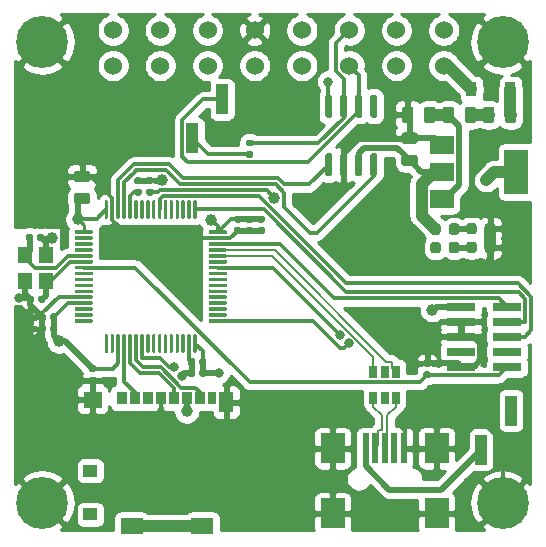
<source format=gbr>
G04 #@! TF.GenerationSoftware,KiCad,Pcbnew,5.1.6*
G04 #@! TF.CreationDate,2020-06-26T20:36:41-07:00*
G04 #@! TF.ProjectId,MegaBote,4d656761-426f-4746-952e-6b696361645f,rev?*
G04 #@! TF.SameCoordinates,Original*
G04 #@! TF.FileFunction,Copper,L1,Top*
G04 #@! TF.FilePolarity,Positive*
%FSLAX46Y46*%
G04 Gerber Fmt 4.6, Leading zero omitted, Abs format (unit mm)*
G04 Created by KiCad (PCBNEW 5.1.6) date 2020-06-26 20:36:41*
%MOMM*%
%LPD*%
G01*
G04 APERTURE LIST*
G04 #@! TA.AperFunction,SMDPad,CuDef*
%ADD10R,0.900000X1.200000*%
G04 #@! TD*
G04 #@! TA.AperFunction,SMDPad,CuDef*
%ADD11R,1.200000X1.400000*%
G04 #@! TD*
G04 #@! TA.AperFunction,ComponentPad*
%ADD12C,1.524000*%
G04 #@! TD*
G04 #@! TA.AperFunction,SMDPad,CuDef*
%ADD13R,0.850000X1.100000*%
G04 #@! TD*
G04 #@! TA.AperFunction,SMDPad,CuDef*
%ADD14R,0.750000X1.100000*%
G04 #@! TD*
G04 #@! TA.AperFunction,SMDPad,CuDef*
%ADD15R,1.170000X1.800000*%
G04 #@! TD*
G04 #@! TA.AperFunction,SMDPad,CuDef*
%ADD16R,1.550000X1.350000*%
G04 #@! TD*
G04 #@! TA.AperFunction,SMDPad,CuDef*
%ADD17R,1.200000X1.000000*%
G04 #@! TD*
G04 #@! TA.AperFunction,SMDPad,CuDef*
%ADD18R,1.900000X1.350000*%
G04 #@! TD*
G04 #@! TA.AperFunction,SMDPad,CuDef*
%ADD19R,2.400000X0.740000*%
G04 #@! TD*
G04 #@! TA.AperFunction,SMDPad,CuDef*
%ADD20R,2.000000X3.800000*%
G04 #@! TD*
G04 #@! TA.AperFunction,SMDPad,CuDef*
%ADD21R,2.000000X1.500000*%
G04 #@! TD*
G04 #@! TA.AperFunction,SMDPad,CuDef*
%ADD22R,0.650000X1.060000*%
G04 #@! TD*
G04 #@! TA.AperFunction,ComponentPad*
%ADD23C,0.700000*%
G04 #@! TD*
G04 #@! TA.AperFunction,ComponentPad*
%ADD24C,4.400000*%
G04 #@! TD*
G04 #@! TA.AperFunction,SMDPad,CuDef*
%ADD25R,2.000000X2.500000*%
G04 #@! TD*
G04 #@! TA.AperFunction,SMDPad,CuDef*
%ADD26R,0.500000X2.500000*%
G04 #@! TD*
G04 #@! TA.AperFunction,SMDPad,CuDef*
%ADD27R,1.000000X2.510000*%
G04 #@! TD*
G04 #@! TA.AperFunction,ViaPad*
%ADD28C,1.000000*%
G04 #@! TD*
G04 #@! TA.AperFunction,ViaPad*
%ADD29C,0.800000*%
G04 #@! TD*
G04 #@! TA.AperFunction,Conductor*
%ADD30C,0.300000*%
G04 #@! TD*
G04 #@! TA.AperFunction,Conductor*
%ADD31C,0.400000*%
G04 #@! TD*
G04 #@! TA.AperFunction,Conductor*
%ADD32C,0.500000*%
G04 #@! TD*
G04 #@! TA.AperFunction,Conductor*
%ADD33C,1.000000*%
G04 #@! TD*
G04 #@! TA.AperFunction,Conductor*
%ADD34C,0.250000*%
G04 #@! TD*
G04 #@! TA.AperFunction,Conductor*
%ADD35C,0.200000*%
G04 #@! TD*
G04 #@! TA.AperFunction,Conductor*
%ADD36C,0.254000*%
G04 #@! TD*
G04 APERTURE END LIST*
G04 #@! TA.AperFunction,SMDPad,CuDef*
G36*
G01*
X203451400Y-99617850D02*
X203451400Y-98705350D01*
G75*
G02*
X203695150Y-98461600I243750J0D01*
G01*
X204182650Y-98461600D01*
G75*
G02*
X204426400Y-98705350I0J-243750D01*
G01*
X204426400Y-99617850D01*
G75*
G02*
X204182650Y-99861600I-243750J0D01*
G01*
X203695150Y-99861600D01*
G75*
G02*
X203451400Y-99617850I0J243750D01*
G01*
G37*
G04 #@! TD.AperFunction*
G04 #@! TA.AperFunction,SMDPad,CuDef*
G36*
G01*
X205326400Y-99617850D02*
X205326400Y-98705350D01*
G75*
G02*
X205570150Y-98461600I243750J0D01*
G01*
X206057650Y-98461600D01*
G75*
G02*
X206301400Y-98705350I0J-243750D01*
G01*
X206301400Y-99617850D01*
G75*
G02*
X206057650Y-99861600I-243750J0D01*
G01*
X205570150Y-99861600D01*
G75*
G02*
X205326400Y-99617850I0J243750D01*
G01*
G37*
G04 #@! TD.AperFunction*
G04 #@! TA.AperFunction,SMDPad,CuDef*
G36*
G01*
X190378300Y-108673400D02*
X190723300Y-108673400D01*
G75*
G02*
X190870800Y-108820900I0J-147500D01*
G01*
X190870800Y-109115900D01*
G75*
G02*
X190723300Y-109263400I-147500J0D01*
G01*
X190378300Y-109263400D01*
G75*
G02*
X190230800Y-109115900I0J147500D01*
G01*
X190230800Y-108820900D01*
G75*
G02*
X190378300Y-108673400I147500J0D01*
G01*
G37*
G04 #@! TD.AperFunction*
G04 #@! TA.AperFunction,SMDPad,CuDef*
G36*
G01*
X190378300Y-107703400D02*
X190723300Y-107703400D01*
G75*
G02*
X190870800Y-107850900I0J-147500D01*
G01*
X190870800Y-108145900D01*
G75*
G02*
X190723300Y-108293400I-147500J0D01*
G01*
X190378300Y-108293400D01*
G75*
G02*
X190230800Y-108145900I0J147500D01*
G01*
X190230800Y-107850900D01*
G75*
G02*
X190378300Y-107703400I147500J0D01*
G01*
G37*
G04 #@! TD.AperFunction*
G04 #@! TA.AperFunction,SMDPad,CuDef*
G36*
G01*
X203658150Y-100657600D02*
X204570650Y-100657600D01*
G75*
G02*
X204814400Y-100901350I0J-243750D01*
G01*
X204814400Y-101388850D01*
G75*
G02*
X204570650Y-101632600I-243750J0D01*
G01*
X203658150Y-101632600D01*
G75*
G02*
X203414400Y-101388850I0J243750D01*
G01*
X203414400Y-100901350D01*
G75*
G02*
X203658150Y-100657600I243750J0D01*
G01*
G37*
G04 #@! TD.AperFunction*
G04 #@! TA.AperFunction,SMDPad,CuDef*
G36*
G01*
X203658150Y-102532600D02*
X204570650Y-102532600D01*
G75*
G02*
X204814400Y-102776350I0J-243750D01*
G01*
X204814400Y-103263850D01*
G75*
G02*
X204570650Y-103507600I-243750J0D01*
G01*
X203658150Y-103507600D01*
G75*
G02*
X203414400Y-103263850I0J243750D01*
G01*
X203414400Y-102776350D01*
G75*
G02*
X203658150Y-102532600I243750J0D01*
G01*
G37*
G04 #@! TD.AperFunction*
G04 #@! TA.AperFunction,SMDPad,CuDef*
G36*
G01*
X175921350Y-105758400D02*
X176833850Y-105758400D01*
G75*
G02*
X177077600Y-106002150I0J-243750D01*
G01*
X177077600Y-106489650D01*
G75*
G02*
X176833850Y-106733400I-243750J0D01*
G01*
X175921350Y-106733400D01*
G75*
G02*
X175677600Y-106489650I0J243750D01*
G01*
X175677600Y-106002150D01*
G75*
G02*
X175921350Y-105758400I243750J0D01*
G01*
G37*
G04 #@! TD.AperFunction*
G04 #@! TA.AperFunction,SMDPad,CuDef*
G36*
G01*
X175921350Y-103883400D02*
X176833850Y-103883400D01*
G75*
G02*
X177077600Y-104127150I0J-243750D01*
G01*
X177077600Y-104614650D01*
G75*
G02*
X176833850Y-104858400I-243750J0D01*
G01*
X175921350Y-104858400D01*
G75*
G02*
X175677600Y-104614650I0J243750D01*
G01*
X175677600Y-104127150D01*
G75*
G02*
X175921350Y-103883400I243750J0D01*
G01*
G37*
G04 #@! TD.AperFunction*
G04 #@! TA.AperFunction,SMDPad,CuDef*
G36*
G01*
X177094100Y-120352600D02*
X177439100Y-120352600D01*
G75*
G02*
X177586600Y-120500100I0J-147500D01*
G01*
X177586600Y-120795100D01*
G75*
G02*
X177439100Y-120942600I-147500J0D01*
G01*
X177094100Y-120942600D01*
G75*
G02*
X176946600Y-120795100I0J147500D01*
G01*
X176946600Y-120500100D01*
G75*
G02*
X177094100Y-120352600I147500J0D01*
G01*
G37*
G04 #@! TD.AperFunction*
G04 #@! TA.AperFunction,SMDPad,CuDef*
G36*
G01*
X177094100Y-121322600D02*
X177439100Y-121322600D01*
G75*
G02*
X177586600Y-121470100I0J-147500D01*
G01*
X177586600Y-121765100D01*
G75*
G02*
X177439100Y-121912600I-147500J0D01*
G01*
X177094100Y-121912600D01*
G75*
G02*
X176946600Y-121765100I0J147500D01*
G01*
X176946600Y-121470100D01*
G75*
G02*
X177094100Y-121322600I147500J0D01*
G01*
G37*
G04 #@! TD.AperFunction*
G04 #@! TA.AperFunction,SMDPad,CuDef*
G36*
G01*
X191368900Y-108673400D02*
X191713900Y-108673400D01*
G75*
G02*
X191861400Y-108820900I0J-147500D01*
G01*
X191861400Y-109115900D01*
G75*
G02*
X191713900Y-109263400I-147500J0D01*
G01*
X191368900Y-109263400D01*
G75*
G02*
X191221400Y-109115900I0J147500D01*
G01*
X191221400Y-108820900D01*
G75*
G02*
X191368900Y-108673400I147500J0D01*
G01*
G37*
G04 #@! TD.AperFunction*
G04 #@! TA.AperFunction,SMDPad,CuDef*
G36*
G01*
X191368900Y-107703400D02*
X191713900Y-107703400D01*
G75*
G02*
X191861400Y-107850900I0J-147500D01*
G01*
X191861400Y-108145900D01*
G75*
G02*
X191713900Y-108293400I-147500J0D01*
G01*
X191368900Y-108293400D01*
G75*
G02*
X191221400Y-108145900I0J147500D01*
G01*
X191221400Y-107850900D01*
G75*
G02*
X191368900Y-107703400I147500J0D01*
G01*
G37*
G04 #@! TD.AperFunction*
G04 #@! TA.AperFunction,SMDPad,CuDef*
G36*
G01*
X189387700Y-108675801D02*
X189732700Y-108675801D01*
G75*
G02*
X189880200Y-108823301I0J-147500D01*
G01*
X189880200Y-109118301D01*
G75*
G02*
X189732700Y-109265801I-147500J0D01*
G01*
X189387700Y-109265801D01*
G75*
G02*
X189240200Y-109118301I0J147500D01*
G01*
X189240200Y-108823301D01*
G75*
G02*
X189387700Y-108675801I147500J0D01*
G01*
G37*
G04 #@! TD.AperFunction*
G04 #@! TA.AperFunction,SMDPad,CuDef*
G36*
G01*
X189387700Y-107705801D02*
X189732700Y-107705801D01*
G75*
G02*
X189880200Y-107853301I0J-147500D01*
G01*
X189880200Y-108148301D01*
G75*
G02*
X189732700Y-108295801I-147500J0D01*
G01*
X189387700Y-108295801D01*
G75*
G02*
X189240200Y-108148301I0J147500D01*
G01*
X189240200Y-107853301D01*
G75*
G02*
X189387700Y-107705801I147500J0D01*
G01*
G37*
G04 #@! TD.AperFunction*
G04 #@! TA.AperFunction,SMDPad,CuDef*
G36*
G01*
X173195200Y-109377700D02*
X173195200Y-109722700D01*
G75*
G02*
X173047700Y-109870200I-147500J0D01*
G01*
X172752700Y-109870200D01*
G75*
G02*
X172605200Y-109722700I0J147500D01*
G01*
X172605200Y-109377700D01*
G75*
G02*
X172752700Y-109230200I147500J0D01*
G01*
X173047700Y-109230200D01*
G75*
G02*
X173195200Y-109377700I0J-147500D01*
G01*
G37*
G04 #@! TD.AperFunction*
G04 #@! TA.AperFunction,SMDPad,CuDef*
G36*
G01*
X172225200Y-109377700D02*
X172225200Y-109722700D01*
G75*
G02*
X172077700Y-109870200I-147500J0D01*
G01*
X171782700Y-109870200D01*
G75*
G02*
X171635200Y-109722700I0J147500D01*
G01*
X171635200Y-109377700D01*
G75*
G02*
X171782700Y-109230200I147500J0D01*
G01*
X172077700Y-109230200D01*
G75*
G02*
X172225200Y-109377700I0J-147500D01*
G01*
G37*
G04 #@! TD.AperFunction*
G04 #@! TA.AperFunction,SMDPad,CuDef*
G36*
G01*
X186911200Y-119918700D02*
X186911200Y-120263700D01*
G75*
G02*
X186763700Y-120411200I-147500J0D01*
G01*
X186468700Y-120411200D01*
G75*
G02*
X186321200Y-120263700I0J147500D01*
G01*
X186321200Y-119918700D01*
G75*
G02*
X186468700Y-119771200I147500J0D01*
G01*
X186763700Y-119771200D01*
G75*
G02*
X186911200Y-119918700I0J-147500D01*
G01*
G37*
G04 #@! TD.AperFunction*
G04 #@! TA.AperFunction,SMDPad,CuDef*
G36*
G01*
X185941200Y-119918700D02*
X185941200Y-120263700D01*
G75*
G02*
X185793700Y-120411200I-147500J0D01*
G01*
X185498700Y-120411200D01*
G75*
G02*
X185351200Y-120263700I0J147500D01*
G01*
X185351200Y-119918700D01*
G75*
G02*
X185498700Y-119771200I147500J0D01*
G01*
X185793700Y-119771200D01*
G75*
G02*
X185941200Y-119918700I0J-147500D01*
G01*
G37*
G04 #@! TD.AperFunction*
G04 #@! TA.AperFunction,SMDPad,CuDef*
G36*
G01*
X171711400Y-114955100D02*
X171711400Y-114610100D01*
G75*
G02*
X171858900Y-114462600I147500J0D01*
G01*
X172153900Y-114462600D01*
G75*
G02*
X172301400Y-114610100I0J-147500D01*
G01*
X172301400Y-114955100D01*
G75*
G02*
X172153900Y-115102600I-147500J0D01*
G01*
X171858900Y-115102600D01*
G75*
G02*
X171711400Y-114955100I0J147500D01*
G01*
G37*
G04 #@! TD.AperFunction*
G04 #@! TA.AperFunction,SMDPad,CuDef*
G36*
G01*
X172681400Y-114955100D02*
X172681400Y-114610100D01*
G75*
G02*
X172828900Y-114462600I147500J0D01*
G01*
X173123900Y-114462600D01*
G75*
G02*
X173271400Y-114610100I0J-147500D01*
G01*
X173271400Y-114955100D01*
G75*
G02*
X173123900Y-115102600I-147500J0D01*
G01*
X172828900Y-115102600D01*
G75*
G02*
X172681400Y-114955100I0J147500D01*
G01*
G37*
G04 #@! TD.AperFunction*
G04 #@! TA.AperFunction,SMDPad,CuDef*
G36*
G01*
X205760100Y-121480800D02*
X205415100Y-121480800D01*
G75*
G02*
X205267600Y-121333300I0J147500D01*
G01*
X205267600Y-121038300D01*
G75*
G02*
X205415100Y-120890800I147500J0D01*
G01*
X205760100Y-120890800D01*
G75*
G02*
X205907600Y-121038300I0J-147500D01*
G01*
X205907600Y-121333300D01*
G75*
G02*
X205760100Y-121480800I-147500J0D01*
G01*
G37*
G04 #@! TD.AperFunction*
G04 #@! TA.AperFunction,SMDPad,CuDef*
G36*
G01*
X205760100Y-120510800D02*
X205415100Y-120510800D01*
G75*
G02*
X205267600Y-120363300I0J147500D01*
G01*
X205267600Y-120068300D01*
G75*
G02*
X205415100Y-119920800I147500J0D01*
G01*
X205760100Y-119920800D01*
G75*
G02*
X205907600Y-120068300I0J-147500D01*
G01*
X205907600Y-120363300D01*
G75*
G02*
X205760100Y-120510800I-147500J0D01*
G01*
G37*
G04 #@! TD.AperFunction*
G04 #@! TA.AperFunction,SMDPad,CuDef*
G36*
G01*
X185941200Y-120883900D02*
X185941200Y-121228900D01*
G75*
G02*
X185793700Y-121376400I-147500J0D01*
G01*
X185498700Y-121376400D01*
G75*
G02*
X185351200Y-121228900I0J147500D01*
G01*
X185351200Y-120883900D01*
G75*
G02*
X185498700Y-120736400I147500J0D01*
G01*
X185793700Y-120736400D01*
G75*
G02*
X185941200Y-120883900I0J-147500D01*
G01*
G37*
G04 #@! TD.AperFunction*
G04 #@! TA.AperFunction,SMDPad,CuDef*
G36*
G01*
X186911200Y-120883900D02*
X186911200Y-121228900D01*
G75*
G02*
X186763700Y-121376400I-147500J0D01*
G01*
X186468700Y-121376400D01*
G75*
G02*
X186321200Y-121228900I0J147500D01*
G01*
X186321200Y-120883900D01*
G75*
G02*
X186468700Y-120736400I147500J0D01*
G01*
X186763700Y-120736400D01*
G75*
G02*
X186911200Y-120883900I0J-147500D01*
G01*
G37*
G04 #@! TD.AperFunction*
G04 #@! TA.AperFunction,SMDPad,CuDef*
G36*
G01*
X174290000Y-116126100D02*
X174290000Y-116471100D01*
G75*
G02*
X174142500Y-116618600I-147500J0D01*
G01*
X173847500Y-116618600D01*
G75*
G02*
X173700000Y-116471100I0J147500D01*
G01*
X173700000Y-116126100D01*
G75*
G02*
X173847500Y-115978600I147500J0D01*
G01*
X174142500Y-115978600D01*
G75*
G02*
X174290000Y-116126100I0J-147500D01*
G01*
G37*
G04 #@! TD.AperFunction*
G04 #@! TA.AperFunction,SMDPad,CuDef*
G36*
G01*
X173320000Y-116126100D02*
X173320000Y-116471100D01*
G75*
G02*
X173172500Y-116618600I-147500J0D01*
G01*
X172877500Y-116618600D01*
G75*
G02*
X172730000Y-116471100I0J147500D01*
G01*
X172730000Y-116126100D01*
G75*
G02*
X172877500Y-115978600I147500J0D01*
G01*
X173172500Y-115978600D01*
G75*
G02*
X173320000Y-116126100I0J-147500D01*
G01*
G37*
G04 #@! TD.AperFunction*
G04 #@! TA.AperFunction,SMDPad,CuDef*
G36*
G01*
X173320000Y-117116700D02*
X173320000Y-117461700D01*
G75*
G02*
X173172500Y-117609200I-147500J0D01*
G01*
X172877500Y-117609200D01*
G75*
G02*
X172730000Y-117461700I0J147500D01*
G01*
X172730000Y-117116700D01*
G75*
G02*
X172877500Y-116969200I147500J0D01*
G01*
X173172500Y-116969200D01*
G75*
G02*
X173320000Y-117116700I0J-147500D01*
G01*
G37*
G04 #@! TD.AperFunction*
G04 #@! TA.AperFunction,SMDPad,CuDef*
G36*
G01*
X174290000Y-117116700D02*
X174290000Y-117461700D01*
G75*
G02*
X174142500Y-117609200I-147500J0D01*
G01*
X173847500Y-117609200D01*
G75*
G02*
X173700000Y-117461700I0J147500D01*
G01*
X173700000Y-117116700D01*
G75*
G02*
X173847500Y-116969200I147500J0D01*
G01*
X174142500Y-116969200D01*
G75*
G02*
X174290000Y-117116700I0J-147500D01*
G01*
G37*
G04 #@! TD.AperFunction*
D10*
X212650000Y-97000000D03*
X209350000Y-97000000D03*
G04 #@! TA.AperFunction,SMDPad,CuDef*
G36*
G01*
X208311200Y-108582750D02*
X208311200Y-109095250D01*
G75*
G02*
X208092450Y-109314000I-218750J0D01*
G01*
X207654950Y-109314000D01*
G75*
G02*
X207436200Y-109095250I0J218750D01*
G01*
X207436200Y-108582750D01*
G75*
G02*
X207654950Y-108364000I218750J0D01*
G01*
X208092450Y-108364000D01*
G75*
G02*
X208311200Y-108582750I0J-218750D01*
G01*
G37*
G04 #@! TD.AperFunction*
G04 #@! TA.AperFunction,SMDPad,CuDef*
G36*
G01*
X206736200Y-108582750D02*
X206736200Y-109095250D01*
G75*
G02*
X206517450Y-109314000I-218750J0D01*
G01*
X206079950Y-109314000D01*
G75*
G02*
X205861200Y-109095250I0J218750D01*
G01*
X205861200Y-108582750D01*
G75*
G02*
X206079950Y-108364000I218750J0D01*
G01*
X206517450Y-108364000D01*
G75*
G02*
X206736200Y-108582750I0J-218750D01*
G01*
G37*
G04 #@! TD.AperFunction*
G04 #@! TA.AperFunction,SMDPad,CuDef*
G36*
G01*
X206736200Y-110157550D02*
X206736200Y-110670050D01*
G75*
G02*
X206517450Y-110888800I-218750J0D01*
G01*
X206079950Y-110888800D01*
G75*
G02*
X205861200Y-110670050I0J218750D01*
G01*
X205861200Y-110157550D01*
G75*
G02*
X206079950Y-109938800I218750J0D01*
G01*
X206517450Y-109938800D01*
G75*
G02*
X206736200Y-110157550I0J-218750D01*
G01*
G37*
G04 #@! TD.AperFunction*
G04 #@! TA.AperFunction,SMDPad,CuDef*
G36*
G01*
X208311200Y-110157550D02*
X208311200Y-110670050D01*
G75*
G02*
X208092450Y-110888800I-218750J0D01*
G01*
X207654950Y-110888800D01*
G75*
G02*
X207436200Y-110670050I0J218750D01*
G01*
X207436200Y-110157550D01*
G75*
G02*
X207654950Y-109938800I218750J0D01*
G01*
X208092450Y-109938800D01*
G75*
G02*
X208311200Y-110157550I0J-218750D01*
G01*
G37*
G04 #@! TD.AperFunction*
G04 #@! TA.AperFunction,SMDPad,CuDef*
G36*
G01*
X213159400Y-98705350D02*
X213159400Y-99617850D01*
G75*
G02*
X212915650Y-99861600I-243750J0D01*
G01*
X212428150Y-99861600D01*
G75*
G02*
X212184400Y-99617850I0J243750D01*
G01*
X212184400Y-98705350D01*
G75*
G02*
X212428150Y-98461600I243750J0D01*
G01*
X212915650Y-98461600D01*
G75*
G02*
X213159400Y-98705350I0J-243750D01*
G01*
G37*
G04 #@! TD.AperFunction*
G04 #@! TA.AperFunction,SMDPad,CuDef*
G36*
G01*
X211284400Y-98705350D02*
X211284400Y-99617850D01*
G75*
G02*
X211040650Y-99861600I-243750J0D01*
G01*
X210553150Y-99861600D01*
G75*
G02*
X210309400Y-99617850I0J243750D01*
G01*
X210309400Y-98705350D01*
G75*
G02*
X210553150Y-98461600I243750J0D01*
G01*
X211040650Y-98461600D01*
G75*
G02*
X211284400Y-98705350I0J-243750D01*
G01*
G37*
G04 #@! TD.AperFunction*
G04 #@! TA.AperFunction,SMDPad,CuDef*
G36*
G01*
X206905800Y-99617850D02*
X206905800Y-98705350D01*
G75*
G02*
X207149550Y-98461600I243750J0D01*
G01*
X207637050Y-98461600D01*
G75*
G02*
X207880800Y-98705350I0J-243750D01*
G01*
X207880800Y-99617850D01*
G75*
G02*
X207637050Y-99861600I-243750J0D01*
G01*
X207149550Y-99861600D01*
G75*
G02*
X206905800Y-99617850I0J243750D01*
G01*
G37*
G04 #@! TD.AperFunction*
G04 #@! TA.AperFunction,SMDPad,CuDef*
G36*
G01*
X208780800Y-99617850D02*
X208780800Y-98705350D01*
G75*
G02*
X209024550Y-98461600I243750J0D01*
G01*
X209512050Y-98461600D01*
G75*
G02*
X209755800Y-98705350I0J-243750D01*
G01*
X209755800Y-99617850D01*
G75*
G02*
X209512050Y-99861600I-243750J0D01*
G01*
X209024550Y-99861600D01*
G75*
G02*
X208780800Y-99617850I0J243750D01*
G01*
G37*
G04 #@! TD.AperFunction*
D11*
X171590600Y-111066400D03*
X171590600Y-113266400D03*
X173290600Y-113266400D03*
X173290600Y-111066400D03*
D12*
X179000000Y-92000000D03*
X183000000Y-92000000D03*
X187000000Y-92000000D03*
X191000000Y-92000000D03*
X195000000Y-92000000D03*
X199000000Y-92000000D03*
X203000000Y-92000000D03*
X207000000Y-92000000D03*
X179000000Y-95000000D03*
X183000000Y-95000000D03*
X187000000Y-95000000D03*
X191000000Y-95000000D03*
X195000000Y-95000000D03*
X199000000Y-95000000D03*
X203000000Y-95000000D03*
X207000000Y-95000000D03*
D13*
X179724200Y-123150200D03*
D14*
X187374200Y-123150200D03*
D13*
X180824200Y-123150200D03*
X181924200Y-123150200D03*
X183024200Y-123150200D03*
X184124200Y-123150200D03*
X185224200Y-123150200D03*
X186324200Y-123150200D03*
D15*
X188584200Y-123500200D03*
D16*
X177264200Y-123275200D03*
D17*
X177089200Y-133000200D03*
X177089200Y-129300200D03*
D18*
X180589200Y-133975200D03*
X186559200Y-133975200D03*
D19*
X208463600Y-115417600D03*
X212363600Y-115417600D03*
X208463600Y-116687600D03*
X212363600Y-116687600D03*
X208463600Y-117957600D03*
X212363600Y-117957600D03*
X208463600Y-119227600D03*
X212363600Y-119227600D03*
X208463600Y-120497600D03*
X212363600Y-120497600D03*
G04 #@! TA.AperFunction,SMDPad,CuDef*
G36*
G01*
X182280340Y-105029500D02*
X181935340Y-105029500D01*
G75*
G02*
X181787840Y-104882000I0J147500D01*
G01*
X181787840Y-104587000D01*
G75*
G02*
X181935340Y-104439500I147500J0D01*
G01*
X182280340Y-104439500D01*
G75*
G02*
X182427840Y-104587000I0J-147500D01*
G01*
X182427840Y-104882000D01*
G75*
G02*
X182280340Y-105029500I-147500J0D01*
G01*
G37*
G04 #@! TD.AperFunction*
G04 #@! TA.AperFunction,SMDPad,CuDef*
G36*
G01*
X182280340Y-105999500D02*
X181935340Y-105999500D01*
G75*
G02*
X181787840Y-105852000I0J147500D01*
G01*
X181787840Y-105557000D01*
G75*
G02*
X181935340Y-105409500I147500J0D01*
G01*
X182280340Y-105409500D01*
G75*
G02*
X182427840Y-105557000I0J-147500D01*
G01*
X182427840Y-105852000D01*
G75*
G02*
X182280340Y-105999500I-147500J0D01*
G01*
G37*
G04 #@! TD.AperFunction*
G04 #@! TA.AperFunction,SMDPad,CuDef*
G36*
G01*
X190743620Y-102814340D02*
X190398620Y-102814340D01*
G75*
G02*
X190251120Y-102666840I0J147500D01*
G01*
X190251120Y-102371840D01*
G75*
G02*
X190398620Y-102224340I147500J0D01*
G01*
X190743620Y-102224340D01*
G75*
G02*
X190891120Y-102371840I0J-147500D01*
G01*
X190891120Y-102666840D01*
G75*
G02*
X190743620Y-102814340I-147500J0D01*
G01*
G37*
G04 #@! TD.AperFunction*
G04 #@! TA.AperFunction,SMDPad,CuDef*
G36*
G01*
X190743620Y-101844340D02*
X190398620Y-101844340D01*
G75*
G02*
X190251120Y-101696840I0J147500D01*
G01*
X190251120Y-101401840D01*
G75*
G02*
X190398620Y-101254340I147500J0D01*
G01*
X190743620Y-101254340D01*
G75*
G02*
X190891120Y-101401840I0J-147500D01*
G01*
X190891120Y-101696840D01*
G75*
G02*
X190743620Y-101844340I-147500J0D01*
G01*
G37*
G04 #@! TD.AperFunction*
G04 #@! TA.AperFunction,SMDPad,CuDef*
G36*
G01*
X208909200Y-109069850D02*
X208909200Y-108557350D01*
G75*
G02*
X209127950Y-108338600I218750J0D01*
G01*
X209565450Y-108338600D01*
G75*
G02*
X209784200Y-108557350I0J-218750D01*
G01*
X209784200Y-109069850D01*
G75*
G02*
X209565450Y-109288600I-218750J0D01*
G01*
X209127950Y-109288600D01*
G75*
G02*
X208909200Y-109069850I0J218750D01*
G01*
G37*
G04 #@! TD.AperFunction*
G04 #@! TA.AperFunction,SMDPad,CuDef*
G36*
G01*
X210484200Y-109069850D02*
X210484200Y-108557350D01*
G75*
G02*
X210702950Y-108338600I218750J0D01*
G01*
X211140450Y-108338600D01*
G75*
G02*
X211359200Y-108557350I0J-218750D01*
G01*
X211359200Y-109069850D01*
G75*
G02*
X211140450Y-109288600I-218750J0D01*
G01*
X210702950Y-109288600D01*
G75*
G02*
X210484200Y-109069850I0J218750D01*
G01*
G37*
G04 #@! TD.AperFunction*
G04 #@! TA.AperFunction,SMDPad,CuDef*
G36*
G01*
X181289740Y-105999500D02*
X180944740Y-105999500D01*
G75*
G02*
X180797240Y-105852000I0J147500D01*
G01*
X180797240Y-105557000D01*
G75*
G02*
X180944740Y-105409500I147500J0D01*
G01*
X181289740Y-105409500D01*
G75*
G02*
X181437240Y-105557000I0J-147500D01*
G01*
X181437240Y-105852000D01*
G75*
G02*
X181289740Y-105999500I-147500J0D01*
G01*
G37*
G04 #@! TD.AperFunction*
G04 #@! TA.AperFunction,SMDPad,CuDef*
G36*
G01*
X181289740Y-105029500D02*
X180944740Y-105029500D01*
G75*
G02*
X180797240Y-104882000I0J147500D01*
G01*
X180797240Y-104587000D01*
G75*
G02*
X180944740Y-104439500I147500J0D01*
G01*
X181289740Y-104439500D01*
G75*
G02*
X181437240Y-104587000I0J-147500D01*
G01*
X181437240Y-104882000D01*
G75*
G02*
X181289740Y-105029500I-147500J0D01*
G01*
G37*
G04 #@! TD.AperFunction*
G04 #@! TA.AperFunction,SMDPad,CuDef*
G36*
G01*
X210484200Y-110644650D02*
X210484200Y-110132150D01*
G75*
G02*
X210702950Y-109913400I218750J0D01*
G01*
X211140450Y-109913400D01*
G75*
G02*
X211359200Y-110132150I0J-218750D01*
G01*
X211359200Y-110644650D01*
G75*
G02*
X211140450Y-110863400I-218750J0D01*
G01*
X210702950Y-110863400D01*
G75*
G02*
X210484200Y-110644650I0J218750D01*
G01*
G37*
G04 #@! TD.AperFunction*
G04 #@! TA.AperFunction,SMDPad,CuDef*
G36*
G01*
X208909200Y-110644650D02*
X208909200Y-110132150D01*
G75*
G02*
X209127950Y-109913400I218750J0D01*
G01*
X209565450Y-109913400D01*
G75*
G02*
X209784200Y-110132150I0J-218750D01*
G01*
X209784200Y-110644650D01*
G75*
G02*
X209565450Y-110863400I-218750J0D01*
G01*
X209127950Y-110863400D01*
G75*
G02*
X208909200Y-110644650I0J218750D01*
G01*
G37*
G04 #@! TD.AperFunction*
G04 #@! TA.AperFunction,SMDPad,CuDef*
G36*
G01*
X197406400Y-104364200D02*
X197106400Y-104364200D01*
G75*
G02*
X196956400Y-104214200I0J150000D01*
G01*
X196956400Y-102564200D01*
G75*
G02*
X197106400Y-102414200I150000J0D01*
G01*
X197406400Y-102414200D01*
G75*
G02*
X197556400Y-102564200I0J-150000D01*
G01*
X197556400Y-104214200D01*
G75*
G02*
X197406400Y-104364200I-150000J0D01*
G01*
G37*
G04 #@! TD.AperFunction*
G04 #@! TA.AperFunction,SMDPad,CuDef*
G36*
G01*
X198676400Y-104364200D02*
X198376400Y-104364200D01*
G75*
G02*
X198226400Y-104214200I0J150000D01*
G01*
X198226400Y-102564200D01*
G75*
G02*
X198376400Y-102414200I150000J0D01*
G01*
X198676400Y-102414200D01*
G75*
G02*
X198826400Y-102564200I0J-150000D01*
G01*
X198826400Y-104214200D01*
G75*
G02*
X198676400Y-104364200I-150000J0D01*
G01*
G37*
G04 #@! TD.AperFunction*
G04 #@! TA.AperFunction,SMDPad,CuDef*
G36*
G01*
X199946400Y-104364200D02*
X199646400Y-104364200D01*
G75*
G02*
X199496400Y-104214200I0J150000D01*
G01*
X199496400Y-102564200D01*
G75*
G02*
X199646400Y-102414200I150000J0D01*
G01*
X199946400Y-102414200D01*
G75*
G02*
X200096400Y-102564200I0J-150000D01*
G01*
X200096400Y-104214200D01*
G75*
G02*
X199946400Y-104364200I-150000J0D01*
G01*
G37*
G04 #@! TD.AperFunction*
G04 #@! TA.AperFunction,SMDPad,CuDef*
G36*
G01*
X201216400Y-104364200D02*
X200916400Y-104364200D01*
G75*
G02*
X200766400Y-104214200I0J150000D01*
G01*
X200766400Y-102564200D01*
G75*
G02*
X200916400Y-102414200I150000J0D01*
G01*
X201216400Y-102414200D01*
G75*
G02*
X201366400Y-102564200I0J-150000D01*
G01*
X201366400Y-104214200D01*
G75*
G02*
X201216400Y-104364200I-150000J0D01*
G01*
G37*
G04 #@! TD.AperFunction*
G04 #@! TA.AperFunction,SMDPad,CuDef*
G36*
G01*
X201216400Y-99414200D02*
X200916400Y-99414200D01*
G75*
G02*
X200766400Y-99264200I0J150000D01*
G01*
X200766400Y-97614200D01*
G75*
G02*
X200916400Y-97464200I150000J0D01*
G01*
X201216400Y-97464200D01*
G75*
G02*
X201366400Y-97614200I0J-150000D01*
G01*
X201366400Y-99264200D01*
G75*
G02*
X201216400Y-99414200I-150000J0D01*
G01*
G37*
G04 #@! TD.AperFunction*
G04 #@! TA.AperFunction,SMDPad,CuDef*
G36*
G01*
X199946400Y-99414200D02*
X199646400Y-99414200D01*
G75*
G02*
X199496400Y-99264200I0J150000D01*
G01*
X199496400Y-97614200D01*
G75*
G02*
X199646400Y-97464200I150000J0D01*
G01*
X199946400Y-97464200D01*
G75*
G02*
X200096400Y-97614200I0J-150000D01*
G01*
X200096400Y-99264200D01*
G75*
G02*
X199946400Y-99414200I-150000J0D01*
G01*
G37*
G04 #@! TD.AperFunction*
G04 #@! TA.AperFunction,SMDPad,CuDef*
G36*
G01*
X198676400Y-99414200D02*
X198376400Y-99414200D01*
G75*
G02*
X198226400Y-99264200I0J150000D01*
G01*
X198226400Y-97614200D01*
G75*
G02*
X198376400Y-97464200I150000J0D01*
G01*
X198676400Y-97464200D01*
G75*
G02*
X198826400Y-97614200I0J-150000D01*
G01*
X198826400Y-99264200D01*
G75*
G02*
X198676400Y-99414200I-150000J0D01*
G01*
G37*
G04 #@! TD.AperFunction*
G04 #@! TA.AperFunction,SMDPad,CuDef*
G36*
G01*
X197406400Y-99414200D02*
X197106400Y-99414200D01*
G75*
G02*
X196956400Y-99264200I0J150000D01*
G01*
X196956400Y-97614200D01*
G75*
G02*
X197106400Y-97464200I150000J0D01*
G01*
X197406400Y-97464200D01*
G75*
G02*
X197556400Y-97614200I0J-150000D01*
G01*
X197556400Y-99264200D01*
G75*
G02*
X197406400Y-99414200I-150000J0D01*
G01*
G37*
G04 #@! TD.AperFunction*
D20*
X213150000Y-104000000D03*
D21*
X206850000Y-104000000D03*
X206850000Y-106300000D03*
X206850000Y-101700000D03*
D22*
X202950000Y-120900000D03*
X202000000Y-120900000D03*
X201050000Y-120900000D03*
X201050000Y-123100000D03*
X202950000Y-123100000D03*
X202000000Y-123100000D03*
G04 #@! TA.AperFunction,SMDPad,CuDef*
G36*
G01*
X175744200Y-109177200D02*
X175744200Y-109027200D01*
G75*
G02*
X175819200Y-108952200I75000J0D01*
G01*
X177219200Y-108952200D01*
G75*
G02*
X177294200Y-109027200I0J-75000D01*
G01*
X177294200Y-109177200D01*
G75*
G02*
X177219200Y-109252200I-75000J0D01*
G01*
X175819200Y-109252200D01*
G75*
G02*
X175744200Y-109177200I0J75000D01*
G01*
G37*
G04 #@! TD.AperFunction*
G04 #@! TA.AperFunction,SMDPad,CuDef*
G36*
G01*
X175744200Y-109677200D02*
X175744200Y-109527200D01*
G75*
G02*
X175819200Y-109452200I75000J0D01*
G01*
X177219200Y-109452200D01*
G75*
G02*
X177294200Y-109527200I0J-75000D01*
G01*
X177294200Y-109677200D01*
G75*
G02*
X177219200Y-109752200I-75000J0D01*
G01*
X175819200Y-109752200D01*
G75*
G02*
X175744200Y-109677200I0J75000D01*
G01*
G37*
G04 #@! TD.AperFunction*
G04 #@! TA.AperFunction,SMDPad,CuDef*
G36*
G01*
X175744200Y-110177200D02*
X175744200Y-110027200D01*
G75*
G02*
X175819200Y-109952200I75000J0D01*
G01*
X177219200Y-109952200D01*
G75*
G02*
X177294200Y-110027200I0J-75000D01*
G01*
X177294200Y-110177200D01*
G75*
G02*
X177219200Y-110252200I-75000J0D01*
G01*
X175819200Y-110252200D01*
G75*
G02*
X175744200Y-110177200I0J75000D01*
G01*
G37*
G04 #@! TD.AperFunction*
G04 #@! TA.AperFunction,SMDPad,CuDef*
G36*
G01*
X175744200Y-110677200D02*
X175744200Y-110527200D01*
G75*
G02*
X175819200Y-110452200I75000J0D01*
G01*
X177219200Y-110452200D01*
G75*
G02*
X177294200Y-110527200I0J-75000D01*
G01*
X177294200Y-110677200D01*
G75*
G02*
X177219200Y-110752200I-75000J0D01*
G01*
X175819200Y-110752200D01*
G75*
G02*
X175744200Y-110677200I0J75000D01*
G01*
G37*
G04 #@! TD.AperFunction*
G04 #@! TA.AperFunction,SMDPad,CuDef*
G36*
G01*
X175744200Y-111177200D02*
X175744200Y-111027200D01*
G75*
G02*
X175819200Y-110952200I75000J0D01*
G01*
X177219200Y-110952200D01*
G75*
G02*
X177294200Y-111027200I0J-75000D01*
G01*
X177294200Y-111177200D01*
G75*
G02*
X177219200Y-111252200I-75000J0D01*
G01*
X175819200Y-111252200D01*
G75*
G02*
X175744200Y-111177200I0J75000D01*
G01*
G37*
G04 #@! TD.AperFunction*
G04 #@! TA.AperFunction,SMDPad,CuDef*
G36*
G01*
X175744200Y-111677200D02*
X175744200Y-111527200D01*
G75*
G02*
X175819200Y-111452200I75000J0D01*
G01*
X177219200Y-111452200D01*
G75*
G02*
X177294200Y-111527200I0J-75000D01*
G01*
X177294200Y-111677200D01*
G75*
G02*
X177219200Y-111752200I-75000J0D01*
G01*
X175819200Y-111752200D01*
G75*
G02*
X175744200Y-111677200I0J75000D01*
G01*
G37*
G04 #@! TD.AperFunction*
G04 #@! TA.AperFunction,SMDPad,CuDef*
G36*
G01*
X175744200Y-112177200D02*
X175744200Y-112027200D01*
G75*
G02*
X175819200Y-111952200I75000J0D01*
G01*
X177219200Y-111952200D01*
G75*
G02*
X177294200Y-112027200I0J-75000D01*
G01*
X177294200Y-112177200D01*
G75*
G02*
X177219200Y-112252200I-75000J0D01*
G01*
X175819200Y-112252200D01*
G75*
G02*
X175744200Y-112177200I0J75000D01*
G01*
G37*
G04 #@! TD.AperFunction*
G04 #@! TA.AperFunction,SMDPad,CuDef*
G36*
G01*
X175744200Y-112677200D02*
X175744200Y-112527200D01*
G75*
G02*
X175819200Y-112452200I75000J0D01*
G01*
X177219200Y-112452200D01*
G75*
G02*
X177294200Y-112527200I0J-75000D01*
G01*
X177294200Y-112677200D01*
G75*
G02*
X177219200Y-112752200I-75000J0D01*
G01*
X175819200Y-112752200D01*
G75*
G02*
X175744200Y-112677200I0J75000D01*
G01*
G37*
G04 #@! TD.AperFunction*
G04 #@! TA.AperFunction,SMDPad,CuDef*
G36*
G01*
X175744200Y-113177200D02*
X175744200Y-113027200D01*
G75*
G02*
X175819200Y-112952200I75000J0D01*
G01*
X177219200Y-112952200D01*
G75*
G02*
X177294200Y-113027200I0J-75000D01*
G01*
X177294200Y-113177200D01*
G75*
G02*
X177219200Y-113252200I-75000J0D01*
G01*
X175819200Y-113252200D01*
G75*
G02*
X175744200Y-113177200I0J75000D01*
G01*
G37*
G04 #@! TD.AperFunction*
G04 #@! TA.AperFunction,SMDPad,CuDef*
G36*
G01*
X175744200Y-113677200D02*
X175744200Y-113527200D01*
G75*
G02*
X175819200Y-113452200I75000J0D01*
G01*
X177219200Y-113452200D01*
G75*
G02*
X177294200Y-113527200I0J-75000D01*
G01*
X177294200Y-113677200D01*
G75*
G02*
X177219200Y-113752200I-75000J0D01*
G01*
X175819200Y-113752200D01*
G75*
G02*
X175744200Y-113677200I0J75000D01*
G01*
G37*
G04 #@! TD.AperFunction*
G04 #@! TA.AperFunction,SMDPad,CuDef*
G36*
G01*
X175744200Y-114177200D02*
X175744200Y-114027200D01*
G75*
G02*
X175819200Y-113952200I75000J0D01*
G01*
X177219200Y-113952200D01*
G75*
G02*
X177294200Y-114027200I0J-75000D01*
G01*
X177294200Y-114177200D01*
G75*
G02*
X177219200Y-114252200I-75000J0D01*
G01*
X175819200Y-114252200D01*
G75*
G02*
X175744200Y-114177200I0J75000D01*
G01*
G37*
G04 #@! TD.AperFunction*
G04 #@! TA.AperFunction,SMDPad,CuDef*
G36*
G01*
X175744200Y-114677200D02*
X175744200Y-114527200D01*
G75*
G02*
X175819200Y-114452200I75000J0D01*
G01*
X177219200Y-114452200D01*
G75*
G02*
X177294200Y-114527200I0J-75000D01*
G01*
X177294200Y-114677200D01*
G75*
G02*
X177219200Y-114752200I-75000J0D01*
G01*
X175819200Y-114752200D01*
G75*
G02*
X175744200Y-114677200I0J75000D01*
G01*
G37*
G04 #@! TD.AperFunction*
G04 #@! TA.AperFunction,SMDPad,CuDef*
G36*
G01*
X175744200Y-115177200D02*
X175744200Y-115027200D01*
G75*
G02*
X175819200Y-114952200I75000J0D01*
G01*
X177219200Y-114952200D01*
G75*
G02*
X177294200Y-115027200I0J-75000D01*
G01*
X177294200Y-115177200D01*
G75*
G02*
X177219200Y-115252200I-75000J0D01*
G01*
X175819200Y-115252200D01*
G75*
G02*
X175744200Y-115177200I0J75000D01*
G01*
G37*
G04 #@! TD.AperFunction*
G04 #@! TA.AperFunction,SMDPad,CuDef*
G36*
G01*
X175744200Y-115677200D02*
X175744200Y-115527200D01*
G75*
G02*
X175819200Y-115452200I75000J0D01*
G01*
X177219200Y-115452200D01*
G75*
G02*
X177294200Y-115527200I0J-75000D01*
G01*
X177294200Y-115677200D01*
G75*
G02*
X177219200Y-115752200I-75000J0D01*
G01*
X175819200Y-115752200D01*
G75*
G02*
X175744200Y-115677200I0J75000D01*
G01*
G37*
G04 #@! TD.AperFunction*
G04 #@! TA.AperFunction,SMDPad,CuDef*
G36*
G01*
X175744200Y-116177200D02*
X175744200Y-116027200D01*
G75*
G02*
X175819200Y-115952200I75000J0D01*
G01*
X177219200Y-115952200D01*
G75*
G02*
X177294200Y-116027200I0J-75000D01*
G01*
X177294200Y-116177200D01*
G75*
G02*
X177219200Y-116252200I-75000J0D01*
G01*
X175819200Y-116252200D01*
G75*
G02*
X175744200Y-116177200I0J75000D01*
G01*
G37*
G04 #@! TD.AperFunction*
G04 #@! TA.AperFunction,SMDPad,CuDef*
G36*
G01*
X175744200Y-116677200D02*
X175744200Y-116527200D01*
G75*
G02*
X175819200Y-116452200I75000J0D01*
G01*
X177219200Y-116452200D01*
G75*
G02*
X177294200Y-116527200I0J-75000D01*
G01*
X177294200Y-116677200D01*
G75*
G02*
X177219200Y-116752200I-75000J0D01*
G01*
X175819200Y-116752200D01*
G75*
G02*
X175744200Y-116677200I0J75000D01*
G01*
G37*
G04 #@! TD.AperFunction*
G04 #@! TA.AperFunction,SMDPad,CuDef*
G36*
G01*
X178294200Y-119227200D02*
X178294200Y-117827200D01*
G75*
G02*
X178369200Y-117752200I75000J0D01*
G01*
X178519200Y-117752200D01*
G75*
G02*
X178594200Y-117827200I0J-75000D01*
G01*
X178594200Y-119227200D01*
G75*
G02*
X178519200Y-119302200I-75000J0D01*
G01*
X178369200Y-119302200D01*
G75*
G02*
X178294200Y-119227200I0J75000D01*
G01*
G37*
G04 #@! TD.AperFunction*
G04 #@! TA.AperFunction,SMDPad,CuDef*
G36*
G01*
X178794200Y-119227200D02*
X178794200Y-117827200D01*
G75*
G02*
X178869200Y-117752200I75000J0D01*
G01*
X179019200Y-117752200D01*
G75*
G02*
X179094200Y-117827200I0J-75000D01*
G01*
X179094200Y-119227200D01*
G75*
G02*
X179019200Y-119302200I-75000J0D01*
G01*
X178869200Y-119302200D01*
G75*
G02*
X178794200Y-119227200I0J75000D01*
G01*
G37*
G04 #@! TD.AperFunction*
G04 #@! TA.AperFunction,SMDPad,CuDef*
G36*
G01*
X179294200Y-119227200D02*
X179294200Y-117827200D01*
G75*
G02*
X179369200Y-117752200I75000J0D01*
G01*
X179519200Y-117752200D01*
G75*
G02*
X179594200Y-117827200I0J-75000D01*
G01*
X179594200Y-119227200D01*
G75*
G02*
X179519200Y-119302200I-75000J0D01*
G01*
X179369200Y-119302200D01*
G75*
G02*
X179294200Y-119227200I0J75000D01*
G01*
G37*
G04 #@! TD.AperFunction*
G04 #@! TA.AperFunction,SMDPad,CuDef*
G36*
G01*
X179794200Y-119227200D02*
X179794200Y-117827200D01*
G75*
G02*
X179869200Y-117752200I75000J0D01*
G01*
X180019200Y-117752200D01*
G75*
G02*
X180094200Y-117827200I0J-75000D01*
G01*
X180094200Y-119227200D01*
G75*
G02*
X180019200Y-119302200I-75000J0D01*
G01*
X179869200Y-119302200D01*
G75*
G02*
X179794200Y-119227200I0J75000D01*
G01*
G37*
G04 #@! TD.AperFunction*
G04 #@! TA.AperFunction,SMDPad,CuDef*
G36*
G01*
X180294200Y-119227200D02*
X180294200Y-117827200D01*
G75*
G02*
X180369200Y-117752200I75000J0D01*
G01*
X180519200Y-117752200D01*
G75*
G02*
X180594200Y-117827200I0J-75000D01*
G01*
X180594200Y-119227200D01*
G75*
G02*
X180519200Y-119302200I-75000J0D01*
G01*
X180369200Y-119302200D01*
G75*
G02*
X180294200Y-119227200I0J75000D01*
G01*
G37*
G04 #@! TD.AperFunction*
G04 #@! TA.AperFunction,SMDPad,CuDef*
G36*
G01*
X180794200Y-119227200D02*
X180794200Y-117827200D01*
G75*
G02*
X180869200Y-117752200I75000J0D01*
G01*
X181019200Y-117752200D01*
G75*
G02*
X181094200Y-117827200I0J-75000D01*
G01*
X181094200Y-119227200D01*
G75*
G02*
X181019200Y-119302200I-75000J0D01*
G01*
X180869200Y-119302200D01*
G75*
G02*
X180794200Y-119227200I0J75000D01*
G01*
G37*
G04 #@! TD.AperFunction*
G04 #@! TA.AperFunction,SMDPad,CuDef*
G36*
G01*
X181294200Y-119227200D02*
X181294200Y-117827200D01*
G75*
G02*
X181369200Y-117752200I75000J0D01*
G01*
X181519200Y-117752200D01*
G75*
G02*
X181594200Y-117827200I0J-75000D01*
G01*
X181594200Y-119227200D01*
G75*
G02*
X181519200Y-119302200I-75000J0D01*
G01*
X181369200Y-119302200D01*
G75*
G02*
X181294200Y-119227200I0J75000D01*
G01*
G37*
G04 #@! TD.AperFunction*
G04 #@! TA.AperFunction,SMDPad,CuDef*
G36*
G01*
X181794200Y-119227200D02*
X181794200Y-117827200D01*
G75*
G02*
X181869200Y-117752200I75000J0D01*
G01*
X182019200Y-117752200D01*
G75*
G02*
X182094200Y-117827200I0J-75000D01*
G01*
X182094200Y-119227200D01*
G75*
G02*
X182019200Y-119302200I-75000J0D01*
G01*
X181869200Y-119302200D01*
G75*
G02*
X181794200Y-119227200I0J75000D01*
G01*
G37*
G04 #@! TD.AperFunction*
G04 #@! TA.AperFunction,SMDPad,CuDef*
G36*
G01*
X182294200Y-119227200D02*
X182294200Y-117827200D01*
G75*
G02*
X182369200Y-117752200I75000J0D01*
G01*
X182519200Y-117752200D01*
G75*
G02*
X182594200Y-117827200I0J-75000D01*
G01*
X182594200Y-119227200D01*
G75*
G02*
X182519200Y-119302200I-75000J0D01*
G01*
X182369200Y-119302200D01*
G75*
G02*
X182294200Y-119227200I0J75000D01*
G01*
G37*
G04 #@! TD.AperFunction*
G04 #@! TA.AperFunction,SMDPad,CuDef*
G36*
G01*
X182794200Y-119227200D02*
X182794200Y-117827200D01*
G75*
G02*
X182869200Y-117752200I75000J0D01*
G01*
X183019200Y-117752200D01*
G75*
G02*
X183094200Y-117827200I0J-75000D01*
G01*
X183094200Y-119227200D01*
G75*
G02*
X183019200Y-119302200I-75000J0D01*
G01*
X182869200Y-119302200D01*
G75*
G02*
X182794200Y-119227200I0J75000D01*
G01*
G37*
G04 #@! TD.AperFunction*
G04 #@! TA.AperFunction,SMDPad,CuDef*
G36*
G01*
X183294200Y-119227200D02*
X183294200Y-117827200D01*
G75*
G02*
X183369200Y-117752200I75000J0D01*
G01*
X183519200Y-117752200D01*
G75*
G02*
X183594200Y-117827200I0J-75000D01*
G01*
X183594200Y-119227200D01*
G75*
G02*
X183519200Y-119302200I-75000J0D01*
G01*
X183369200Y-119302200D01*
G75*
G02*
X183294200Y-119227200I0J75000D01*
G01*
G37*
G04 #@! TD.AperFunction*
G04 #@! TA.AperFunction,SMDPad,CuDef*
G36*
G01*
X183794200Y-119227200D02*
X183794200Y-117827200D01*
G75*
G02*
X183869200Y-117752200I75000J0D01*
G01*
X184019200Y-117752200D01*
G75*
G02*
X184094200Y-117827200I0J-75000D01*
G01*
X184094200Y-119227200D01*
G75*
G02*
X184019200Y-119302200I-75000J0D01*
G01*
X183869200Y-119302200D01*
G75*
G02*
X183794200Y-119227200I0J75000D01*
G01*
G37*
G04 #@! TD.AperFunction*
G04 #@! TA.AperFunction,SMDPad,CuDef*
G36*
G01*
X184294200Y-119227200D02*
X184294200Y-117827200D01*
G75*
G02*
X184369200Y-117752200I75000J0D01*
G01*
X184519200Y-117752200D01*
G75*
G02*
X184594200Y-117827200I0J-75000D01*
G01*
X184594200Y-119227200D01*
G75*
G02*
X184519200Y-119302200I-75000J0D01*
G01*
X184369200Y-119302200D01*
G75*
G02*
X184294200Y-119227200I0J75000D01*
G01*
G37*
G04 #@! TD.AperFunction*
G04 #@! TA.AperFunction,SMDPad,CuDef*
G36*
G01*
X184794200Y-119227200D02*
X184794200Y-117827200D01*
G75*
G02*
X184869200Y-117752200I75000J0D01*
G01*
X185019200Y-117752200D01*
G75*
G02*
X185094200Y-117827200I0J-75000D01*
G01*
X185094200Y-119227200D01*
G75*
G02*
X185019200Y-119302200I-75000J0D01*
G01*
X184869200Y-119302200D01*
G75*
G02*
X184794200Y-119227200I0J75000D01*
G01*
G37*
G04 #@! TD.AperFunction*
G04 #@! TA.AperFunction,SMDPad,CuDef*
G36*
G01*
X185294200Y-119227200D02*
X185294200Y-117827200D01*
G75*
G02*
X185369200Y-117752200I75000J0D01*
G01*
X185519200Y-117752200D01*
G75*
G02*
X185594200Y-117827200I0J-75000D01*
G01*
X185594200Y-119227200D01*
G75*
G02*
X185519200Y-119302200I-75000J0D01*
G01*
X185369200Y-119302200D01*
G75*
G02*
X185294200Y-119227200I0J75000D01*
G01*
G37*
G04 #@! TD.AperFunction*
G04 #@! TA.AperFunction,SMDPad,CuDef*
G36*
G01*
X185794200Y-119227200D02*
X185794200Y-117827200D01*
G75*
G02*
X185869200Y-117752200I75000J0D01*
G01*
X186019200Y-117752200D01*
G75*
G02*
X186094200Y-117827200I0J-75000D01*
G01*
X186094200Y-119227200D01*
G75*
G02*
X186019200Y-119302200I-75000J0D01*
G01*
X185869200Y-119302200D01*
G75*
G02*
X185794200Y-119227200I0J75000D01*
G01*
G37*
G04 #@! TD.AperFunction*
G04 #@! TA.AperFunction,SMDPad,CuDef*
G36*
G01*
X187094200Y-116677200D02*
X187094200Y-116527200D01*
G75*
G02*
X187169200Y-116452200I75000J0D01*
G01*
X188569200Y-116452200D01*
G75*
G02*
X188644200Y-116527200I0J-75000D01*
G01*
X188644200Y-116677200D01*
G75*
G02*
X188569200Y-116752200I-75000J0D01*
G01*
X187169200Y-116752200D01*
G75*
G02*
X187094200Y-116677200I0J75000D01*
G01*
G37*
G04 #@! TD.AperFunction*
G04 #@! TA.AperFunction,SMDPad,CuDef*
G36*
G01*
X187094200Y-116177200D02*
X187094200Y-116027200D01*
G75*
G02*
X187169200Y-115952200I75000J0D01*
G01*
X188569200Y-115952200D01*
G75*
G02*
X188644200Y-116027200I0J-75000D01*
G01*
X188644200Y-116177200D01*
G75*
G02*
X188569200Y-116252200I-75000J0D01*
G01*
X187169200Y-116252200D01*
G75*
G02*
X187094200Y-116177200I0J75000D01*
G01*
G37*
G04 #@! TD.AperFunction*
G04 #@! TA.AperFunction,SMDPad,CuDef*
G36*
G01*
X187094200Y-115677200D02*
X187094200Y-115527200D01*
G75*
G02*
X187169200Y-115452200I75000J0D01*
G01*
X188569200Y-115452200D01*
G75*
G02*
X188644200Y-115527200I0J-75000D01*
G01*
X188644200Y-115677200D01*
G75*
G02*
X188569200Y-115752200I-75000J0D01*
G01*
X187169200Y-115752200D01*
G75*
G02*
X187094200Y-115677200I0J75000D01*
G01*
G37*
G04 #@! TD.AperFunction*
G04 #@! TA.AperFunction,SMDPad,CuDef*
G36*
G01*
X187094200Y-115177200D02*
X187094200Y-115027200D01*
G75*
G02*
X187169200Y-114952200I75000J0D01*
G01*
X188569200Y-114952200D01*
G75*
G02*
X188644200Y-115027200I0J-75000D01*
G01*
X188644200Y-115177200D01*
G75*
G02*
X188569200Y-115252200I-75000J0D01*
G01*
X187169200Y-115252200D01*
G75*
G02*
X187094200Y-115177200I0J75000D01*
G01*
G37*
G04 #@! TD.AperFunction*
G04 #@! TA.AperFunction,SMDPad,CuDef*
G36*
G01*
X187094200Y-114677200D02*
X187094200Y-114527200D01*
G75*
G02*
X187169200Y-114452200I75000J0D01*
G01*
X188569200Y-114452200D01*
G75*
G02*
X188644200Y-114527200I0J-75000D01*
G01*
X188644200Y-114677200D01*
G75*
G02*
X188569200Y-114752200I-75000J0D01*
G01*
X187169200Y-114752200D01*
G75*
G02*
X187094200Y-114677200I0J75000D01*
G01*
G37*
G04 #@! TD.AperFunction*
G04 #@! TA.AperFunction,SMDPad,CuDef*
G36*
G01*
X187094200Y-114177200D02*
X187094200Y-114027200D01*
G75*
G02*
X187169200Y-113952200I75000J0D01*
G01*
X188569200Y-113952200D01*
G75*
G02*
X188644200Y-114027200I0J-75000D01*
G01*
X188644200Y-114177200D01*
G75*
G02*
X188569200Y-114252200I-75000J0D01*
G01*
X187169200Y-114252200D01*
G75*
G02*
X187094200Y-114177200I0J75000D01*
G01*
G37*
G04 #@! TD.AperFunction*
G04 #@! TA.AperFunction,SMDPad,CuDef*
G36*
G01*
X187094200Y-113677200D02*
X187094200Y-113527200D01*
G75*
G02*
X187169200Y-113452200I75000J0D01*
G01*
X188569200Y-113452200D01*
G75*
G02*
X188644200Y-113527200I0J-75000D01*
G01*
X188644200Y-113677200D01*
G75*
G02*
X188569200Y-113752200I-75000J0D01*
G01*
X187169200Y-113752200D01*
G75*
G02*
X187094200Y-113677200I0J75000D01*
G01*
G37*
G04 #@! TD.AperFunction*
G04 #@! TA.AperFunction,SMDPad,CuDef*
G36*
G01*
X187094200Y-113177200D02*
X187094200Y-113027200D01*
G75*
G02*
X187169200Y-112952200I75000J0D01*
G01*
X188569200Y-112952200D01*
G75*
G02*
X188644200Y-113027200I0J-75000D01*
G01*
X188644200Y-113177200D01*
G75*
G02*
X188569200Y-113252200I-75000J0D01*
G01*
X187169200Y-113252200D01*
G75*
G02*
X187094200Y-113177200I0J75000D01*
G01*
G37*
G04 #@! TD.AperFunction*
G04 #@! TA.AperFunction,SMDPad,CuDef*
G36*
G01*
X187094200Y-112677200D02*
X187094200Y-112527200D01*
G75*
G02*
X187169200Y-112452200I75000J0D01*
G01*
X188569200Y-112452200D01*
G75*
G02*
X188644200Y-112527200I0J-75000D01*
G01*
X188644200Y-112677200D01*
G75*
G02*
X188569200Y-112752200I-75000J0D01*
G01*
X187169200Y-112752200D01*
G75*
G02*
X187094200Y-112677200I0J75000D01*
G01*
G37*
G04 #@! TD.AperFunction*
G04 #@! TA.AperFunction,SMDPad,CuDef*
G36*
G01*
X187094200Y-112177200D02*
X187094200Y-112027200D01*
G75*
G02*
X187169200Y-111952200I75000J0D01*
G01*
X188569200Y-111952200D01*
G75*
G02*
X188644200Y-112027200I0J-75000D01*
G01*
X188644200Y-112177200D01*
G75*
G02*
X188569200Y-112252200I-75000J0D01*
G01*
X187169200Y-112252200D01*
G75*
G02*
X187094200Y-112177200I0J75000D01*
G01*
G37*
G04 #@! TD.AperFunction*
G04 #@! TA.AperFunction,SMDPad,CuDef*
G36*
G01*
X187094200Y-111677200D02*
X187094200Y-111527200D01*
G75*
G02*
X187169200Y-111452200I75000J0D01*
G01*
X188569200Y-111452200D01*
G75*
G02*
X188644200Y-111527200I0J-75000D01*
G01*
X188644200Y-111677200D01*
G75*
G02*
X188569200Y-111752200I-75000J0D01*
G01*
X187169200Y-111752200D01*
G75*
G02*
X187094200Y-111677200I0J75000D01*
G01*
G37*
G04 #@! TD.AperFunction*
G04 #@! TA.AperFunction,SMDPad,CuDef*
G36*
G01*
X187094200Y-111177200D02*
X187094200Y-111027200D01*
G75*
G02*
X187169200Y-110952200I75000J0D01*
G01*
X188569200Y-110952200D01*
G75*
G02*
X188644200Y-111027200I0J-75000D01*
G01*
X188644200Y-111177200D01*
G75*
G02*
X188569200Y-111252200I-75000J0D01*
G01*
X187169200Y-111252200D01*
G75*
G02*
X187094200Y-111177200I0J75000D01*
G01*
G37*
G04 #@! TD.AperFunction*
G04 #@! TA.AperFunction,SMDPad,CuDef*
G36*
G01*
X187094200Y-110677200D02*
X187094200Y-110527200D01*
G75*
G02*
X187169200Y-110452200I75000J0D01*
G01*
X188569200Y-110452200D01*
G75*
G02*
X188644200Y-110527200I0J-75000D01*
G01*
X188644200Y-110677200D01*
G75*
G02*
X188569200Y-110752200I-75000J0D01*
G01*
X187169200Y-110752200D01*
G75*
G02*
X187094200Y-110677200I0J75000D01*
G01*
G37*
G04 #@! TD.AperFunction*
G04 #@! TA.AperFunction,SMDPad,CuDef*
G36*
G01*
X187094200Y-110177200D02*
X187094200Y-110027200D01*
G75*
G02*
X187169200Y-109952200I75000J0D01*
G01*
X188569200Y-109952200D01*
G75*
G02*
X188644200Y-110027200I0J-75000D01*
G01*
X188644200Y-110177200D01*
G75*
G02*
X188569200Y-110252200I-75000J0D01*
G01*
X187169200Y-110252200D01*
G75*
G02*
X187094200Y-110177200I0J75000D01*
G01*
G37*
G04 #@! TD.AperFunction*
G04 #@! TA.AperFunction,SMDPad,CuDef*
G36*
G01*
X187094200Y-109677200D02*
X187094200Y-109527200D01*
G75*
G02*
X187169200Y-109452200I75000J0D01*
G01*
X188569200Y-109452200D01*
G75*
G02*
X188644200Y-109527200I0J-75000D01*
G01*
X188644200Y-109677200D01*
G75*
G02*
X188569200Y-109752200I-75000J0D01*
G01*
X187169200Y-109752200D01*
G75*
G02*
X187094200Y-109677200I0J75000D01*
G01*
G37*
G04 #@! TD.AperFunction*
G04 #@! TA.AperFunction,SMDPad,CuDef*
G36*
G01*
X187094200Y-109177200D02*
X187094200Y-109027200D01*
G75*
G02*
X187169200Y-108952200I75000J0D01*
G01*
X188569200Y-108952200D01*
G75*
G02*
X188644200Y-109027200I0J-75000D01*
G01*
X188644200Y-109177200D01*
G75*
G02*
X188569200Y-109252200I-75000J0D01*
G01*
X187169200Y-109252200D01*
G75*
G02*
X187094200Y-109177200I0J75000D01*
G01*
G37*
G04 #@! TD.AperFunction*
G04 #@! TA.AperFunction,SMDPad,CuDef*
G36*
G01*
X185794200Y-107877200D02*
X185794200Y-106477200D01*
G75*
G02*
X185869200Y-106402200I75000J0D01*
G01*
X186019200Y-106402200D01*
G75*
G02*
X186094200Y-106477200I0J-75000D01*
G01*
X186094200Y-107877200D01*
G75*
G02*
X186019200Y-107952200I-75000J0D01*
G01*
X185869200Y-107952200D01*
G75*
G02*
X185794200Y-107877200I0J75000D01*
G01*
G37*
G04 #@! TD.AperFunction*
G04 #@! TA.AperFunction,SMDPad,CuDef*
G36*
G01*
X185294200Y-107877200D02*
X185294200Y-106477200D01*
G75*
G02*
X185369200Y-106402200I75000J0D01*
G01*
X185519200Y-106402200D01*
G75*
G02*
X185594200Y-106477200I0J-75000D01*
G01*
X185594200Y-107877200D01*
G75*
G02*
X185519200Y-107952200I-75000J0D01*
G01*
X185369200Y-107952200D01*
G75*
G02*
X185294200Y-107877200I0J75000D01*
G01*
G37*
G04 #@! TD.AperFunction*
G04 #@! TA.AperFunction,SMDPad,CuDef*
G36*
G01*
X184794200Y-107877200D02*
X184794200Y-106477200D01*
G75*
G02*
X184869200Y-106402200I75000J0D01*
G01*
X185019200Y-106402200D01*
G75*
G02*
X185094200Y-106477200I0J-75000D01*
G01*
X185094200Y-107877200D01*
G75*
G02*
X185019200Y-107952200I-75000J0D01*
G01*
X184869200Y-107952200D01*
G75*
G02*
X184794200Y-107877200I0J75000D01*
G01*
G37*
G04 #@! TD.AperFunction*
G04 #@! TA.AperFunction,SMDPad,CuDef*
G36*
G01*
X184294200Y-107877200D02*
X184294200Y-106477200D01*
G75*
G02*
X184369200Y-106402200I75000J0D01*
G01*
X184519200Y-106402200D01*
G75*
G02*
X184594200Y-106477200I0J-75000D01*
G01*
X184594200Y-107877200D01*
G75*
G02*
X184519200Y-107952200I-75000J0D01*
G01*
X184369200Y-107952200D01*
G75*
G02*
X184294200Y-107877200I0J75000D01*
G01*
G37*
G04 #@! TD.AperFunction*
G04 #@! TA.AperFunction,SMDPad,CuDef*
G36*
G01*
X183794200Y-107877200D02*
X183794200Y-106477200D01*
G75*
G02*
X183869200Y-106402200I75000J0D01*
G01*
X184019200Y-106402200D01*
G75*
G02*
X184094200Y-106477200I0J-75000D01*
G01*
X184094200Y-107877200D01*
G75*
G02*
X184019200Y-107952200I-75000J0D01*
G01*
X183869200Y-107952200D01*
G75*
G02*
X183794200Y-107877200I0J75000D01*
G01*
G37*
G04 #@! TD.AperFunction*
G04 #@! TA.AperFunction,SMDPad,CuDef*
G36*
G01*
X183294200Y-107877200D02*
X183294200Y-106477200D01*
G75*
G02*
X183369200Y-106402200I75000J0D01*
G01*
X183519200Y-106402200D01*
G75*
G02*
X183594200Y-106477200I0J-75000D01*
G01*
X183594200Y-107877200D01*
G75*
G02*
X183519200Y-107952200I-75000J0D01*
G01*
X183369200Y-107952200D01*
G75*
G02*
X183294200Y-107877200I0J75000D01*
G01*
G37*
G04 #@! TD.AperFunction*
G04 #@! TA.AperFunction,SMDPad,CuDef*
G36*
G01*
X182794200Y-107877200D02*
X182794200Y-106477200D01*
G75*
G02*
X182869200Y-106402200I75000J0D01*
G01*
X183019200Y-106402200D01*
G75*
G02*
X183094200Y-106477200I0J-75000D01*
G01*
X183094200Y-107877200D01*
G75*
G02*
X183019200Y-107952200I-75000J0D01*
G01*
X182869200Y-107952200D01*
G75*
G02*
X182794200Y-107877200I0J75000D01*
G01*
G37*
G04 #@! TD.AperFunction*
G04 #@! TA.AperFunction,SMDPad,CuDef*
G36*
G01*
X182294200Y-107877200D02*
X182294200Y-106477200D01*
G75*
G02*
X182369200Y-106402200I75000J0D01*
G01*
X182519200Y-106402200D01*
G75*
G02*
X182594200Y-106477200I0J-75000D01*
G01*
X182594200Y-107877200D01*
G75*
G02*
X182519200Y-107952200I-75000J0D01*
G01*
X182369200Y-107952200D01*
G75*
G02*
X182294200Y-107877200I0J75000D01*
G01*
G37*
G04 #@! TD.AperFunction*
G04 #@! TA.AperFunction,SMDPad,CuDef*
G36*
G01*
X181794200Y-107877200D02*
X181794200Y-106477200D01*
G75*
G02*
X181869200Y-106402200I75000J0D01*
G01*
X182019200Y-106402200D01*
G75*
G02*
X182094200Y-106477200I0J-75000D01*
G01*
X182094200Y-107877200D01*
G75*
G02*
X182019200Y-107952200I-75000J0D01*
G01*
X181869200Y-107952200D01*
G75*
G02*
X181794200Y-107877200I0J75000D01*
G01*
G37*
G04 #@! TD.AperFunction*
G04 #@! TA.AperFunction,SMDPad,CuDef*
G36*
G01*
X181294200Y-107877200D02*
X181294200Y-106477200D01*
G75*
G02*
X181369200Y-106402200I75000J0D01*
G01*
X181519200Y-106402200D01*
G75*
G02*
X181594200Y-106477200I0J-75000D01*
G01*
X181594200Y-107877200D01*
G75*
G02*
X181519200Y-107952200I-75000J0D01*
G01*
X181369200Y-107952200D01*
G75*
G02*
X181294200Y-107877200I0J75000D01*
G01*
G37*
G04 #@! TD.AperFunction*
G04 #@! TA.AperFunction,SMDPad,CuDef*
G36*
G01*
X180794200Y-107877200D02*
X180794200Y-106477200D01*
G75*
G02*
X180869200Y-106402200I75000J0D01*
G01*
X181019200Y-106402200D01*
G75*
G02*
X181094200Y-106477200I0J-75000D01*
G01*
X181094200Y-107877200D01*
G75*
G02*
X181019200Y-107952200I-75000J0D01*
G01*
X180869200Y-107952200D01*
G75*
G02*
X180794200Y-107877200I0J75000D01*
G01*
G37*
G04 #@! TD.AperFunction*
G04 #@! TA.AperFunction,SMDPad,CuDef*
G36*
G01*
X180294200Y-107877200D02*
X180294200Y-106477200D01*
G75*
G02*
X180369200Y-106402200I75000J0D01*
G01*
X180519200Y-106402200D01*
G75*
G02*
X180594200Y-106477200I0J-75000D01*
G01*
X180594200Y-107877200D01*
G75*
G02*
X180519200Y-107952200I-75000J0D01*
G01*
X180369200Y-107952200D01*
G75*
G02*
X180294200Y-107877200I0J75000D01*
G01*
G37*
G04 #@! TD.AperFunction*
G04 #@! TA.AperFunction,SMDPad,CuDef*
G36*
G01*
X179794200Y-107877200D02*
X179794200Y-106477200D01*
G75*
G02*
X179869200Y-106402200I75000J0D01*
G01*
X180019200Y-106402200D01*
G75*
G02*
X180094200Y-106477200I0J-75000D01*
G01*
X180094200Y-107877200D01*
G75*
G02*
X180019200Y-107952200I-75000J0D01*
G01*
X179869200Y-107952200D01*
G75*
G02*
X179794200Y-107877200I0J75000D01*
G01*
G37*
G04 #@! TD.AperFunction*
G04 #@! TA.AperFunction,SMDPad,CuDef*
G36*
G01*
X179294200Y-107877200D02*
X179294200Y-106477200D01*
G75*
G02*
X179369200Y-106402200I75000J0D01*
G01*
X179519200Y-106402200D01*
G75*
G02*
X179594200Y-106477200I0J-75000D01*
G01*
X179594200Y-107877200D01*
G75*
G02*
X179519200Y-107952200I-75000J0D01*
G01*
X179369200Y-107952200D01*
G75*
G02*
X179294200Y-107877200I0J75000D01*
G01*
G37*
G04 #@! TD.AperFunction*
G04 #@! TA.AperFunction,SMDPad,CuDef*
G36*
G01*
X178794200Y-107877200D02*
X178794200Y-106477200D01*
G75*
G02*
X178869200Y-106402200I75000J0D01*
G01*
X179019200Y-106402200D01*
G75*
G02*
X179094200Y-106477200I0J-75000D01*
G01*
X179094200Y-107877200D01*
G75*
G02*
X179019200Y-107952200I-75000J0D01*
G01*
X178869200Y-107952200D01*
G75*
G02*
X178794200Y-107877200I0J75000D01*
G01*
G37*
G04 #@! TD.AperFunction*
G04 #@! TA.AperFunction,SMDPad,CuDef*
G36*
G01*
X178294200Y-107877200D02*
X178294200Y-106477200D01*
G75*
G02*
X178369200Y-106402200I75000J0D01*
G01*
X178519200Y-106402200D01*
G75*
G02*
X178594200Y-106477200I0J-75000D01*
G01*
X178594200Y-107877200D01*
G75*
G02*
X178519200Y-107952200I-75000J0D01*
G01*
X178369200Y-107952200D01*
G75*
G02*
X178294200Y-107877200I0J75000D01*
G01*
G37*
G04 #@! TD.AperFunction*
D23*
X174166726Y-91833274D03*
X173000000Y-91350000D03*
X171833274Y-91833274D03*
X171350000Y-93000000D03*
X171833274Y-94166726D03*
X173000000Y-94650000D03*
X174166726Y-94166726D03*
X174650000Y-93000000D03*
D24*
X173000000Y-93000000D03*
X173000000Y-132000000D03*
D23*
X174650000Y-132000000D03*
X174166726Y-133166726D03*
X173000000Y-133650000D03*
X171833274Y-133166726D03*
X171350000Y-132000000D03*
X171833274Y-130833274D03*
X173000000Y-130350000D03*
X174166726Y-130833274D03*
D24*
X212000000Y-93000000D03*
D23*
X213650000Y-93000000D03*
X213166726Y-94166726D03*
X212000000Y-94650000D03*
X210833274Y-94166726D03*
X210350000Y-93000000D03*
X210833274Y-91833274D03*
X212000000Y-91350000D03*
X213166726Y-91833274D03*
X213166726Y-130833274D03*
X212000000Y-130350000D03*
X210833274Y-130833274D03*
X210350000Y-132000000D03*
X210833274Y-133166726D03*
X212000000Y-133650000D03*
X213166726Y-133166726D03*
X213650000Y-132000000D03*
D24*
X212000000Y-132000000D03*
D25*
X197600000Y-132900000D03*
X206400000Y-132900000D03*
X197600000Y-127400000D03*
X206400000Y-127400000D03*
D26*
X200400000Y-127400000D03*
X201200000Y-127400000D03*
X202000000Y-127400000D03*
X202800000Y-127400000D03*
X203600000Y-127400000D03*
D27*
X210159600Y-127512000D03*
X212699600Y-124202000D03*
X188249560Y-97857120D03*
X185709560Y-101167120D03*
D28*
X188610240Y-123347480D03*
D29*
X177271680Y-123271280D03*
X183055260Y-123118880D03*
D28*
X173863000Y-109550200D03*
D29*
X171069000Y-114655600D03*
D28*
X206098140Y-117782340D03*
X210947000Y-111734600D03*
X172252640Y-118277640D03*
X183134718Y-104702180D03*
X180493142Y-109602200D03*
X172000000Y-98000000D03*
X175000000Y-98000000D03*
X178000000Y-98000000D03*
X181000000Y-98000000D03*
X181000000Y-102000000D03*
X178000000Y-102000000D03*
X175000000Y-102000000D03*
X172000000Y-102000000D03*
X172000000Y-106000000D03*
X191000000Y-98000000D03*
X194000000Y-98000000D03*
X191000000Y-100000000D03*
X194000000Y-100000000D03*
X199000000Y-110000000D03*
X201000000Y-108000000D03*
X203000000Y-106000000D03*
X202000000Y-112000000D03*
X204000000Y-110000000D03*
X185397800Y-109602200D03*
X183397800Y-109602200D03*
X185000000Y-113000000D03*
X172186600Y-122021600D03*
X175000000Y-122000000D03*
X172000000Y-126000000D03*
X175000000Y-126000000D03*
X191000000Y-125000000D03*
X195000000Y-125000000D03*
X195000000Y-129000000D03*
X191000000Y-129000000D03*
X191000000Y-133000000D03*
X195000000Y-133000000D03*
X207000000Y-123000000D03*
X210000000Y-123000000D03*
D29*
X184840769Y-121248987D03*
D28*
X185233459Y-124258914D03*
X210609180Y-104686100D03*
X206298700Y-108839000D03*
X206039720Y-115686840D03*
X174424340Y-118328440D03*
X187325000Y-108027200D03*
X176000000Y-108000000D03*
D29*
X187934600Y-121056400D03*
X198945315Y-118521663D03*
X206298700Y-110413800D03*
X184133661Y-120541879D03*
X181924200Y-123150200D03*
X198238208Y-117814555D03*
X212699600Y-124202000D03*
D28*
X192645774Y-106169986D03*
D29*
X197205600Y-96342200D03*
D30*
X172900200Y-109550200D02*
X173863000Y-109550200D01*
X173863000Y-109550200D02*
X173863000Y-109550200D01*
D31*
X171879400Y-114655600D02*
X172006400Y-114782600D01*
X171069000Y-114655600D02*
X171879400Y-114655600D01*
D32*
X171590600Y-114366800D02*
X172006400Y-114782600D01*
X171590600Y-113266400D02*
X171590600Y-114366800D01*
X173290600Y-109940600D02*
X172900200Y-109550200D01*
X173290600Y-111066400D02*
X173290600Y-109940600D01*
D30*
X185444200Y-119889200D02*
X185616920Y-120061920D01*
X185444200Y-118527200D02*
X185444200Y-119889200D01*
D32*
X181117240Y-104734500D02*
X182107840Y-104734500D01*
X189562601Y-108968400D02*
X189560200Y-108970801D01*
D30*
X189454999Y-108865600D02*
X189560200Y-108970801D01*
D32*
X191541400Y-108968400D02*
X190550800Y-108968400D01*
X190548399Y-108970801D02*
X190550800Y-108968400D01*
X189560200Y-108970801D02*
X190548399Y-108970801D01*
X185646200Y-120091200D02*
X185646200Y-121056400D01*
D30*
X173025000Y-115978600D02*
X173025000Y-116298600D01*
X174401400Y-114602200D02*
X173025000Y-115978600D01*
X176519200Y-114602200D02*
X174401400Y-114602200D01*
D32*
X173025000Y-117289200D02*
X173025000Y-116298600D01*
X172006400Y-115280000D02*
X173025000Y-116298600D01*
X172006400Y-114782600D02*
X172006400Y-115280000D01*
D30*
X188928801Y-109602200D02*
X189560200Y-108970801D01*
X187869200Y-109602200D02*
X188928801Y-109602200D01*
D33*
X210921700Y-110388400D02*
X210921700Y-108813600D01*
D32*
X198526400Y-102414200D02*
X199770100Y-101170500D01*
X198526400Y-103389200D02*
X198526400Y-102414200D01*
D30*
X185616920Y-120061920D02*
X185646200Y-120091200D01*
D32*
X208463600Y-116687600D02*
X208463600Y-117957600D01*
X210113601Y-119957601D02*
X209573602Y-120497600D01*
X210113601Y-118497599D02*
X210113601Y-119957601D01*
X209573602Y-117957600D02*
X210113601Y-118497599D01*
X209573602Y-120497600D02*
X208463600Y-120497600D01*
X208463600Y-117957600D02*
X209573602Y-117957600D01*
X208181800Y-120215800D02*
X205587600Y-120215800D01*
X208463600Y-120497600D02*
X208181800Y-120215800D01*
X206273400Y-117957600D02*
X206098140Y-117782340D01*
X208463600Y-117957600D02*
X206273400Y-117957600D01*
D30*
X178944200Y-108053258D02*
X178944200Y-107177200D01*
X180493142Y-109602200D02*
X178944200Y-108053258D01*
X187869200Y-109602200D02*
X185397800Y-109602200D01*
D32*
X173025000Y-117505280D02*
X172252640Y-118277640D01*
X173025000Y-117289200D02*
X173025000Y-117505280D01*
D30*
X183102398Y-104734500D02*
X183134718Y-104702180D01*
X182107840Y-104734500D02*
X183102398Y-104734500D01*
X177077600Y-104370900D02*
X176377600Y-104370900D01*
X178944200Y-106237500D02*
X177077600Y-104370900D01*
X178944200Y-107177200D02*
X178944200Y-106237500D01*
X205587600Y-118292880D02*
X206098140Y-117782340D01*
X205587600Y-120215800D02*
X205587600Y-118292880D01*
X212000000Y-126967398D02*
X210832601Y-125799999D01*
X212000000Y-132000000D02*
X212000000Y-126967398D01*
X197651420Y-127400000D02*
X197662800Y-127388620D01*
X197600000Y-127400000D02*
X197651420Y-127400000D01*
X206400000Y-127393300D02*
X206375000Y-127368300D01*
X206400000Y-127400000D02*
X206400000Y-127393300D01*
D34*
X203600000Y-127400000D02*
X206400000Y-127400000D01*
D30*
X185397800Y-109602200D02*
X183397800Y-109602200D01*
X183397800Y-109602200D02*
X180493142Y-109602200D01*
D32*
X204089000Y-101170500D02*
X204114400Y-101145100D01*
X199770100Y-101170500D02*
X204089000Y-101170500D01*
X206295100Y-101145100D02*
X206850000Y-101700000D01*
X204114400Y-101145100D02*
X206295100Y-101145100D01*
X204114400Y-99337100D02*
X203938900Y-99161600D01*
X204114400Y-101145100D02*
X204114400Y-99337100D01*
X172252640Y-121955560D02*
X172186600Y-122021600D01*
X174978400Y-122021600D02*
X175000000Y-122000000D01*
X177266600Y-123272800D02*
X177264200Y-123275200D01*
X177266600Y-121617600D02*
X177266600Y-123272800D01*
X185033356Y-121056400D02*
X184840769Y-121248987D01*
X185646200Y-121056400D02*
X185033356Y-121056400D01*
X210921700Y-111709300D02*
X210947000Y-111734600D01*
X210921700Y-110388400D02*
X210921700Y-111709300D01*
D33*
X205813900Y-99161600D02*
X207393300Y-99161600D01*
D32*
X208300001Y-105110001D02*
X207110002Y-106300000D01*
X207110002Y-106300000D02*
X206850000Y-106300000D01*
X208300001Y-100068301D02*
X208300001Y-105110001D01*
X207393300Y-99161600D02*
X208300001Y-100068301D01*
D30*
X174033386Y-116298600D02*
X173995000Y-116298600D01*
X186616200Y-119199200D02*
X186616200Y-120091200D01*
X185944200Y-118527200D02*
X186616200Y-119199200D01*
D32*
X190548399Y-108000801D02*
X190550800Y-107998400D01*
X189560200Y-108000801D02*
X190548399Y-108000801D01*
X190550800Y-107998400D02*
X191541400Y-107998400D01*
X186616200Y-120091200D02*
X186616200Y-121056400D01*
D30*
X175191400Y-115102200D02*
X173995000Y-116298600D01*
X176519200Y-115102200D02*
X175191400Y-115102200D01*
D32*
X173995000Y-117289200D02*
X173995000Y-116298600D01*
D30*
X188970599Y-108000801D02*
X189560200Y-108000801D01*
X187869200Y-109102200D02*
X188970599Y-108000801D01*
D32*
X207110002Y-104000000D02*
X206850000Y-104000000D01*
D33*
X205149999Y-107690299D02*
X206298700Y-108839000D01*
X205149999Y-104989999D02*
X205149999Y-107690299D01*
X206139998Y-104000000D02*
X205149999Y-104989999D01*
X206850000Y-104000000D02*
X206139998Y-104000000D01*
D32*
X199796400Y-102414200D02*
X200246410Y-101964190D01*
X199796400Y-103389200D02*
X199796400Y-102414200D01*
X186616200Y-121056400D02*
X186616200Y-121056400D01*
X185224200Y-124249655D02*
X185233459Y-124258914D01*
X185224200Y-123150200D02*
X185224200Y-124249655D01*
D33*
X211295280Y-104000000D02*
X210609180Y-104686100D01*
X213150000Y-104000000D02*
X211295280Y-104000000D01*
D32*
X206308960Y-115417600D02*
X206039720Y-115686840D01*
X208463600Y-115417600D02*
X206308960Y-115417600D01*
X173995000Y-117899100D02*
X174424340Y-118328440D01*
X173995000Y-117289200D02*
X173995000Y-117899100D01*
D30*
X187869200Y-108571400D02*
X187325000Y-108027200D01*
X187869200Y-109102200D02*
X187869200Y-108571400D01*
D34*
X176519200Y-108519200D02*
X176000000Y-108000000D01*
X176519200Y-109102200D02*
X176519200Y-108519200D01*
D32*
X176000000Y-106623500D02*
X176377600Y-106245900D01*
X176000000Y-108000000D02*
X176000000Y-106623500D01*
D30*
X177621400Y-108000000D02*
X178444200Y-107177200D01*
X176000000Y-108000000D02*
X177621400Y-108000000D01*
D32*
X203058490Y-101964190D02*
X204114400Y-103020100D01*
X200246410Y-101964190D02*
X203058490Y-101964190D01*
X205094300Y-104000000D02*
X204114400Y-103020100D01*
X206850000Y-104000000D02*
X205094300Y-104000000D01*
D30*
X179444200Y-118527200D02*
X179444200Y-120199600D01*
D32*
X174947440Y-118328440D02*
X177266600Y-120647600D01*
X174424340Y-118328440D02*
X174947440Y-118328440D01*
D30*
X178996200Y-120647600D02*
X179444200Y-120199600D01*
X177266600Y-120647600D02*
X178996200Y-120647600D01*
D32*
X186616200Y-121056400D02*
X187934600Y-121056400D01*
X171930200Y-110726800D02*
X171590600Y-111066400D01*
X171930200Y-109550200D02*
X171930200Y-110726800D01*
D30*
X171590600Y-111296402D02*
X171590600Y-111066400D01*
X172410599Y-112116401D02*
X171590600Y-111296402D01*
X174170601Y-112116401D02*
X172410599Y-112116401D01*
X175184802Y-111102200D02*
X174170601Y-112116401D01*
X176519200Y-111102200D02*
X175184802Y-111102200D01*
D32*
X173290600Y-114468400D02*
X172976400Y-114782600D01*
X173290600Y-113266400D02*
X173290600Y-114468400D01*
D30*
X173727722Y-113266400D02*
X173290600Y-113266400D01*
X175391922Y-111602200D02*
X173727722Y-113266400D01*
X176519200Y-111602200D02*
X175391922Y-111602200D01*
X180895248Y-112102190D02*
X177309780Y-112102190D01*
X190573059Y-121780001D02*
X180895248Y-112102190D01*
X204993399Y-121780001D02*
X190573059Y-121780001D01*
X205587600Y-121185800D02*
X204993399Y-121780001D01*
X205619401Y-121217601D02*
X205587600Y-121185800D01*
X211643599Y-121217601D02*
X205619401Y-121217601D01*
X212363600Y-120497600D02*
X211643599Y-121217601D01*
X177309770Y-112102200D02*
X177309780Y-112102190D01*
X176519200Y-112102200D02*
X177309770Y-112102200D01*
D33*
X212650000Y-99139700D02*
X212671900Y-99161600D01*
X212650000Y-97000000D02*
X212650000Y-99139700D01*
X207350000Y-95000000D02*
X209350000Y-97000000D01*
X207000000Y-95000000D02*
X207350000Y-95000000D01*
D32*
X209321300Y-108839000D02*
X209346700Y-108813600D01*
X207873700Y-108839000D02*
X209321300Y-108839000D01*
D30*
X198545316Y-118921662D02*
X198945315Y-118521663D01*
X198235313Y-118921662D02*
X198545316Y-118921662D01*
X195915851Y-116602200D02*
X198235313Y-118921662D01*
X187869200Y-116602200D02*
X195915851Y-116602200D01*
D32*
X209321300Y-110413800D02*
X209346700Y-110388400D01*
X207873700Y-110413800D02*
X209321300Y-110413800D01*
D33*
X210796900Y-99161600D02*
X209268300Y-99161600D01*
D35*
X202950000Y-123895001D02*
X202950000Y-123100000D01*
X202225000Y-124620001D02*
X202950000Y-123895001D01*
X202225000Y-127011397D02*
X202225000Y-124620001D01*
X202000000Y-127236397D02*
X202225000Y-127011397D01*
X202000000Y-127400000D02*
X202000000Y-127236397D01*
X201050000Y-123895001D02*
X201050000Y-123100000D01*
X201775000Y-125849999D02*
X201775000Y-124620001D01*
X201775000Y-124620001D02*
X201050000Y-123895001D01*
X201449999Y-125909999D02*
X201509999Y-125849999D01*
X201200000Y-127400000D02*
X201449999Y-127150001D01*
X201449999Y-127150001D02*
X201449999Y-125909999D01*
X201509999Y-125849999D02*
X201775000Y-125849999D01*
D32*
X200400000Y-128910002D02*
X200400000Y-127400000D01*
X202389999Y-130900001D02*
X200400000Y-128910002D01*
X206771599Y-130900001D02*
X202389999Y-130900001D01*
X210159600Y-127512000D02*
X206771599Y-130900001D01*
D30*
X198526400Y-99414200D02*
X198526400Y-98439200D01*
X196391260Y-101549340D02*
X198526400Y-99414200D01*
X190571120Y-101549340D02*
X196391260Y-101549340D01*
X197887999Y-93112001D02*
X199000000Y-92000000D01*
X197887999Y-95473600D02*
X197887999Y-93112001D01*
X198526400Y-96112001D02*
X197887999Y-95473600D01*
X198526400Y-98439200D02*
X198526400Y-96112001D01*
X199796400Y-95796400D02*
X199000000Y-95000000D01*
X199796400Y-98439200D02*
X199796400Y-95796400D01*
X184859559Y-99632119D02*
X186634558Y-97857120D01*
X184859559Y-102702121D02*
X184859559Y-99632119D01*
X185321788Y-103164350D02*
X184859559Y-102702121D01*
X186634558Y-97857120D02*
X188249560Y-97857120D01*
X195483370Y-103164350D02*
X185321788Y-103164350D01*
X199796400Y-98851320D02*
X195483370Y-103164350D01*
X199796400Y-98439200D02*
X199796400Y-98851320D01*
X180824200Y-122645198D02*
X180824200Y-123150200D01*
X179944200Y-121765198D02*
X180824200Y-122645198D01*
X179944200Y-118527200D02*
X179944200Y-121765198D01*
X181444200Y-118527200D02*
X181444200Y-119735440D01*
X183780119Y-120541879D02*
X184133661Y-120541879D01*
X182973680Y-119735440D02*
X183780119Y-120541879D01*
X181444200Y-119735440D02*
X182973680Y-119735440D01*
X184124200Y-122300200D02*
X182855000Y-121031000D01*
X184124200Y-123150200D02*
X184124200Y-122300200D01*
X180444200Y-120149680D02*
X180444200Y-118527200D01*
X181325520Y-121031000D02*
X180444200Y-120149680D01*
X182855000Y-121031000D02*
X181325520Y-121031000D01*
X180944200Y-118527200D02*
X180944200Y-119942560D01*
X186324200Y-122645198D02*
X186324200Y-123150200D01*
X185929201Y-122250199D02*
X186324200Y-122645198D01*
X184781319Y-122250199D02*
X185929201Y-122250199D01*
X183062110Y-120530990D02*
X184781319Y-122250199D01*
X181532630Y-120530990D02*
X183062110Y-120530990D01*
X180944200Y-119942560D02*
X181532630Y-120530990D01*
X187869200Y-110102200D02*
X193134800Y-110102200D01*
X211643599Y-114697599D02*
X212363600Y-115417600D01*
X197730199Y-114697599D02*
X211643599Y-114697599D01*
X193134800Y-110102200D02*
X197730199Y-114697599D01*
X191743786Y-107177200D02*
X185944200Y-107177200D01*
X198764175Y-114197589D02*
X191743786Y-107177200D01*
X213343591Y-114197589D02*
X198764175Y-114197589D01*
X213913601Y-114767599D02*
X213343591Y-114197589D01*
X213913601Y-116637599D02*
X213913601Y-114767599D01*
X213863600Y-116687600D02*
X213913601Y-116637599D01*
X212363600Y-116687600D02*
X213863600Y-116687600D01*
X191325896Y-106052190D02*
X183193152Y-106052190D01*
X198710106Y-113436400D02*
X191325896Y-106052190D01*
X213289522Y-113436400D02*
X198710106Y-113436400D01*
X182944200Y-106301142D02*
X182944200Y-107177200D01*
X214413611Y-114560489D02*
X213289522Y-113436400D01*
X214413611Y-117407589D02*
X214413611Y-114560489D01*
X183193152Y-106052190D02*
X182944200Y-106301142D01*
X213863600Y-117957600D02*
X214413611Y-117407589D01*
X212363600Y-117957600D02*
X213863600Y-117957600D01*
X192525853Y-112102200D02*
X198238208Y-117814555D01*
X187869200Y-112102200D02*
X192525853Y-112102200D01*
X187061780Y-102519340D02*
X190571120Y-102519340D01*
X185709560Y-101167120D02*
X187061780Y-102519340D01*
X192027968Y-105552180D02*
X192645774Y-106169986D01*
X182986042Y-105552180D02*
X192027968Y-105552180D01*
X182833722Y-105704500D02*
X182986042Y-105552180D01*
X182107840Y-105704500D02*
X182833722Y-105704500D01*
X197205600Y-98388400D02*
X197256400Y-98439200D01*
X197205600Y-96342200D02*
X197205600Y-98388400D01*
X180444200Y-106057540D02*
X180444200Y-107177200D01*
X180797240Y-105704500D02*
X180444200Y-106057540D01*
X181117240Y-105704500D02*
X180797240Y-105704500D01*
X179444200Y-104676834D02*
X179444200Y-107177200D01*
X180768865Y-103352169D02*
X179444200Y-104676834D01*
X184903520Y-104552160D02*
X183703529Y-103352169D01*
X183703529Y-103352169D02*
X180768865Y-103352169D01*
X192993070Y-104552160D02*
X184903520Y-104552160D01*
X193493080Y-105052170D02*
X192993070Y-104552160D01*
X195593430Y-105052170D02*
X193493080Y-105052170D01*
X197256400Y-103389200D02*
X195593430Y-105052170D01*
X196276640Y-109153960D02*
X201066400Y-104364200D01*
X193495775Y-107001465D02*
X195648270Y-109153960D01*
X193495775Y-105761985D02*
X193495775Y-107001465D01*
X192785960Y-105052170D02*
X193495775Y-105761985D01*
X183496419Y-103852179D02*
X184696410Y-105052170D01*
X195648270Y-109153960D02*
X196276640Y-109153960D01*
X184696410Y-105052170D02*
X192785960Y-105052170D01*
X180738664Y-104089490D02*
X180746110Y-104089490D01*
X201066400Y-104364200D02*
X201066400Y-103389200D01*
X180983421Y-103852179D02*
X183496419Y-103852179D01*
X179944200Y-104883954D02*
X180738664Y-104089490D01*
X180746110Y-104089490D02*
X180983421Y-103852179D01*
X179944200Y-107177200D02*
X179944200Y-104883954D01*
D35*
X187894200Y-110627200D02*
X187869200Y-110602200D01*
X192677200Y-110627200D02*
X187894200Y-110627200D01*
X202119999Y-120069999D02*
X192677200Y-110627200D01*
X202565001Y-120069999D02*
X202119999Y-120069999D01*
X202625001Y-120129999D02*
X202565001Y-120069999D01*
X202625001Y-120575001D02*
X202625001Y-120129999D01*
X202950000Y-120900000D02*
X202625001Y-120575001D01*
X187894200Y-111077200D02*
X187869200Y-111102200D01*
X192490803Y-111077200D02*
X187894200Y-111077200D01*
X201050000Y-120900000D02*
X201050000Y-119636397D01*
X201050000Y-119636397D02*
X192490803Y-111077200D01*
D33*
X180589200Y-133975200D02*
X186559200Y-133975200D01*
D36*
G36*
X171180863Y-115457094D02*
G01*
X171260215Y-115553785D01*
X171356906Y-115633137D01*
X171467220Y-115692102D01*
X171586918Y-115728412D01*
X171711400Y-115740672D01*
X171720650Y-115737600D01*
X171879400Y-115578850D01*
X171879400Y-115377000D01*
X172133400Y-115377000D01*
X172133400Y-115578850D01*
X172192215Y-115637665D01*
X172140498Y-115734420D01*
X172104188Y-115854118D01*
X172091928Y-115978600D01*
X172095000Y-116012850D01*
X172253750Y-116171600D01*
X172898000Y-116171600D01*
X172898000Y-116151600D01*
X173061928Y-116151600D01*
X173061928Y-116471100D01*
X173077023Y-116624357D01*
X173110001Y-116733071D01*
X173110000Y-116854729D01*
X173077023Y-116963443D01*
X173061928Y-117116700D01*
X173061928Y-117461700D01*
X173077023Y-117614957D01*
X173110000Y-117723669D01*
X173110000Y-117855631D01*
X173105719Y-117899100D01*
X173110000Y-117942569D01*
X173110000Y-117942577D01*
X173122805Y-118072590D01*
X173173411Y-118239413D01*
X173220997Y-118328440D01*
X173255590Y-118393159D01*
X173289340Y-118434283D01*
X173289340Y-118440228D01*
X173332957Y-118659507D01*
X173418516Y-118866064D01*
X173542728Y-119051960D01*
X173700820Y-119210052D01*
X173886716Y-119334264D01*
X174093273Y-119419823D01*
X174312552Y-119463440D01*
X174536128Y-119463440D01*
X174755407Y-119419823D01*
X174777920Y-119410498D01*
X176327039Y-120959618D01*
X176360912Y-121071284D01*
X176357098Y-121078420D01*
X176320788Y-121198118D01*
X176308528Y-121322600D01*
X176311600Y-121331850D01*
X176470350Y-121490600D01*
X176736837Y-121490600D01*
X176793475Y-121520874D01*
X176940843Y-121565577D01*
X177094100Y-121580672D01*
X177439100Y-121580672D01*
X177592357Y-121565577D01*
X177739725Y-121520874D01*
X177796363Y-121490600D01*
X178062850Y-121490600D01*
X178120850Y-121432600D01*
X178957647Y-121432600D01*
X178996200Y-121436397D01*
X179034753Y-121432600D01*
X179034761Y-121432600D01*
X179150087Y-121421241D01*
X179159201Y-121418476D01*
X179159201Y-121726635D01*
X179155403Y-121765198D01*
X179170559Y-121919084D01*
X179186969Y-121973181D01*
X179174718Y-121974388D01*
X179055020Y-122010698D01*
X178944706Y-122069663D01*
X178848015Y-122149015D01*
X178768663Y-122245706D01*
X178709698Y-122356020D01*
X178673388Y-122475718D01*
X178669200Y-122518241D01*
X178665012Y-122475718D01*
X178628702Y-122356020D01*
X178569737Y-122245706D01*
X178490385Y-122149015D01*
X178393694Y-122069663D01*
X178283380Y-122010698D01*
X178216994Y-121990560D01*
X178224672Y-121912600D01*
X178221600Y-121903350D01*
X178062850Y-121744600D01*
X177393600Y-121744600D01*
X177393600Y-122121550D01*
X177391200Y-122123950D01*
X177391200Y-123148200D01*
X177411200Y-123148200D01*
X177411200Y-123402200D01*
X177391200Y-123402200D01*
X177391200Y-124426450D01*
X177549950Y-124585200D01*
X178039200Y-124588272D01*
X178163682Y-124576012D01*
X178283380Y-124539702D01*
X178393694Y-124480737D01*
X178490385Y-124401385D01*
X178569737Y-124304694D01*
X178628702Y-124194380D01*
X178665012Y-124074682D01*
X178677272Y-123950200D01*
X178676359Y-123834475D01*
X178709698Y-123944380D01*
X178768663Y-124054694D01*
X178848015Y-124151385D01*
X178944706Y-124230737D01*
X179055020Y-124289702D01*
X179174718Y-124326012D01*
X179299200Y-124338272D01*
X180149200Y-124338272D01*
X180273682Y-124326012D01*
X180274200Y-124325855D01*
X180274718Y-124326012D01*
X180399200Y-124338272D01*
X181249200Y-124338272D01*
X181373682Y-124326012D01*
X181374200Y-124325855D01*
X181374718Y-124326012D01*
X181499200Y-124338272D01*
X182349200Y-124338272D01*
X182473682Y-124326012D01*
X182474200Y-124325855D01*
X182474718Y-124326012D01*
X182599200Y-124338272D01*
X182738450Y-124335200D01*
X182897200Y-124176450D01*
X182897200Y-124022024D01*
X182938702Y-123944380D01*
X182975012Y-123824682D01*
X182987272Y-123700200D01*
X182987272Y-123003200D01*
X183061128Y-123003200D01*
X183061128Y-123700200D01*
X183073388Y-123824682D01*
X183109698Y-123944380D01*
X183151200Y-124022024D01*
X183151200Y-124176450D01*
X183309950Y-124335200D01*
X183449200Y-124338272D01*
X183573682Y-124326012D01*
X183574200Y-124325855D01*
X183574718Y-124326012D01*
X183699200Y-124338272D01*
X184098459Y-124338272D01*
X184098459Y-124370702D01*
X184142076Y-124589981D01*
X184227635Y-124796538D01*
X184351847Y-124982434D01*
X184509939Y-125140526D01*
X184695835Y-125264738D01*
X184902392Y-125350297D01*
X185121671Y-125393914D01*
X185345247Y-125393914D01*
X185564526Y-125350297D01*
X185771083Y-125264738D01*
X185956979Y-125140526D01*
X186115071Y-124982434D01*
X186239283Y-124796538D01*
X186324842Y-124589981D01*
X186368459Y-124370702D01*
X186368459Y-124338272D01*
X186749200Y-124338272D01*
X186873682Y-124326012D01*
X186874200Y-124325855D01*
X186874718Y-124326012D01*
X186999200Y-124338272D01*
X187361438Y-124338272D01*
X187361128Y-124400200D01*
X187373388Y-124524682D01*
X187409698Y-124644380D01*
X187468663Y-124754694D01*
X187548015Y-124851385D01*
X187644706Y-124930737D01*
X187755020Y-124989702D01*
X187874718Y-125026012D01*
X187999200Y-125038272D01*
X188298450Y-125035200D01*
X188457200Y-124876450D01*
X188457200Y-123627200D01*
X188711200Y-123627200D01*
X188711200Y-124876450D01*
X188869950Y-125035200D01*
X189169200Y-125038272D01*
X189293682Y-125026012D01*
X189413380Y-124989702D01*
X189523694Y-124930737D01*
X189620385Y-124851385D01*
X189699737Y-124754694D01*
X189758702Y-124644380D01*
X189795012Y-124524682D01*
X189807272Y-124400200D01*
X189804200Y-123785950D01*
X189645450Y-123627200D01*
X188711200Y-123627200D01*
X188457200Y-123627200D01*
X188437200Y-123627200D01*
X188437200Y-123373200D01*
X188457200Y-123373200D01*
X188457200Y-122123950D01*
X188711200Y-122123950D01*
X188711200Y-123373200D01*
X189645450Y-123373200D01*
X189804200Y-123214450D01*
X189807272Y-122600200D01*
X189795012Y-122475718D01*
X189758702Y-122356020D01*
X189699737Y-122245706D01*
X189620385Y-122149015D01*
X189523694Y-122069663D01*
X189413380Y-122010698D01*
X189293682Y-121974388D01*
X189169200Y-121962128D01*
X188869950Y-121965200D01*
X188711200Y-122123950D01*
X188457200Y-122123950D01*
X188341417Y-122008167D01*
X188424856Y-121973605D01*
X188594374Y-121860337D01*
X188738537Y-121716174D01*
X188851805Y-121546656D01*
X188929826Y-121358298D01*
X188948304Y-121265403D01*
X189990712Y-122307811D01*
X190015295Y-122337765D01*
X190134826Y-122435863D01*
X190246990Y-122495815D01*
X190271199Y-122508755D01*
X190419172Y-122553643D01*
X190494085Y-122561021D01*
X190534498Y-122565001D01*
X190534503Y-122565001D01*
X190573059Y-122568798D01*
X190611615Y-122565001D01*
X200087420Y-122565001D01*
X200086928Y-122570000D01*
X200086928Y-123630000D01*
X200099188Y-123754482D01*
X200135498Y-123874180D01*
X200194463Y-123984494D01*
X200273815Y-124081185D01*
X200359816Y-124151764D01*
X200367663Y-124177633D01*
X200435913Y-124305320D01*
X200527762Y-124417238D01*
X200555808Y-124440255D01*
X201040001Y-124924448D01*
X201040000Y-125284889D01*
X200987761Y-125327761D01*
X200964740Y-125355812D01*
X200955807Y-125364745D01*
X200927762Y-125387761D01*
X200835913Y-125499679D01*
X200822289Y-125525167D01*
X200800000Y-125531929D01*
X200774482Y-125524188D01*
X200650000Y-125511928D01*
X200150000Y-125511928D01*
X200025518Y-125524188D01*
X199905820Y-125560498D01*
X199795506Y-125619463D01*
X199698815Y-125698815D01*
X199619463Y-125795506D01*
X199560498Y-125905820D01*
X199524188Y-126025518D01*
X199511928Y-126150000D01*
X199511928Y-128650000D01*
X199515000Y-128681193D01*
X199515000Y-128866532D01*
X199510719Y-128910002D01*
X199514707Y-128950492D01*
X199483517Y-128956696D01*
X199286060Y-129038485D01*
X199108353Y-129157225D01*
X198957225Y-129308353D01*
X198838485Y-129486060D01*
X198756696Y-129683517D01*
X198715000Y-129893137D01*
X198715000Y-130106863D01*
X198756696Y-130316483D01*
X198838485Y-130513940D01*
X198957225Y-130691647D01*
X199108353Y-130842775D01*
X199286060Y-130961515D01*
X199483517Y-131043304D01*
X199693137Y-131085000D01*
X199906863Y-131085000D01*
X200116483Y-131043304D01*
X200313940Y-130961515D01*
X200491647Y-130842775D01*
X200642775Y-130691647D01*
X200757848Y-130519428D01*
X201733469Y-131495050D01*
X201761182Y-131528818D01*
X201794950Y-131556531D01*
X201794952Y-131556533D01*
X201895940Y-131639412D01*
X202049685Y-131721590D01*
X202117343Y-131742114D01*
X202216509Y-131772196D01*
X202346522Y-131785001D01*
X202346530Y-131785001D01*
X202389999Y-131789282D01*
X202433468Y-131785001D01*
X204762358Y-131785001D01*
X204765000Y-132614250D01*
X204923750Y-132773000D01*
X206273000Y-132773000D01*
X206273000Y-132753000D01*
X206527000Y-132753000D01*
X206527000Y-132773000D01*
X207876250Y-132773000D01*
X208035000Y-132614250D01*
X208036908Y-132015174D01*
X209151322Y-132015174D01*
X209209019Y-132570632D01*
X209373972Y-133104161D01*
X209622982Y-133570024D01*
X210010225Y-133810170D01*
X211820395Y-132000000D01*
X210010225Y-130189830D01*
X209622982Y-130429976D01*
X209362359Y-130923877D01*
X209203099Y-131459133D01*
X209151322Y-132015174D01*
X208036908Y-132015174D01*
X208038072Y-131650000D01*
X208025812Y-131525518D01*
X207989502Y-131405820D01*
X207930537Y-131295506D01*
X207851185Y-131198815D01*
X207781529Y-131141650D01*
X208912953Y-130010225D01*
X210189830Y-130010225D01*
X212000000Y-131820395D01*
X213810170Y-130010225D01*
X213570024Y-129622982D01*
X213076123Y-129362359D01*
X212540867Y-129203099D01*
X211984826Y-129151322D01*
X211429368Y-129209019D01*
X210895839Y-129373972D01*
X210429976Y-129622982D01*
X210189830Y-130010225D01*
X208912953Y-130010225D01*
X209531472Y-129391706D01*
X209535118Y-129392812D01*
X209659600Y-129405072D01*
X210659600Y-129405072D01*
X210784082Y-129392812D01*
X210903780Y-129356502D01*
X211014094Y-129297537D01*
X211110785Y-129218185D01*
X211190137Y-129121494D01*
X211249102Y-129011180D01*
X211285412Y-128891482D01*
X211297672Y-128767000D01*
X211297672Y-126257000D01*
X211285412Y-126132518D01*
X211249102Y-126012820D01*
X211190137Y-125902506D01*
X211110785Y-125805815D01*
X211014094Y-125726463D01*
X210903780Y-125667498D01*
X210784082Y-125631188D01*
X210659600Y-125618928D01*
X209659600Y-125618928D01*
X209535118Y-125631188D01*
X209415420Y-125667498D01*
X209305106Y-125726463D01*
X209208415Y-125805815D01*
X209129063Y-125902506D01*
X209070098Y-126012820D01*
X209033788Y-126132518D01*
X209021528Y-126257000D01*
X209021528Y-127398493D01*
X208037221Y-128382801D01*
X208035000Y-127685750D01*
X207876250Y-127527000D01*
X206527000Y-127527000D01*
X206527000Y-129126250D01*
X206685750Y-129285000D01*
X207133098Y-129286924D01*
X206405021Y-130015001D01*
X205285000Y-130015001D01*
X205285000Y-129893137D01*
X205243304Y-129683517D01*
X205161515Y-129486060D01*
X205042775Y-129308353D01*
X204891647Y-129157225D01*
X204713940Y-129038485D01*
X204516483Y-128956696D01*
X204416582Y-128936824D01*
X204441944Y-128888197D01*
X204477040Y-128768138D01*
X204487468Y-128650000D01*
X204761928Y-128650000D01*
X204774188Y-128774482D01*
X204810498Y-128894180D01*
X204869463Y-129004494D01*
X204948815Y-129101185D01*
X205045506Y-129180537D01*
X205155820Y-129239502D01*
X205275518Y-129275812D01*
X205400000Y-129288072D01*
X206114250Y-129285000D01*
X206273000Y-129126250D01*
X206273000Y-127527000D01*
X204923750Y-127527000D01*
X204765000Y-127685750D01*
X204761928Y-128650000D01*
X204487468Y-128650000D01*
X204488039Y-128643538D01*
X204485000Y-127685750D01*
X204326250Y-127527000D01*
X203723000Y-127527000D01*
X203723000Y-127547000D01*
X203688072Y-127547000D01*
X203688072Y-126150000D01*
X203675812Y-126025518D01*
X203639502Y-125905820D01*
X203580537Y-125795506D01*
X203501185Y-125698815D01*
X203477000Y-125678967D01*
X203477000Y-125673750D01*
X203723000Y-125673750D01*
X203723000Y-127273000D01*
X204326250Y-127273000D01*
X204485000Y-127114250D01*
X204488039Y-126156462D01*
X204487469Y-126150000D01*
X204761928Y-126150000D01*
X204765000Y-127114250D01*
X204923750Y-127273000D01*
X206273000Y-127273000D01*
X206273000Y-125673750D01*
X206527000Y-125673750D01*
X206527000Y-127273000D01*
X207876250Y-127273000D01*
X208035000Y-127114250D01*
X208038072Y-126150000D01*
X208025812Y-126025518D01*
X207989502Y-125905820D01*
X207930537Y-125795506D01*
X207851185Y-125698815D01*
X207754494Y-125619463D01*
X207644180Y-125560498D01*
X207524482Y-125524188D01*
X207400000Y-125511928D01*
X206685750Y-125515000D01*
X206527000Y-125673750D01*
X206273000Y-125673750D01*
X206114250Y-125515000D01*
X205400000Y-125511928D01*
X205275518Y-125524188D01*
X205155820Y-125560498D01*
X205045506Y-125619463D01*
X204948815Y-125698815D01*
X204869463Y-125795506D01*
X204810498Y-125905820D01*
X204774188Y-126025518D01*
X204761928Y-126150000D01*
X204487469Y-126150000D01*
X204477040Y-126031862D01*
X204441944Y-125911803D01*
X204384100Y-125800897D01*
X204305731Y-125703407D01*
X204209848Y-125623080D01*
X204100137Y-125563001D01*
X203980813Y-125525481D01*
X203881750Y-125515000D01*
X203723000Y-125673750D01*
X203477000Y-125673750D01*
X203318250Y-125515000D01*
X203219187Y-125525481D01*
X203199329Y-125531725D01*
X203174482Y-125524188D01*
X203050000Y-125511928D01*
X202960000Y-125511928D01*
X202960000Y-124924447D01*
X203444197Y-124440251D01*
X203472237Y-124417239D01*
X203495250Y-124389198D01*
X203495253Y-124389195D01*
X203564087Y-124305321D01*
X203570602Y-124293132D01*
X203632337Y-124177634D01*
X203640185Y-124151763D01*
X203726185Y-124081185D01*
X203805537Y-123984494D01*
X203864502Y-123874180D01*
X203900812Y-123754482D01*
X203913072Y-123630000D01*
X203913072Y-122947000D01*
X211561528Y-122947000D01*
X211561528Y-125457000D01*
X211573788Y-125581482D01*
X211610098Y-125701180D01*
X211669063Y-125811494D01*
X211748415Y-125908185D01*
X211845106Y-125987537D01*
X211955420Y-126046502D01*
X212075118Y-126082812D01*
X212199600Y-126095072D01*
X213199600Y-126095072D01*
X213324082Y-126082812D01*
X213443780Y-126046502D01*
X213554094Y-125987537D01*
X213650785Y-125908185D01*
X213730137Y-125811494D01*
X213789102Y-125701180D01*
X213825412Y-125581482D01*
X213837672Y-125457000D01*
X213837672Y-122947000D01*
X213825412Y-122822518D01*
X213789102Y-122702820D01*
X213730137Y-122592506D01*
X213650785Y-122495815D01*
X213554094Y-122416463D01*
X213443780Y-122357498D01*
X213324082Y-122321188D01*
X213199600Y-122308928D01*
X212199600Y-122308928D01*
X212075118Y-122321188D01*
X211955420Y-122357498D01*
X211845106Y-122416463D01*
X211748415Y-122495815D01*
X211669063Y-122592506D01*
X211610098Y-122702820D01*
X211573788Y-122822518D01*
X211561528Y-122947000D01*
X203913072Y-122947000D01*
X203913072Y-122570000D01*
X203912580Y-122565001D01*
X204954846Y-122565001D01*
X204993399Y-122568798D01*
X205031952Y-122565001D01*
X205031960Y-122565001D01*
X205147286Y-122553642D01*
X205295259Y-122508755D01*
X205431632Y-122435863D01*
X205551163Y-122337765D01*
X205575745Y-122307812D01*
X205765186Y-122118371D01*
X205913357Y-122103777D01*
X206060725Y-122059074D01*
X206166378Y-122002601D01*
X211605046Y-122002601D01*
X211643599Y-122006398D01*
X211682152Y-122002601D01*
X211682160Y-122002601D01*
X211797486Y-121991242D01*
X211945459Y-121946355D01*
X212081832Y-121873463D01*
X212201363Y-121775365D01*
X212225946Y-121745412D01*
X212465685Y-121505672D01*
X213563600Y-121505672D01*
X213688082Y-121493412D01*
X213807780Y-121457102D01*
X213918094Y-121398137D01*
X214014785Y-121318785D01*
X214094137Y-121222094D01*
X214153102Y-121111780D01*
X214189412Y-120992082D01*
X214201672Y-120867600D01*
X214201672Y-120127600D01*
X214189412Y-120003118D01*
X214153102Y-119883420D01*
X214141973Y-119862600D01*
X214153102Y-119841780D01*
X214189412Y-119722082D01*
X214201672Y-119597600D01*
X214201672Y-118857600D01*
X214189412Y-118733118D01*
X214173864Y-118681862D01*
X214301833Y-118613462D01*
X214340000Y-118582138D01*
X214340000Y-130407020D01*
X213989775Y-130189830D01*
X212179605Y-132000000D01*
X212193748Y-132014143D01*
X212014143Y-132193748D01*
X212000000Y-132179605D01*
X210189830Y-133989775D01*
X210407020Y-134340000D01*
X208005937Y-134340000D01*
X208025812Y-134274482D01*
X208038072Y-134150000D01*
X208035000Y-133185750D01*
X207876250Y-133027000D01*
X206527000Y-133027000D01*
X206527000Y-133047000D01*
X206273000Y-133047000D01*
X206273000Y-133027000D01*
X204923750Y-133027000D01*
X204765000Y-133185750D01*
X204761928Y-134150000D01*
X204774188Y-134274482D01*
X204794063Y-134340000D01*
X199205937Y-134340000D01*
X199225812Y-134274482D01*
X199238072Y-134150000D01*
X199235000Y-133185750D01*
X199076250Y-133027000D01*
X197727000Y-133027000D01*
X197727000Y-133047000D01*
X197473000Y-133047000D01*
X197473000Y-133027000D01*
X196123750Y-133027000D01*
X195965000Y-133185750D01*
X195961928Y-134150000D01*
X195974188Y-134274482D01*
X195994063Y-134340000D01*
X188147272Y-134340000D01*
X188147272Y-133300200D01*
X188135012Y-133175718D01*
X188098702Y-133056020D01*
X188039737Y-132945706D01*
X187960385Y-132849015D01*
X187863694Y-132769663D01*
X187753380Y-132710698D01*
X187633682Y-132674388D01*
X187509200Y-132662128D01*
X185609200Y-132662128D01*
X185484718Y-132674388D01*
X185365020Y-132710698D01*
X185254706Y-132769663D01*
X185168756Y-132840200D01*
X181979644Y-132840200D01*
X181893694Y-132769663D01*
X181783380Y-132710698D01*
X181663682Y-132674388D01*
X181539200Y-132662128D01*
X179639200Y-132662128D01*
X179514718Y-132674388D01*
X179395020Y-132710698D01*
X179284706Y-132769663D01*
X179188015Y-132849015D01*
X179108663Y-132945706D01*
X179049698Y-133056020D01*
X179013388Y-133175718D01*
X179001128Y-133300200D01*
X179001128Y-134340000D01*
X174592980Y-134340000D01*
X174810170Y-133989775D01*
X173000000Y-132179605D01*
X172985858Y-132193748D01*
X172806253Y-132014143D01*
X172820395Y-132000000D01*
X173179605Y-132000000D01*
X174989775Y-133810170D01*
X175377018Y-133570024D01*
X175637641Y-133076123D01*
X175796901Y-132540867D01*
X175800687Y-132500200D01*
X175851128Y-132500200D01*
X175851128Y-133500200D01*
X175863388Y-133624682D01*
X175899698Y-133744380D01*
X175958663Y-133854694D01*
X176038015Y-133951385D01*
X176134706Y-134030737D01*
X176245020Y-134089702D01*
X176364718Y-134126012D01*
X176489200Y-134138272D01*
X177689200Y-134138272D01*
X177813682Y-134126012D01*
X177933380Y-134089702D01*
X178043694Y-134030737D01*
X178140385Y-133951385D01*
X178219737Y-133854694D01*
X178278702Y-133744380D01*
X178315012Y-133624682D01*
X178327272Y-133500200D01*
X178327272Y-132500200D01*
X178315012Y-132375718D01*
X178278702Y-132256020D01*
X178219737Y-132145706D01*
X178140385Y-132049015D01*
X178043694Y-131969663D01*
X177933380Y-131910698D01*
X177813682Y-131874388D01*
X177689200Y-131862128D01*
X176489200Y-131862128D01*
X176364718Y-131874388D01*
X176245020Y-131910698D01*
X176134706Y-131969663D01*
X176038015Y-132049015D01*
X175958663Y-132145706D01*
X175899698Y-132256020D01*
X175863388Y-132375718D01*
X175851128Y-132500200D01*
X175800687Y-132500200D01*
X175848678Y-131984826D01*
X175813899Y-131650000D01*
X195961928Y-131650000D01*
X195965000Y-132614250D01*
X196123750Y-132773000D01*
X197473000Y-132773000D01*
X197473000Y-131173750D01*
X197727000Y-131173750D01*
X197727000Y-132773000D01*
X199076250Y-132773000D01*
X199235000Y-132614250D01*
X199238072Y-131650000D01*
X199225812Y-131525518D01*
X199189502Y-131405820D01*
X199130537Y-131295506D01*
X199051185Y-131198815D01*
X198954494Y-131119463D01*
X198844180Y-131060498D01*
X198724482Y-131024188D01*
X198600000Y-131011928D01*
X197885750Y-131015000D01*
X197727000Y-131173750D01*
X197473000Y-131173750D01*
X197314250Y-131015000D01*
X196600000Y-131011928D01*
X196475518Y-131024188D01*
X196355820Y-131060498D01*
X196245506Y-131119463D01*
X196148815Y-131198815D01*
X196069463Y-131295506D01*
X196010498Y-131405820D01*
X195974188Y-131525518D01*
X195961928Y-131650000D01*
X175813899Y-131650000D01*
X175790981Y-131429368D01*
X175626028Y-130895839D01*
X175377018Y-130429976D01*
X174989775Y-130189830D01*
X173179605Y-132000000D01*
X172820395Y-132000000D01*
X171010225Y-130189830D01*
X170660000Y-130407020D01*
X170660000Y-130010225D01*
X171189830Y-130010225D01*
X173000000Y-131820395D01*
X174810170Y-130010225D01*
X174570024Y-129622982D01*
X174076123Y-129362359D01*
X173540867Y-129203099D01*
X172984826Y-129151322D01*
X172429368Y-129209019D01*
X171895839Y-129373972D01*
X171429976Y-129622982D01*
X171189830Y-130010225D01*
X170660000Y-130010225D01*
X170660000Y-128800200D01*
X175851128Y-128800200D01*
X175851128Y-129800200D01*
X175863388Y-129924682D01*
X175899698Y-130044380D01*
X175958663Y-130154694D01*
X176038015Y-130251385D01*
X176134706Y-130330737D01*
X176245020Y-130389702D01*
X176364718Y-130426012D01*
X176489200Y-130438272D01*
X177689200Y-130438272D01*
X177813682Y-130426012D01*
X177933380Y-130389702D01*
X178043694Y-130330737D01*
X178140385Y-130251385D01*
X178219737Y-130154694D01*
X178278702Y-130044380D01*
X178315012Y-129924682D01*
X178327272Y-129800200D01*
X178327272Y-128800200D01*
X178315012Y-128675718D01*
X178307211Y-128650000D01*
X195961928Y-128650000D01*
X195974188Y-128774482D01*
X196010498Y-128894180D01*
X196069463Y-129004494D01*
X196148815Y-129101185D01*
X196245506Y-129180537D01*
X196355820Y-129239502D01*
X196475518Y-129275812D01*
X196600000Y-129288072D01*
X197314250Y-129285000D01*
X197473000Y-129126250D01*
X197473000Y-127527000D01*
X197727000Y-127527000D01*
X197727000Y-129126250D01*
X197885750Y-129285000D01*
X198600000Y-129288072D01*
X198724482Y-129275812D01*
X198844180Y-129239502D01*
X198954494Y-129180537D01*
X199051185Y-129101185D01*
X199130537Y-129004494D01*
X199189502Y-128894180D01*
X199225812Y-128774482D01*
X199238072Y-128650000D01*
X199235000Y-127685750D01*
X199076250Y-127527000D01*
X197727000Y-127527000D01*
X197473000Y-127527000D01*
X196123750Y-127527000D01*
X195965000Y-127685750D01*
X195961928Y-128650000D01*
X178307211Y-128650000D01*
X178278702Y-128556020D01*
X178219737Y-128445706D01*
X178140385Y-128349015D01*
X178043694Y-128269663D01*
X177933380Y-128210698D01*
X177813682Y-128174388D01*
X177689200Y-128162128D01*
X176489200Y-128162128D01*
X176364718Y-128174388D01*
X176245020Y-128210698D01*
X176134706Y-128269663D01*
X176038015Y-128349015D01*
X175958663Y-128445706D01*
X175899698Y-128556020D01*
X175863388Y-128675718D01*
X175851128Y-128800200D01*
X170660000Y-128800200D01*
X170660000Y-126150000D01*
X195961928Y-126150000D01*
X195965000Y-127114250D01*
X196123750Y-127273000D01*
X197473000Y-127273000D01*
X197473000Y-125673750D01*
X197727000Y-125673750D01*
X197727000Y-127273000D01*
X199076250Y-127273000D01*
X199235000Y-127114250D01*
X199238072Y-126150000D01*
X199225812Y-126025518D01*
X199189502Y-125905820D01*
X199130537Y-125795506D01*
X199051185Y-125698815D01*
X198954494Y-125619463D01*
X198844180Y-125560498D01*
X198724482Y-125524188D01*
X198600000Y-125511928D01*
X197885750Y-125515000D01*
X197727000Y-125673750D01*
X197473000Y-125673750D01*
X197314250Y-125515000D01*
X196600000Y-125511928D01*
X196475518Y-125524188D01*
X196355820Y-125560498D01*
X196245506Y-125619463D01*
X196148815Y-125698815D01*
X196069463Y-125795506D01*
X196010498Y-125905820D01*
X195974188Y-126025518D01*
X195961928Y-126150000D01*
X170660000Y-126150000D01*
X170660000Y-123950200D01*
X175851128Y-123950200D01*
X175863388Y-124074682D01*
X175899698Y-124194380D01*
X175958663Y-124304694D01*
X176038015Y-124401385D01*
X176134706Y-124480737D01*
X176245020Y-124539702D01*
X176364718Y-124576012D01*
X176489200Y-124588272D01*
X176978450Y-124585200D01*
X177137200Y-124426450D01*
X177137200Y-123402200D01*
X176012950Y-123402200D01*
X175854200Y-123560950D01*
X175851128Y-123950200D01*
X170660000Y-123950200D01*
X170660000Y-122600200D01*
X175851128Y-122600200D01*
X175854200Y-122989450D01*
X176012950Y-123148200D01*
X177137200Y-123148200D01*
X177137200Y-122391250D01*
X177139600Y-122388850D01*
X177139600Y-121744600D01*
X176470350Y-121744600D01*
X176311600Y-121903350D01*
X176308528Y-121912600D01*
X176316067Y-121989146D01*
X176245020Y-122010698D01*
X176134706Y-122069663D01*
X176038015Y-122149015D01*
X175958663Y-122245706D01*
X175899698Y-122356020D01*
X175863388Y-122475718D01*
X175851128Y-122600200D01*
X170660000Y-122600200D01*
X170660000Y-117609200D01*
X172091928Y-117609200D01*
X172104188Y-117733682D01*
X172140498Y-117853380D01*
X172199463Y-117963694D01*
X172278815Y-118060385D01*
X172375506Y-118139737D01*
X172485820Y-118198702D01*
X172605518Y-118235012D01*
X172730000Y-118247272D01*
X172739250Y-118244200D01*
X172898000Y-118085450D01*
X172898000Y-117416200D01*
X172253750Y-117416200D01*
X172095000Y-117574950D01*
X172091928Y-117609200D01*
X170660000Y-117609200D01*
X170660000Y-116618600D01*
X172091928Y-116618600D01*
X172104188Y-116743082D01*
X172119603Y-116793900D01*
X172104188Y-116844718D01*
X172091928Y-116969200D01*
X172095000Y-117003450D01*
X172253750Y-117162200D01*
X172399945Y-117162200D01*
X172485820Y-117208102D01*
X172605518Y-117244412D01*
X172730000Y-117256672D01*
X172739250Y-117253600D01*
X172830650Y-117162200D01*
X172898000Y-117162200D01*
X172898000Y-116425600D01*
X172830650Y-116425600D01*
X172739250Y-116334200D01*
X172730000Y-116331128D01*
X172605518Y-116343388D01*
X172485820Y-116379698D01*
X172399945Y-116425600D01*
X172253750Y-116425600D01*
X172095000Y-116584350D01*
X172091928Y-116618600D01*
X170660000Y-116618600D01*
X170660000Y-115377000D01*
X171138051Y-115377000D01*
X171180863Y-115457094D01*
G37*
X171180863Y-115457094D02*
X171260215Y-115553785D01*
X171356906Y-115633137D01*
X171467220Y-115692102D01*
X171586918Y-115728412D01*
X171711400Y-115740672D01*
X171720650Y-115737600D01*
X171879400Y-115578850D01*
X171879400Y-115377000D01*
X172133400Y-115377000D01*
X172133400Y-115578850D01*
X172192215Y-115637665D01*
X172140498Y-115734420D01*
X172104188Y-115854118D01*
X172091928Y-115978600D01*
X172095000Y-116012850D01*
X172253750Y-116171600D01*
X172898000Y-116171600D01*
X172898000Y-116151600D01*
X173061928Y-116151600D01*
X173061928Y-116471100D01*
X173077023Y-116624357D01*
X173110001Y-116733071D01*
X173110000Y-116854729D01*
X173077023Y-116963443D01*
X173061928Y-117116700D01*
X173061928Y-117461700D01*
X173077023Y-117614957D01*
X173110000Y-117723669D01*
X173110000Y-117855631D01*
X173105719Y-117899100D01*
X173110000Y-117942569D01*
X173110000Y-117942577D01*
X173122805Y-118072590D01*
X173173411Y-118239413D01*
X173220997Y-118328440D01*
X173255590Y-118393159D01*
X173289340Y-118434283D01*
X173289340Y-118440228D01*
X173332957Y-118659507D01*
X173418516Y-118866064D01*
X173542728Y-119051960D01*
X173700820Y-119210052D01*
X173886716Y-119334264D01*
X174093273Y-119419823D01*
X174312552Y-119463440D01*
X174536128Y-119463440D01*
X174755407Y-119419823D01*
X174777920Y-119410498D01*
X176327039Y-120959618D01*
X176360912Y-121071284D01*
X176357098Y-121078420D01*
X176320788Y-121198118D01*
X176308528Y-121322600D01*
X176311600Y-121331850D01*
X176470350Y-121490600D01*
X176736837Y-121490600D01*
X176793475Y-121520874D01*
X176940843Y-121565577D01*
X177094100Y-121580672D01*
X177439100Y-121580672D01*
X177592357Y-121565577D01*
X177739725Y-121520874D01*
X177796363Y-121490600D01*
X178062850Y-121490600D01*
X178120850Y-121432600D01*
X178957647Y-121432600D01*
X178996200Y-121436397D01*
X179034753Y-121432600D01*
X179034761Y-121432600D01*
X179150087Y-121421241D01*
X179159201Y-121418476D01*
X179159201Y-121726635D01*
X179155403Y-121765198D01*
X179170559Y-121919084D01*
X179186969Y-121973181D01*
X179174718Y-121974388D01*
X179055020Y-122010698D01*
X178944706Y-122069663D01*
X178848015Y-122149015D01*
X178768663Y-122245706D01*
X178709698Y-122356020D01*
X178673388Y-122475718D01*
X178669200Y-122518241D01*
X178665012Y-122475718D01*
X178628702Y-122356020D01*
X178569737Y-122245706D01*
X178490385Y-122149015D01*
X178393694Y-122069663D01*
X178283380Y-122010698D01*
X178216994Y-121990560D01*
X178224672Y-121912600D01*
X178221600Y-121903350D01*
X178062850Y-121744600D01*
X177393600Y-121744600D01*
X177393600Y-122121550D01*
X177391200Y-122123950D01*
X177391200Y-123148200D01*
X177411200Y-123148200D01*
X177411200Y-123402200D01*
X177391200Y-123402200D01*
X177391200Y-124426450D01*
X177549950Y-124585200D01*
X178039200Y-124588272D01*
X178163682Y-124576012D01*
X178283380Y-124539702D01*
X178393694Y-124480737D01*
X178490385Y-124401385D01*
X178569737Y-124304694D01*
X178628702Y-124194380D01*
X178665012Y-124074682D01*
X178677272Y-123950200D01*
X178676359Y-123834475D01*
X178709698Y-123944380D01*
X178768663Y-124054694D01*
X178848015Y-124151385D01*
X178944706Y-124230737D01*
X179055020Y-124289702D01*
X179174718Y-124326012D01*
X179299200Y-124338272D01*
X180149200Y-124338272D01*
X180273682Y-124326012D01*
X180274200Y-124325855D01*
X180274718Y-124326012D01*
X180399200Y-124338272D01*
X181249200Y-124338272D01*
X181373682Y-124326012D01*
X181374200Y-124325855D01*
X181374718Y-124326012D01*
X181499200Y-124338272D01*
X182349200Y-124338272D01*
X182473682Y-124326012D01*
X182474200Y-124325855D01*
X182474718Y-124326012D01*
X182599200Y-124338272D01*
X182738450Y-124335200D01*
X182897200Y-124176450D01*
X182897200Y-124022024D01*
X182938702Y-123944380D01*
X182975012Y-123824682D01*
X182987272Y-123700200D01*
X182987272Y-123003200D01*
X183061128Y-123003200D01*
X183061128Y-123700200D01*
X183073388Y-123824682D01*
X183109698Y-123944380D01*
X183151200Y-124022024D01*
X183151200Y-124176450D01*
X183309950Y-124335200D01*
X183449200Y-124338272D01*
X183573682Y-124326012D01*
X183574200Y-124325855D01*
X183574718Y-124326012D01*
X183699200Y-124338272D01*
X184098459Y-124338272D01*
X184098459Y-124370702D01*
X184142076Y-124589981D01*
X184227635Y-124796538D01*
X184351847Y-124982434D01*
X184509939Y-125140526D01*
X184695835Y-125264738D01*
X184902392Y-125350297D01*
X185121671Y-125393914D01*
X185345247Y-125393914D01*
X185564526Y-125350297D01*
X185771083Y-125264738D01*
X185956979Y-125140526D01*
X186115071Y-124982434D01*
X186239283Y-124796538D01*
X186324842Y-124589981D01*
X186368459Y-124370702D01*
X186368459Y-124338272D01*
X186749200Y-124338272D01*
X186873682Y-124326012D01*
X186874200Y-124325855D01*
X186874718Y-124326012D01*
X186999200Y-124338272D01*
X187361438Y-124338272D01*
X187361128Y-124400200D01*
X187373388Y-124524682D01*
X187409698Y-124644380D01*
X187468663Y-124754694D01*
X187548015Y-124851385D01*
X187644706Y-124930737D01*
X187755020Y-124989702D01*
X187874718Y-125026012D01*
X187999200Y-125038272D01*
X188298450Y-125035200D01*
X188457200Y-124876450D01*
X188457200Y-123627200D01*
X188711200Y-123627200D01*
X188711200Y-124876450D01*
X188869950Y-125035200D01*
X189169200Y-125038272D01*
X189293682Y-125026012D01*
X189413380Y-124989702D01*
X189523694Y-124930737D01*
X189620385Y-124851385D01*
X189699737Y-124754694D01*
X189758702Y-124644380D01*
X189795012Y-124524682D01*
X189807272Y-124400200D01*
X189804200Y-123785950D01*
X189645450Y-123627200D01*
X188711200Y-123627200D01*
X188457200Y-123627200D01*
X188437200Y-123627200D01*
X188437200Y-123373200D01*
X188457200Y-123373200D01*
X188457200Y-122123950D01*
X188711200Y-122123950D01*
X188711200Y-123373200D01*
X189645450Y-123373200D01*
X189804200Y-123214450D01*
X189807272Y-122600200D01*
X189795012Y-122475718D01*
X189758702Y-122356020D01*
X189699737Y-122245706D01*
X189620385Y-122149015D01*
X189523694Y-122069663D01*
X189413380Y-122010698D01*
X189293682Y-121974388D01*
X189169200Y-121962128D01*
X188869950Y-121965200D01*
X188711200Y-122123950D01*
X188457200Y-122123950D01*
X188341417Y-122008167D01*
X188424856Y-121973605D01*
X188594374Y-121860337D01*
X188738537Y-121716174D01*
X188851805Y-121546656D01*
X188929826Y-121358298D01*
X188948304Y-121265403D01*
X189990712Y-122307811D01*
X190015295Y-122337765D01*
X190134826Y-122435863D01*
X190246990Y-122495815D01*
X190271199Y-122508755D01*
X190419172Y-122553643D01*
X190494085Y-122561021D01*
X190534498Y-122565001D01*
X190534503Y-122565001D01*
X190573059Y-122568798D01*
X190611615Y-122565001D01*
X200087420Y-122565001D01*
X200086928Y-122570000D01*
X200086928Y-123630000D01*
X200099188Y-123754482D01*
X200135498Y-123874180D01*
X200194463Y-123984494D01*
X200273815Y-124081185D01*
X200359816Y-124151764D01*
X200367663Y-124177633D01*
X200435913Y-124305320D01*
X200527762Y-124417238D01*
X200555808Y-124440255D01*
X201040001Y-124924448D01*
X201040000Y-125284889D01*
X200987761Y-125327761D01*
X200964740Y-125355812D01*
X200955807Y-125364745D01*
X200927762Y-125387761D01*
X200835913Y-125499679D01*
X200822289Y-125525167D01*
X200800000Y-125531929D01*
X200774482Y-125524188D01*
X200650000Y-125511928D01*
X200150000Y-125511928D01*
X200025518Y-125524188D01*
X199905820Y-125560498D01*
X199795506Y-125619463D01*
X199698815Y-125698815D01*
X199619463Y-125795506D01*
X199560498Y-125905820D01*
X199524188Y-126025518D01*
X199511928Y-126150000D01*
X199511928Y-128650000D01*
X199515000Y-128681193D01*
X199515000Y-128866532D01*
X199510719Y-128910002D01*
X199514707Y-128950492D01*
X199483517Y-128956696D01*
X199286060Y-129038485D01*
X199108353Y-129157225D01*
X198957225Y-129308353D01*
X198838485Y-129486060D01*
X198756696Y-129683517D01*
X198715000Y-129893137D01*
X198715000Y-130106863D01*
X198756696Y-130316483D01*
X198838485Y-130513940D01*
X198957225Y-130691647D01*
X199108353Y-130842775D01*
X199286060Y-130961515D01*
X199483517Y-131043304D01*
X199693137Y-131085000D01*
X199906863Y-131085000D01*
X200116483Y-131043304D01*
X200313940Y-130961515D01*
X200491647Y-130842775D01*
X200642775Y-130691647D01*
X200757848Y-130519428D01*
X201733469Y-131495050D01*
X201761182Y-131528818D01*
X201794950Y-131556531D01*
X201794952Y-131556533D01*
X201895940Y-131639412D01*
X202049685Y-131721590D01*
X202117343Y-131742114D01*
X202216509Y-131772196D01*
X202346522Y-131785001D01*
X202346530Y-131785001D01*
X202389999Y-131789282D01*
X202433468Y-131785001D01*
X204762358Y-131785001D01*
X204765000Y-132614250D01*
X204923750Y-132773000D01*
X206273000Y-132773000D01*
X206273000Y-132753000D01*
X206527000Y-132753000D01*
X206527000Y-132773000D01*
X207876250Y-132773000D01*
X208035000Y-132614250D01*
X208036908Y-132015174D01*
X209151322Y-132015174D01*
X209209019Y-132570632D01*
X209373972Y-133104161D01*
X209622982Y-133570024D01*
X210010225Y-133810170D01*
X211820395Y-132000000D01*
X210010225Y-130189830D01*
X209622982Y-130429976D01*
X209362359Y-130923877D01*
X209203099Y-131459133D01*
X209151322Y-132015174D01*
X208036908Y-132015174D01*
X208038072Y-131650000D01*
X208025812Y-131525518D01*
X207989502Y-131405820D01*
X207930537Y-131295506D01*
X207851185Y-131198815D01*
X207781529Y-131141650D01*
X208912953Y-130010225D01*
X210189830Y-130010225D01*
X212000000Y-131820395D01*
X213810170Y-130010225D01*
X213570024Y-129622982D01*
X213076123Y-129362359D01*
X212540867Y-129203099D01*
X211984826Y-129151322D01*
X211429368Y-129209019D01*
X210895839Y-129373972D01*
X210429976Y-129622982D01*
X210189830Y-130010225D01*
X208912953Y-130010225D01*
X209531472Y-129391706D01*
X209535118Y-129392812D01*
X209659600Y-129405072D01*
X210659600Y-129405072D01*
X210784082Y-129392812D01*
X210903780Y-129356502D01*
X211014094Y-129297537D01*
X211110785Y-129218185D01*
X211190137Y-129121494D01*
X211249102Y-129011180D01*
X211285412Y-128891482D01*
X211297672Y-128767000D01*
X211297672Y-126257000D01*
X211285412Y-126132518D01*
X211249102Y-126012820D01*
X211190137Y-125902506D01*
X211110785Y-125805815D01*
X211014094Y-125726463D01*
X210903780Y-125667498D01*
X210784082Y-125631188D01*
X210659600Y-125618928D01*
X209659600Y-125618928D01*
X209535118Y-125631188D01*
X209415420Y-125667498D01*
X209305106Y-125726463D01*
X209208415Y-125805815D01*
X209129063Y-125902506D01*
X209070098Y-126012820D01*
X209033788Y-126132518D01*
X209021528Y-126257000D01*
X209021528Y-127398493D01*
X208037221Y-128382801D01*
X208035000Y-127685750D01*
X207876250Y-127527000D01*
X206527000Y-127527000D01*
X206527000Y-129126250D01*
X206685750Y-129285000D01*
X207133098Y-129286924D01*
X206405021Y-130015001D01*
X205285000Y-130015001D01*
X205285000Y-129893137D01*
X205243304Y-129683517D01*
X205161515Y-129486060D01*
X205042775Y-129308353D01*
X204891647Y-129157225D01*
X204713940Y-129038485D01*
X204516483Y-128956696D01*
X204416582Y-128936824D01*
X204441944Y-128888197D01*
X204477040Y-128768138D01*
X204487468Y-128650000D01*
X204761928Y-128650000D01*
X204774188Y-128774482D01*
X204810498Y-128894180D01*
X204869463Y-129004494D01*
X204948815Y-129101185D01*
X205045506Y-129180537D01*
X205155820Y-129239502D01*
X205275518Y-129275812D01*
X205400000Y-129288072D01*
X206114250Y-129285000D01*
X206273000Y-129126250D01*
X206273000Y-127527000D01*
X204923750Y-127527000D01*
X204765000Y-127685750D01*
X204761928Y-128650000D01*
X204487468Y-128650000D01*
X204488039Y-128643538D01*
X204485000Y-127685750D01*
X204326250Y-127527000D01*
X203723000Y-127527000D01*
X203723000Y-127547000D01*
X203688072Y-127547000D01*
X203688072Y-126150000D01*
X203675812Y-126025518D01*
X203639502Y-125905820D01*
X203580537Y-125795506D01*
X203501185Y-125698815D01*
X203477000Y-125678967D01*
X203477000Y-125673750D01*
X203723000Y-125673750D01*
X203723000Y-127273000D01*
X204326250Y-127273000D01*
X204485000Y-127114250D01*
X204488039Y-126156462D01*
X204487469Y-126150000D01*
X204761928Y-126150000D01*
X204765000Y-127114250D01*
X204923750Y-127273000D01*
X206273000Y-127273000D01*
X206273000Y-125673750D01*
X206527000Y-125673750D01*
X206527000Y-127273000D01*
X207876250Y-127273000D01*
X208035000Y-127114250D01*
X208038072Y-126150000D01*
X208025812Y-126025518D01*
X207989502Y-125905820D01*
X207930537Y-125795506D01*
X207851185Y-125698815D01*
X207754494Y-125619463D01*
X207644180Y-125560498D01*
X207524482Y-125524188D01*
X207400000Y-125511928D01*
X206685750Y-125515000D01*
X206527000Y-125673750D01*
X206273000Y-125673750D01*
X206114250Y-125515000D01*
X205400000Y-125511928D01*
X205275518Y-125524188D01*
X205155820Y-125560498D01*
X205045506Y-125619463D01*
X204948815Y-125698815D01*
X204869463Y-125795506D01*
X204810498Y-125905820D01*
X204774188Y-126025518D01*
X204761928Y-126150000D01*
X204487469Y-126150000D01*
X204477040Y-126031862D01*
X204441944Y-125911803D01*
X204384100Y-125800897D01*
X204305731Y-125703407D01*
X204209848Y-125623080D01*
X204100137Y-125563001D01*
X203980813Y-125525481D01*
X203881750Y-125515000D01*
X203723000Y-125673750D01*
X203477000Y-125673750D01*
X203318250Y-125515000D01*
X203219187Y-125525481D01*
X203199329Y-125531725D01*
X203174482Y-125524188D01*
X203050000Y-125511928D01*
X202960000Y-125511928D01*
X202960000Y-124924447D01*
X203444197Y-124440251D01*
X203472237Y-124417239D01*
X203495250Y-124389198D01*
X203495253Y-124389195D01*
X203564087Y-124305321D01*
X203570602Y-124293132D01*
X203632337Y-124177634D01*
X203640185Y-124151763D01*
X203726185Y-124081185D01*
X203805537Y-123984494D01*
X203864502Y-123874180D01*
X203900812Y-123754482D01*
X203913072Y-123630000D01*
X203913072Y-122947000D01*
X211561528Y-122947000D01*
X211561528Y-125457000D01*
X211573788Y-125581482D01*
X211610098Y-125701180D01*
X211669063Y-125811494D01*
X211748415Y-125908185D01*
X211845106Y-125987537D01*
X211955420Y-126046502D01*
X212075118Y-126082812D01*
X212199600Y-126095072D01*
X213199600Y-126095072D01*
X213324082Y-126082812D01*
X213443780Y-126046502D01*
X213554094Y-125987537D01*
X213650785Y-125908185D01*
X213730137Y-125811494D01*
X213789102Y-125701180D01*
X213825412Y-125581482D01*
X213837672Y-125457000D01*
X213837672Y-122947000D01*
X213825412Y-122822518D01*
X213789102Y-122702820D01*
X213730137Y-122592506D01*
X213650785Y-122495815D01*
X213554094Y-122416463D01*
X213443780Y-122357498D01*
X213324082Y-122321188D01*
X213199600Y-122308928D01*
X212199600Y-122308928D01*
X212075118Y-122321188D01*
X211955420Y-122357498D01*
X211845106Y-122416463D01*
X211748415Y-122495815D01*
X211669063Y-122592506D01*
X211610098Y-122702820D01*
X211573788Y-122822518D01*
X211561528Y-122947000D01*
X203913072Y-122947000D01*
X203913072Y-122570000D01*
X203912580Y-122565001D01*
X204954846Y-122565001D01*
X204993399Y-122568798D01*
X205031952Y-122565001D01*
X205031960Y-122565001D01*
X205147286Y-122553642D01*
X205295259Y-122508755D01*
X205431632Y-122435863D01*
X205551163Y-122337765D01*
X205575745Y-122307812D01*
X205765186Y-122118371D01*
X205913357Y-122103777D01*
X206060725Y-122059074D01*
X206166378Y-122002601D01*
X211605046Y-122002601D01*
X211643599Y-122006398D01*
X211682152Y-122002601D01*
X211682160Y-122002601D01*
X211797486Y-121991242D01*
X211945459Y-121946355D01*
X212081832Y-121873463D01*
X212201363Y-121775365D01*
X212225946Y-121745412D01*
X212465685Y-121505672D01*
X213563600Y-121505672D01*
X213688082Y-121493412D01*
X213807780Y-121457102D01*
X213918094Y-121398137D01*
X214014785Y-121318785D01*
X214094137Y-121222094D01*
X214153102Y-121111780D01*
X214189412Y-120992082D01*
X214201672Y-120867600D01*
X214201672Y-120127600D01*
X214189412Y-120003118D01*
X214153102Y-119883420D01*
X214141973Y-119862600D01*
X214153102Y-119841780D01*
X214189412Y-119722082D01*
X214201672Y-119597600D01*
X214201672Y-118857600D01*
X214189412Y-118733118D01*
X214173864Y-118681862D01*
X214301833Y-118613462D01*
X214340000Y-118582138D01*
X214340000Y-130407020D01*
X213989775Y-130189830D01*
X212179605Y-132000000D01*
X212193748Y-132014143D01*
X212014143Y-132193748D01*
X212000000Y-132179605D01*
X210189830Y-133989775D01*
X210407020Y-134340000D01*
X208005937Y-134340000D01*
X208025812Y-134274482D01*
X208038072Y-134150000D01*
X208035000Y-133185750D01*
X207876250Y-133027000D01*
X206527000Y-133027000D01*
X206527000Y-133047000D01*
X206273000Y-133047000D01*
X206273000Y-133027000D01*
X204923750Y-133027000D01*
X204765000Y-133185750D01*
X204761928Y-134150000D01*
X204774188Y-134274482D01*
X204794063Y-134340000D01*
X199205937Y-134340000D01*
X199225812Y-134274482D01*
X199238072Y-134150000D01*
X199235000Y-133185750D01*
X199076250Y-133027000D01*
X197727000Y-133027000D01*
X197727000Y-133047000D01*
X197473000Y-133047000D01*
X197473000Y-133027000D01*
X196123750Y-133027000D01*
X195965000Y-133185750D01*
X195961928Y-134150000D01*
X195974188Y-134274482D01*
X195994063Y-134340000D01*
X188147272Y-134340000D01*
X188147272Y-133300200D01*
X188135012Y-133175718D01*
X188098702Y-133056020D01*
X188039737Y-132945706D01*
X187960385Y-132849015D01*
X187863694Y-132769663D01*
X187753380Y-132710698D01*
X187633682Y-132674388D01*
X187509200Y-132662128D01*
X185609200Y-132662128D01*
X185484718Y-132674388D01*
X185365020Y-132710698D01*
X185254706Y-132769663D01*
X185168756Y-132840200D01*
X181979644Y-132840200D01*
X181893694Y-132769663D01*
X181783380Y-132710698D01*
X181663682Y-132674388D01*
X181539200Y-132662128D01*
X179639200Y-132662128D01*
X179514718Y-132674388D01*
X179395020Y-132710698D01*
X179284706Y-132769663D01*
X179188015Y-132849015D01*
X179108663Y-132945706D01*
X179049698Y-133056020D01*
X179013388Y-133175718D01*
X179001128Y-133300200D01*
X179001128Y-134340000D01*
X174592980Y-134340000D01*
X174810170Y-133989775D01*
X173000000Y-132179605D01*
X172985858Y-132193748D01*
X172806253Y-132014143D01*
X172820395Y-132000000D01*
X173179605Y-132000000D01*
X174989775Y-133810170D01*
X175377018Y-133570024D01*
X175637641Y-133076123D01*
X175796901Y-132540867D01*
X175800687Y-132500200D01*
X175851128Y-132500200D01*
X175851128Y-133500200D01*
X175863388Y-133624682D01*
X175899698Y-133744380D01*
X175958663Y-133854694D01*
X176038015Y-133951385D01*
X176134706Y-134030737D01*
X176245020Y-134089702D01*
X176364718Y-134126012D01*
X176489200Y-134138272D01*
X177689200Y-134138272D01*
X177813682Y-134126012D01*
X177933380Y-134089702D01*
X178043694Y-134030737D01*
X178140385Y-133951385D01*
X178219737Y-133854694D01*
X178278702Y-133744380D01*
X178315012Y-133624682D01*
X178327272Y-133500200D01*
X178327272Y-132500200D01*
X178315012Y-132375718D01*
X178278702Y-132256020D01*
X178219737Y-132145706D01*
X178140385Y-132049015D01*
X178043694Y-131969663D01*
X177933380Y-131910698D01*
X177813682Y-131874388D01*
X177689200Y-131862128D01*
X176489200Y-131862128D01*
X176364718Y-131874388D01*
X176245020Y-131910698D01*
X176134706Y-131969663D01*
X176038015Y-132049015D01*
X175958663Y-132145706D01*
X175899698Y-132256020D01*
X175863388Y-132375718D01*
X175851128Y-132500200D01*
X175800687Y-132500200D01*
X175848678Y-131984826D01*
X175813899Y-131650000D01*
X195961928Y-131650000D01*
X195965000Y-132614250D01*
X196123750Y-132773000D01*
X197473000Y-132773000D01*
X197473000Y-131173750D01*
X197727000Y-131173750D01*
X197727000Y-132773000D01*
X199076250Y-132773000D01*
X199235000Y-132614250D01*
X199238072Y-131650000D01*
X199225812Y-131525518D01*
X199189502Y-131405820D01*
X199130537Y-131295506D01*
X199051185Y-131198815D01*
X198954494Y-131119463D01*
X198844180Y-131060498D01*
X198724482Y-131024188D01*
X198600000Y-131011928D01*
X197885750Y-131015000D01*
X197727000Y-131173750D01*
X197473000Y-131173750D01*
X197314250Y-131015000D01*
X196600000Y-131011928D01*
X196475518Y-131024188D01*
X196355820Y-131060498D01*
X196245506Y-131119463D01*
X196148815Y-131198815D01*
X196069463Y-131295506D01*
X196010498Y-131405820D01*
X195974188Y-131525518D01*
X195961928Y-131650000D01*
X175813899Y-131650000D01*
X175790981Y-131429368D01*
X175626028Y-130895839D01*
X175377018Y-130429976D01*
X174989775Y-130189830D01*
X173179605Y-132000000D01*
X172820395Y-132000000D01*
X171010225Y-130189830D01*
X170660000Y-130407020D01*
X170660000Y-130010225D01*
X171189830Y-130010225D01*
X173000000Y-131820395D01*
X174810170Y-130010225D01*
X174570024Y-129622982D01*
X174076123Y-129362359D01*
X173540867Y-129203099D01*
X172984826Y-129151322D01*
X172429368Y-129209019D01*
X171895839Y-129373972D01*
X171429976Y-129622982D01*
X171189830Y-130010225D01*
X170660000Y-130010225D01*
X170660000Y-128800200D01*
X175851128Y-128800200D01*
X175851128Y-129800200D01*
X175863388Y-129924682D01*
X175899698Y-130044380D01*
X175958663Y-130154694D01*
X176038015Y-130251385D01*
X176134706Y-130330737D01*
X176245020Y-130389702D01*
X176364718Y-130426012D01*
X176489200Y-130438272D01*
X177689200Y-130438272D01*
X177813682Y-130426012D01*
X177933380Y-130389702D01*
X178043694Y-130330737D01*
X178140385Y-130251385D01*
X178219737Y-130154694D01*
X178278702Y-130044380D01*
X178315012Y-129924682D01*
X178327272Y-129800200D01*
X178327272Y-128800200D01*
X178315012Y-128675718D01*
X178307211Y-128650000D01*
X195961928Y-128650000D01*
X195974188Y-128774482D01*
X196010498Y-128894180D01*
X196069463Y-129004494D01*
X196148815Y-129101185D01*
X196245506Y-129180537D01*
X196355820Y-129239502D01*
X196475518Y-129275812D01*
X196600000Y-129288072D01*
X197314250Y-129285000D01*
X197473000Y-129126250D01*
X197473000Y-127527000D01*
X197727000Y-127527000D01*
X197727000Y-129126250D01*
X197885750Y-129285000D01*
X198600000Y-129288072D01*
X198724482Y-129275812D01*
X198844180Y-129239502D01*
X198954494Y-129180537D01*
X199051185Y-129101185D01*
X199130537Y-129004494D01*
X199189502Y-128894180D01*
X199225812Y-128774482D01*
X199238072Y-128650000D01*
X199235000Y-127685750D01*
X199076250Y-127527000D01*
X197727000Y-127527000D01*
X197473000Y-127527000D01*
X196123750Y-127527000D01*
X195965000Y-127685750D01*
X195961928Y-128650000D01*
X178307211Y-128650000D01*
X178278702Y-128556020D01*
X178219737Y-128445706D01*
X178140385Y-128349015D01*
X178043694Y-128269663D01*
X177933380Y-128210698D01*
X177813682Y-128174388D01*
X177689200Y-128162128D01*
X176489200Y-128162128D01*
X176364718Y-128174388D01*
X176245020Y-128210698D01*
X176134706Y-128269663D01*
X176038015Y-128349015D01*
X175958663Y-128445706D01*
X175899698Y-128556020D01*
X175863388Y-128675718D01*
X175851128Y-128800200D01*
X170660000Y-128800200D01*
X170660000Y-126150000D01*
X195961928Y-126150000D01*
X195965000Y-127114250D01*
X196123750Y-127273000D01*
X197473000Y-127273000D01*
X197473000Y-125673750D01*
X197727000Y-125673750D01*
X197727000Y-127273000D01*
X199076250Y-127273000D01*
X199235000Y-127114250D01*
X199238072Y-126150000D01*
X199225812Y-126025518D01*
X199189502Y-125905820D01*
X199130537Y-125795506D01*
X199051185Y-125698815D01*
X198954494Y-125619463D01*
X198844180Y-125560498D01*
X198724482Y-125524188D01*
X198600000Y-125511928D01*
X197885750Y-125515000D01*
X197727000Y-125673750D01*
X197473000Y-125673750D01*
X197314250Y-125515000D01*
X196600000Y-125511928D01*
X196475518Y-125524188D01*
X196355820Y-125560498D01*
X196245506Y-125619463D01*
X196148815Y-125698815D01*
X196069463Y-125795506D01*
X196010498Y-125905820D01*
X195974188Y-126025518D01*
X195961928Y-126150000D01*
X170660000Y-126150000D01*
X170660000Y-123950200D01*
X175851128Y-123950200D01*
X175863388Y-124074682D01*
X175899698Y-124194380D01*
X175958663Y-124304694D01*
X176038015Y-124401385D01*
X176134706Y-124480737D01*
X176245020Y-124539702D01*
X176364718Y-124576012D01*
X176489200Y-124588272D01*
X176978450Y-124585200D01*
X177137200Y-124426450D01*
X177137200Y-123402200D01*
X176012950Y-123402200D01*
X175854200Y-123560950D01*
X175851128Y-123950200D01*
X170660000Y-123950200D01*
X170660000Y-122600200D01*
X175851128Y-122600200D01*
X175854200Y-122989450D01*
X176012950Y-123148200D01*
X177137200Y-123148200D01*
X177137200Y-122391250D01*
X177139600Y-122388850D01*
X177139600Y-121744600D01*
X176470350Y-121744600D01*
X176311600Y-121903350D01*
X176308528Y-121912600D01*
X176316067Y-121989146D01*
X176245020Y-122010698D01*
X176134706Y-122069663D01*
X176038015Y-122149015D01*
X175958663Y-122245706D01*
X175899698Y-122356020D01*
X175863388Y-122475718D01*
X175851128Y-122600200D01*
X170660000Y-122600200D01*
X170660000Y-117609200D01*
X172091928Y-117609200D01*
X172104188Y-117733682D01*
X172140498Y-117853380D01*
X172199463Y-117963694D01*
X172278815Y-118060385D01*
X172375506Y-118139737D01*
X172485820Y-118198702D01*
X172605518Y-118235012D01*
X172730000Y-118247272D01*
X172739250Y-118244200D01*
X172898000Y-118085450D01*
X172898000Y-117416200D01*
X172253750Y-117416200D01*
X172095000Y-117574950D01*
X172091928Y-117609200D01*
X170660000Y-117609200D01*
X170660000Y-116618600D01*
X172091928Y-116618600D01*
X172104188Y-116743082D01*
X172119603Y-116793900D01*
X172104188Y-116844718D01*
X172091928Y-116969200D01*
X172095000Y-117003450D01*
X172253750Y-117162200D01*
X172399945Y-117162200D01*
X172485820Y-117208102D01*
X172605518Y-117244412D01*
X172730000Y-117256672D01*
X172739250Y-117253600D01*
X172830650Y-117162200D01*
X172898000Y-117162200D01*
X172898000Y-116425600D01*
X172830650Y-116425600D01*
X172739250Y-116334200D01*
X172730000Y-116331128D01*
X172605518Y-116343388D01*
X172485820Y-116379698D01*
X172399945Y-116425600D01*
X172253750Y-116425600D01*
X172095000Y-116584350D01*
X172091928Y-116618600D01*
X170660000Y-116618600D01*
X170660000Y-115377000D01*
X171138051Y-115377000D01*
X171180863Y-115457094D01*
G36*
X185683128Y-120263700D02*
G01*
X185698223Y-120416957D01*
X185731200Y-120525671D01*
X185731201Y-120621929D01*
X185698223Y-120730643D01*
X185683128Y-120883900D01*
X185683128Y-121203400D01*
X185519200Y-121203400D01*
X185519200Y-121183400D01*
X185499200Y-121183400D01*
X185499200Y-120929400D01*
X185519200Y-120929400D01*
X185519200Y-120218200D01*
X185499200Y-120218200D01*
X185499200Y-119964200D01*
X185519200Y-119964200D01*
X185519200Y-119944200D01*
X185683128Y-119944200D01*
X185683128Y-120263700D01*
G37*
X185683128Y-120263700D02*
X185698223Y-120416957D01*
X185731200Y-120525671D01*
X185731201Y-120621929D01*
X185698223Y-120730643D01*
X185683128Y-120883900D01*
X185683128Y-121203400D01*
X185519200Y-121203400D01*
X185519200Y-121183400D01*
X185499200Y-121183400D01*
X185499200Y-120929400D01*
X185519200Y-120929400D01*
X185519200Y-120218200D01*
X185499200Y-120218200D01*
X185499200Y-119964200D01*
X185519200Y-119964200D01*
X185519200Y-119944200D01*
X185683128Y-119944200D01*
X185683128Y-120263700D01*
G36*
X204904720Y-115575052D02*
G01*
X204904720Y-115798628D01*
X204948337Y-116017907D01*
X205033896Y-116224464D01*
X205158108Y-116410360D01*
X205316200Y-116568452D01*
X205502096Y-116692664D01*
X205708653Y-116778223D01*
X205927932Y-116821840D01*
X206151508Y-116821840D01*
X206370787Y-116778223D01*
X206577344Y-116692664D01*
X206763240Y-116568452D01*
X206779221Y-116552471D01*
X206787350Y-116560600D01*
X208336600Y-116560600D01*
X208336600Y-116540600D01*
X208590600Y-116540600D01*
X208590600Y-116560600D01*
X210139850Y-116560600D01*
X210298600Y-116401850D01*
X210301672Y-116317600D01*
X210289412Y-116193118D01*
X210253102Y-116073420D01*
X210241973Y-116052600D01*
X210253102Y-116031780D01*
X210289412Y-115912082D01*
X210301672Y-115787600D01*
X210301672Y-115482599D01*
X210525528Y-115482599D01*
X210525528Y-115787600D01*
X210537788Y-115912082D01*
X210574098Y-116031780D01*
X210585227Y-116052600D01*
X210574098Y-116073420D01*
X210537788Y-116193118D01*
X210525528Y-116317600D01*
X210525528Y-117057600D01*
X210537788Y-117182082D01*
X210574098Y-117301780D01*
X210585227Y-117322600D01*
X210574098Y-117343420D01*
X210537788Y-117463118D01*
X210525528Y-117587600D01*
X210525528Y-118327600D01*
X210537788Y-118452082D01*
X210574098Y-118571780D01*
X210585227Y-118592600D01*
X210574098Y-118613420D01*
X210537788Y-118733118D01*
X210525528Y-118857600D01*
X210525528Y-119597600D01*
X210537788Y-119722082D01*
X210574098Y-119841780D01*
X210585227Y-119862600D01*
X210574098Y-119883420D01*
X210537788Y-120003118D01*
X210525528Y-120127600D01*
X210525528Y-120432601D01*
X210298600Y-120432601D01*
X210298600Y-120370598D01*
X210139852Y-120370598D01*
X210298600Y-120211850D01*
X210301672Y-120127600D01*
X210289412Y-120003118D01*
X210253102Y-119883420D01*
X210241973Y-119862600D01*
X210253102Y-119841780D01*
X210289412Y-119722082D01*
X210301672Y-119597600D01*
X210301672Y-118857600D01*
X210289412Y-118733118D01*
X210253102Y-118613420D01*
X210241973Y-118592600D01*
X210253102Y-118571780D01*
X210289412Y-118452082D01*
X210301672Y-118327600D01*
X210298600Y-118243350D01*
X210139850Y-118084600D01*
X208590600Y-118084600D01*
X208590600Y-118104600D01*
X208336600Y-118104600D01*
X208336600Y-118084600D01*
X206787350Y-118084600D01*
X206628600Y-118243350D01*
X206625528Y-118327600D01*
X206637788Y-118452082D01*
X206674098Y-118571780D01*
X206685227Y-118592600D01*
X206674098Y-118613420D01*
X206637788Y-118733118D01*
X206625528Y-118857600D01*
X206625528Y-119597600D01*
X206637788Y-119722082D01*
X206674098Y-119841780D01*
X206685227Y-119862600D01*
X206674098Y-119883420D01*
X206637788Y-120003118D01*
X206625528Y-120127600D01*
X206628600Y-120211850D01*
X206787348Y-120370598D01*
X206628600Y-120370598D01*
X206628600Y-120432601D01*
X206473651Y-120432601D01*
X206383850Y-120342800D01*
X206117363Y-120342800D01*
X206060725Y-120312526D01*
X205913357Y-120267823D01*
X205760100Y-120252728D01*
X205415100Y-120252728D01*
X205261843Y-120267823D01*
X205114475Y-120312526D01*
X205057837Y-120342800D01*
X204791350Y-120342800D01*
X204632600Y-120501550D01*
X204629528Y-120510800D01*
X204641788Y-120635282D01*
X204678098Y-120754980D01*
X204681912Y-120762116D01*
X204644623Y-120885043D01*
X204633793Y-120995001D01*
X203913072Y-120995001D01*
X203913072Y-120370000D01*
X203900812Y-120245518D01*
X203864502Y-120125820D01*
X203805537Y-120015506D01*
X203727815Y-119920800D01*
X204629528Y-119920800D01*
X204632600Y-119930050D01*
X204791350Y-120088800D01*
X205460600Y-120088800D01*
X205460600Y-119444550D01*
X205714600Y-119444550D01*
X205714600Y-120088800D01*
X206383850Y-120088800D01*
X206542600Y-119930050D01*
X206545672Y-119920800D01*
X206533412Y-119796318D01*
X206497102Y-119676620D01*
X206438137Y-119566306D01*
X206358785Y-119469615D01*
X206262094Y-119390263D01*
X206151780Y-119331298D01*
X206032082Y-119294988D01*
X205907600Y-119282728D01*
X205873350Y-119285800D01*
X205714600Y-119444550D01*
X205460600Y-119444550D01*
X205301850Y-119285800D01*
X205267600Y-119282728D01*
X205143118Y-119294988D01*
X205023420Y-119331298D01*
X204913106Y-119390263D01*
X204816415Y-119469615D01*
X204737063Y-119566306D01*
X204678098Y-119676620D01*
X204641788Y-119796318D01*
X204629528Y-119920800D01*
X203727815Y-119920800D01*
X203726185Y-119918815D01*
X203629494Y-119839463D01*
X203519180Y-119780498D01*
X203399482Y-119744188D01*
X203275000Y-119731928D01*
X203245635Y-119731928D01*
X203239088Y-119719679D01*
X203147239Y-119607761D01*
X203119188Y-119584740D01*
X203110260Y-119575812D01*
X203087239Y-119547761D01*
X202975321Y-119455912D01*
X202847634Y-119387662D01*
X202709086Y-119345634D01*
X202601106Y-119334999D01*
X202565001Y-119331443D01*
X202528896Y-119334999D01*
X202424446Y-119334999D01*
X200147047Y-117057600D01*
X206625528Y-117057600D01*
X206637788Y-117182082D01*
X206674098Y-117301780D01*
X206685227Y-117322600D01*
X206674098Y-117343420D01*
X206637788Y-117463118D01*
X206625528Y-117587600D01*
X206628600Y-117671850D01*
X206787350Y-117830600D01*
X208336600Y-117830600D01*
X208336600Y-116814600D01*
X208590600Y-116814600D01*
X208590600Y-117830600D01*
X210139850Y-117830600D01*
X210298600Y-117671850D01*
X210301672Y-117587600D01*
X210289412Y-117463118D01*
X210253102Y-117343420D01*
X210241973Y-117322600D01*
X210253102Y-117301780D01*
X210289412Y-117182082D01*
X210301672Y-117057600D01*
X210298600Y-116973350D01*
X210139850Y-116814600D01*
X208590600Y-116814600D01*
X208336600Y-116814600D01*
X206787350Y-116814600D01*
X206628600Y-116973350D01*
X206625528Y-117057600D01*
X200147047Y-117057600D01*
X198572046Y-115482599D01*
X204923110Y-115482599D01*
X204904720Y-115575052D01*
G37*
X204904720Y-115575052D02*
X204904720Y-115798628D01*
X204948337Y-116017907D01*
X205033896Y-116224464D01*
X205158108Y-116410360D01*
X205316200Y-116568452D01*
X205502096Y-116692664D01*
X205708653Y-116778223D01*
X205927932Y-116821840D01*
X206151508Y-116821840D01*
X206370787Y-116778223D01*
X206577344Y-116692664D01*
X206763240Y-116568452D01*
X206779221Y-116552471D01*
X206787350Y-116560600D01*
X208336600Y-116560600D01*
X208336600Y-116540600D01*
X208590600Y-116540600D01*
X208590600Y-116560600D01*
X210139850Y-116560600D01*
X210298600Y-116401850D01*
X210301672Y-116317600D01*
X210289412Y-116193118D01*
X210253102Y-116073420D01*
X210241973Y-116052600D01*
X210253102Y-116031780D01*
X210289412Y-115912082D01*
X210301672Y-115787600D01*
X210301672Y-115482599D01*
X210525528Y-115482599D01*
X210525528Y-115787600D01*
X210537788Y-115912082D01*
X210574098Y-116031780D01*
X210585227Y-116052600D01*
X210574098Y-116073420D01*
X210537788Y-116193118D01*
X210525528Y-116317600D01*
X210525528Y-117057600D01*
X210537788Y-117182082D01*
X210574098Y-117301780D01*
X210585227Y-117322600D01*
X210574098Y-117343420D01*
X210537788Y-117463118D01*
X210525528Y-117587600D01*
X210525528Y-118327600D01*
X210537788Y-118452082D01*
X210574098Y-118571780D01*
X210585227Y-118592600D01*
X210574098Y-118613420D01*
X210537788Y-118733118D01*
X210525528Y-118857600D01*
X210525528Y-119597600D01*
X210537788Y-119722082D01*
X210574098Y-119841780D01*
X210585227Y-119862600D01*
X210574098Y-119883420D01*
X210537788Y-120003118D01*
X210525528Y-120127600D01*
X210525528Y-120432601D01*
X210298600Y-120432601D01*
X210298600Y-120370598D01*
X210139852Y-120370598D01*
X210298600Y-120211850D01*
X210301672Y-120127600D01*
X210289412Y-120003118D01*
X210253102Y-119883420D01*
X210241973Y-119862600D01*
X210253102Y-119841780D01*
X210289412Y-119722082D01*
X210301672Y-119597600D01*
X210301672Y-118857600D01*
X210289412Y-118733118D01*
X210253102Y-118613420D01*
X210241973Y-118592600D01*
X210253102Y-118571780D01*
X210289412Y-118452082D01*
X210301672Y-118327600D01*
X210298600Y-118243350D01*
X210139850Y-118084600D01*
X208590600Y-118084600D01*
X208590600Y-118104600D01*
X208336600Y-118104600D01*
X208336600Y-118084600D01*
X206787350Y-118084600D01*
X206628600Y-118243350D01*
X206625528Y-118327600D01*
X206637788Y-118452082D01*
X206674098Y-118571780D01*
X206685227Y-118592600D01*
X206674098Y-118613420D01*
X206637788Y-118733118D01*
X206625528Y-118857600D01*
X206625528Y-119597600D01*
X206637788Y-119722082D01*
X206674098Y-119841780D01*
X206685227Y-119862600D01*
X206674098Y-119883420D01*
X206637788Y-120003118D01*
X206625528Y-120127600D01*
X206628600Y-120211850D01*
X206787348Y-120370598D01*
X206628600Y-120370598D01*
X206628600Y-120432601D01*
X206473651Y-120432601D01*
X206383850Y-120342800D01*
X206117363Y-120342800D01*
X206060725Y-120312526D01*
X205913357Y-120267823D01*
X205760100Y-120252728D01*
X205415100Y-120252728D01*
X205261843Y-120267823D01*
X205114475Y-120312526D01*
X205057837Y-120342800D01*
X204791350Y-120342800D01*
X204632600Y-120501550D01*
X204629528Y-120510800D01*
X204641788Y-120635282D01*
X204678098Y-120754980D01*
X204681912Y-120762116D01*
X204644623Y-120885043D01*
X204633793Y-120995001D01*
X203913072Y-120995001D01*
X203913072Y-120370000D01*
X203900812Y-120245518D01*
X203864502Y-120125820D01*
X203805537Y-120015506D01*
X203727815Y-119920800D01*
X204629528Y-119920800D01*
X204632600Y-119930050D01*
X204791350Y-120088800D01*
X205460600Y-120088800D01*
X205460600Y-119444550D01*
X205714600Y-119444550D01*
X205714600Y-120088800D01*
X206383850Y-120088800D01*
X206542600Y-119930050D01*
X206545672Y-119920800D01*
X206533412Y-119796318D01*
X206497102Y-119676620D01*
X206438137Y-119566306D01*
X206358785Y-119469615D01*
X206262094Y-119390263D01*
X206151780Y-119331298D01*
X206032082Y-119294988D01*
X205907600Y-119282728D01*
X205873350Y-119285800D01*
X205714600Y-119444550D01*
X205460600Y-119444550D01*
X205301850Y-119285800D01*
X205267600Y-119282728D01*
X205143118Y-119294988D01*
X205023420Y-119331298D01*
X204913106Y-119390263D01*
X204816415Y-119469615D01*
X204737063Y-119566306D01*
X204678098Y-119676620D01*
X204641788Y-119796318D01*
X204629528Y-119920800D01*
X203727815Y-119920800D01*
X203726185Y-119918815D01*
X203629494Y-119839463D01*
X203519180Y-119780498D01*
X203399482Y-119744188D01*
X203275000Y-119731928D01*
X203245635Y-119731928D01*
X203239088Y-119719679D01*
X203147239Y-119607761D01*
X203119188Y-119584740D01*
X203110260Y-119575812D01*
X203087239Y-119547761D01*
X202975321Y-119455912D01*
X202847634Y-119387662D01*
X202709086Y-119345634D01*
X202601106Y-119334999D01*
X202565001Y-119331443D01*
X202528896Y-119334999D01*
X202424446Y-119334999D01*
X200147047Y-117057600D01*
X206625528Y-117057600D01*
X206637788Y-117182082D01*
X206674098Y-117301780D01*
X206685227Y-117322600D01*
X206674098Y-117343420D01*
X206637788Y-117463118D01*
X206625528Y-117587600D01*
X206628600Y-117671850D01*
X206787350Y-117830600D01*
X208336600Y-117830600D01*
X208336600Y-116814600D01*
X208590600Y-116814600D01*
X208590600Y-117830600D01*
X210139850Y-117830600D01*
X210298600Y-117671850D01*
X210301672Y-117587600D01*
X210289412Y-117463118D01*
X210253102Y-117343420D01*
X210241973Y-117322600D01*
X210253102Y-117301780D01*
X210289412Y-117182082D01*
X210301672Y-117057600D01*
X210298600Y-116973350D01*
X210139850Y-116814600D01*
X208590600Y-116814600D01*
X208336600Y-116814600D01*
X206787350Y-116814600D01*
X206628600Y-116973350D01*
X206625528Y-117057600D01*
X200147047Y-117057600D01*
X198572046Y-115482599D01*
X204923110Y-115482599D01*
X204904720Y-115575052D01*
G36*
X178973038Y-108470098D02*
G01*
X179049968Y-108511218D01*
X179125950Y-108587200D01*
X179227761Y-108576137D01*
X179228197Y-108575998D01*
X179230087Y-108576571D01*
X179369200Y-108590272D01*
X179519200Y-108590272D01*
X179658313Y-108576571D01*
X179694200Y-108565685D01*
X179730087Y-108576571D01*
X179869200Y-108590272D01*
X180019200Y-108590272D01*
X180158313Y-108576571D01*
X180194200Y-108565685D01*
X180230087Y-108576571D01*
X180369200Y-108590272D01*
X180519200Y-108590272D01*
X180658313Y-108576571D01*
X180694200Y-108565685D01*
X180730087Y-108576571D01*
X180869200Y-108590272D01*
X181019200Y-108590272D01*
X181158313Y-108576571D01*
X181194200Y-108565685D01*
X181230087Y-108576571D01*
X181369200Y-108590272D01*
X181519200Y-108590272D01*
X181658313Y-108576571D01*
X181694200Y-108565685D01*
X181730087Y-108576571D01*
X181869200Y-108590272D01*
X182019200Y-108590272D01*
X182158313Y-108576571D01*
X182194200Y-108565685D01*
X182230087Y-108576571D01*
X182369200Y-108590272D01*
X182519200Y-108590272D01*
X182658313Y-108576571D01*
X182694200Y-108565685D01*
X182730087Y-108576571D01*
X182869200Y-108590272D01*
X183019200Y-108590272D01*
X183158313Y-108576571D01*
X183194200Y-108565685D01*
X183230087Y-108576571D01*
X183369200Y-108590272D01*
X183519200Y-108590272D01*
X183658313Y-108576571D01*
X183694200Y-108565685D01*
X183730087Y-108576571D01*
X183869200Y-108590272D01*
X184019200Y-108590272D01*
X184158313Y-108576571D01*
X184194200Y-108565685D01*
X184230087Y-108576571D01*
X184369200Y-108590272D01*
X184519200Y-108590272D01*
X184658313Y-108576571D01*
X184694200Y-108565685D01*
X184730087Y-108576571D01*
X184869200Y-108590272D01*
X185019200Y-108590272D01*
X185158313Y-108576571D01*
X185194200Y-108565685D01*
X185230087Y-108576571D01*
X185369200Y-108590272D01*
X185519200Y-108590272D01*
X185658313Y-108576571D01*
X185694200Y-108565685D01*
X185730087Y-108576571D01*
X185869200Y-108590272D01*
X186019200Y-108590272D01*
X186158313Y-108576571D01*
X186292081Y-108535993D01*
X186304487Y-108529362D01*
X186319176Y-108564824D01*
X186443388Y-108750720D01*
X186495646Y-108802978D01*
X186469829Y-108888087D01*
X186456128Y-109027200D01*
X186456128Y-109177200D01*
X186469829Y-109316313D01*
X186470402Y-109318203D01*
X186470263Y-109318639D01*
X186459200Y-109420450D01*
X186535182Y-109496432D01*
X186576302Y-109573362D01*
X186599969Y-109602200D01*
X186576302Y-109631038D01*
X186535182Y-109707968D01*
X186459200Y-109783950D01*
X186470263Y-109885761D01*
X186470402Y-109886197D01*
X186469829Y-109888087D01*
X186456128Y-110027200D01*
X186456128Y-110177200D01*
X186469829Y-110316313D01*
X186480715Y-110352200D01*
X186469829Y-110388087D01*
X186456128Y-110527200D01*
X186456128Y-110677200D01*
X186469829Y-110816313D01*
X186480715Y-110852200D01*
X186469829Y-110888087D01*
X186456128Y-111027200D01*
X186456128Y-111177200D01*
X186469829Y-111316313D01*
X186480715Y-111352200D01*
X186469829Y-111388087D01*
X186456128Y-111527200D01*
X186456128Y-111677200D01*
X186469829Y-111816313D01*
X186480715Y-111852200D01*
X186469829Y-111888087D01*
X186456128Y-112027200D01*
X186456128Y-112177200D01*
X186469829Y-112316313D01*
X186480715Y-112352200D01*
X186469829Y-112388087D01*
X186456128Y-112527200D01*
X186456128Y-112677200D01*
X186469829Y-112816313D01*
X186480715Y-112852200D01*
X186469829Y-112888087D01*
X186456128Y-113027200D01*
X186456128Y-113177200D01*
X186469829Y-113316313D01*
X186480715Y-113352200D01*
X186469829Y-113388087D01*
X186456128Y-113527200D01*
X186456128Y-113677200D01*
X186469829Y-113816313D01*
X186480715Y-113852200D01*
X186469829Y-113888087D01*
X186456128Y-114027200D01*
X186456128Y-114177200D01*
X186469829Y-114316313D01*
X186480715Y-114352200D01*
X186469829Y-114388087D01*
X186456128Y-114527200D01*
X186456128Y-114677200D01*
X186469829Y-114816313D01*
X186480715Y-114852200D01*
X186469829Y-114888087D01*
X186456128Y-115027200D01*
X186456128Y-115177200D01*
X186469829Y-115316313D01*
X186480715Y-115352200D01*
X186469829Y-115388087D01*
X186456128Y-115527200D01*
X186456128Y-115677200D01*
X186469829Y-115816313D01*
X186480715Y-115852200D01*
X186469829Y-115888087D01*
X186456128Y-116027200D01*
X186456128Y-116177200D01*
X186469829Y-116316313D01*
X186480715Y-116352200D01*
X186469829Y-116388087D01*
X186456128Y-116527200D01*
X186456128Y-116552913D01*
X181477595Y-111574380D01*
X181453012Y-111544426D01*
X181333481Y-111446328D01*
X181197108Y-111373436D01*
X181049135Y-111328549D01*
X180933809Y-111317190D01*
X180933801Y-111317190D01*
X180895248Y-111313393D01*
X180856695Y-111317190D01*
X177918305Y-111317190D01*
X177918571Y-111316313D01*
X177932272Y-111177200D01*
X177932272Y-111027200D01*
X177918571Y-110888087D01*
X177907685Y-110852200D01*
X177918571Y-110816313D01*
X177932272Y-110677200D01*
X177932272Y-110527200D01*
X177918571Y-110388087D01*
X177907685Y-110352200D01*
X177918571Y-110316313D01*
X177932272Y-110177200D01*
X177932272Y-110027200D01*
X177918571Y-109888087D01*
X177907685Y-109852200D01*
X177918571Y-109816313D01*
X177932272Y-109677200D01*
X177932272Y-109527200D01*
X177918571Y-109388087D01*
X177907685Y-109352200D01*
X177918571Y-109316313D01*
X177932272Y-109177200D01*
X177932272Y-109027200D01*
X177918571Y-108888087D01*
X177877993Y-108754319D01*
X177872550Y-108744137D01*
X177923260Y-108728754D01*
X178059633Y-108655862D01*
X178176175Y-108560217D01*
X178230087Y-108576571D01*
X178369200Y-108590272D01*
X178519200Y-108590272D01*
X178658313Y-108576571D01*
X178660203Y-108575998D01*
X178660639Y-108576137D01*
X178762450Y-108587200D01*
X178838432Y-108511218D01*
X178915362Y-108470098D01*
X178944200Y-108446431D01*
X178973038Y-108470098D01*
G37*
X178973038Y-108470098D02*
X179049968Y-108511218D01*
X179125950Y-108587200D01*
X179227761Y-108576137D01*
X179228197Y-108575998D01*
X179230087Y-108576571D01*
X179369200Y-108590272D01*
X179519200Y-108590272D01*
X179658313Y-108576571D01*
X179694200Y-108565685D01*
X179730087Y-108576571D01*
X179869200Y-108590272D01*
X180019200Y-108590272D01*
X180158313Y-108576571D01*
X180194200Y-108565685D01*
X180230087Y-108576571D01*
X180369200Y-108590272D01*
X180519200Y-108590272D01*
X180658313Y-108576571D01*
X180694200Y-108565685D01*
X180730087Y-108576571D01*
X180869200Y-108590272D01*
X181019200Y-108590272D01*
X181158313Y-108576571D01*
X181194200Y-108565685D01*
X181230087Y-108576571D01*
X181369200Y-108590272D01*
X181519200Y-108590272D01*
X181658313Y-108576571D01*
X181694200Y-108565685D01*
X181730087Y-108576571D01*
X181869200Y-108590272D01*
X182019200Y-108590272D01*
X182158313Y-108576571D01*
X182194200Y-108565685D01*
X182230087Y-108576571D01*
X182369200Y-108590272D01*
X182519200Y-108590272D01*
X182658313Y-108576571D01*
X182694200Y-108565685D01*
X182730087Y-108576571D01*
X182869200Y-108590272D01*
X183019200Y-108590272D01*
X183158313Y-108576571D01*
X183194200Y-108565685D01*
X183230087Y-108576571D01*
X183369200Y-108590272D01*
X183519200Y-108590272D01*
X183658313Y-108576571D01*
X183694200Y-108565685D01*
X183730087Y-108576571D01*
X183869200Y-108590272D01*
X184019200Y-108590272D01*
X184158313Y-108576571D01*
X184194200Y-108565685D01*
X184230087Y-108576571D01*
X184369200Y-108590272D01*
X184519200Y-108590272D01*
X184658313Y-108576571D01*
X184694200Y-108565685D01*
X184730087Y-108576571D01*
X184869200Y-108590272D01*
X185019200Y-108590272D01*
X185158313Y-108576571D01*
X185194200Y-108565685D01*
X185230087Y-108576571D01*
X185369200Y-108590272D01*
X185519200Y-108590272D01*
X185658313Y-108576571D01*
X185694200Y-108565685D01*
X185730087Y-108576571D01*
X185869200Y-108590272D01*
X186019200Y-108590272D01*
X186158313Y-108576571D01*
X186292081Y-108535993D01*
X186304487Y-108529362D01*
X186319176Y-108564824D01*
X186443388Y-108750720D01*
X186495646Y-108802978D01*
X186469829Y-108888087D01*
X186456128Y-109027200D01*
X186456128Y-109177200D01*
X186469829Y-109316313D01*
X186470402Y-109318203D01*
X186470263Y-109318639D01*
X186459200Y-109420450D01*
X186535182Y-109496432D01*
X186576302Y-109573362D01*
X186599969Y-109602200D01*
X186576302Y-109631038D01*
X186535182Y-109707968D01*
X186459200Y-109783950D01*
X186470263Y-109885761D01*
X186470402Y-109886197D01*
X186469829Y-109888087D01*
X186456128Y-110027200D01*
X186456128Y-110177200D01*
X186469829Y-110316313D01*
X186480715Y-110352200D01*
X186469829Y-110388087D01*
X186456128Y-110527200D01*
X186456128Y-110677200D01*
X186469829Y-110816313D01*
X186480715Y-110852200D01*
X186469829Y-110888087D01*
X186456128Y-111027200D01*
X186456128Y-111177200D01*
X186469829Y-111316313D01*
X186480715Y-111352200D01*
X186469829Y-111388087D01*
X186456128Y-111527200D01*
X186456128Y-111677200D01*
X186469829Y-111816313D01*
X186480715Y-111852200D01*
X186469829Y-111888087D01*
X186456128Y-112027200D01*
X186456128Y-112177200D01*
X186469829Y-112316313D01*
X186480715Y-112352200D01*
X186469829Y-112388087D01*
X186456128Y-112527200D01*
X186456128Y-112677200D01*
X186469829Y-112816313D01*
X186480715Y-112852200D01*
X186469829Y-112888087D01*
X186456128Y-113027200D01*
X186456128Y-113177200D01*
X186469829Y-113316313D01*
X186480715Y-113352200D01*
X186469829Y-113388087D01*
X186456128Y-113527200D01*
X186456128Y-113677200D01*
X186469829Y-113816313D01*
X186480715Y-113852200D01*
X186469829Y-113888087D01*
X186456128Y-114027200D01*
X186456128Y-114177200D01*
X186469829Y-114316313D01*
X186480715Y-114352200D01*
X186469829Y-114388087D01*
X186456128Y-114527200D01*
X186456128Y-114677200D01*
X186469829Y-114816313D01*
X186480715Y-114852200D01*
X186469829Y-114888087D01*
X186456128Y-115027200D01*
X186456128Y-115177200D01*
X186469829Y-115316313D01*
X186480715Y-115352200D01*
X186469829Y-115388087D01*
X186456128Y-115527200D01*
X186456128Y-115677200D01*
X186469829Y-115816313D01*
X186480715Y-115852200D01*
X186469829Y-115888087D01*
X186456128Y-116027200D01*
X186456128Y-116177200D01*
X186469829Y-116316313D01*
X186480715Y-116352200D01*
X186469829Y-116388087D01*
X186456128Y-116527200D01*
X186456128Y-116552913D01*
X181477595Y-111574380D01*
X181453012Y-111544426D01*
X181333481Y-111446328D01*
X181197108Y-111373436D01*
X181049135Y-111328549D01*
X180933809Y-111317190D01*
X180933801Y-111317190D01*
X180895248Y-111313393D01*
X180856695Y-111317190D01*
X177918305Y-111317190D01*
X177918571Y-111316313D01*
X177932272Y-111177200D01*
X177932272Y-111027200D01*
X177918571Y-110888087D01*
X177907685Y-110852200D01*
X177918571Y-110816313D01*
X177932272Y-110677200D01*
X177932272Y-110527200D01*
X177918571Y-110388087D01*
X177907685Y-110352200D01*
X177918571Y-110316313D01*
X177932272Y-110177200D01*
X177932272Y-110027200D01*
X177918571Y-109888087D01*
X177907685Y-109852200D01*
X177918571Y-109816313D01*
X177932272Y-109677200D01*
X177932272Y-109527200D01*
X177918571Y-109388087D01*
X177907685Y-109352200D01*
X177918571Y-109316313D01*
X177932272Y-109177200D01*
X177932272Y-109027200D01*
X177918571Y-108888087D01*
X177877993Y-108754319D01*
X177872550Y-108744137D01*
X177923260Y-108728754D01*
X178059633Y-108655862D01*
X178176175Y-108560217D01*
X178230087Y-108576571D01*
X178369200Y-108590272D01*
X178519200Y-108590272D01*
X178658313Y-108576571D01*
X178660203Y-108575998D01*
X178660639Y-108576137D01*
X178762450Y-108587200D01*
X178838432Y-108511218D01*
X178915362Y-108470098D01*
X178944200Y-108446431D01*
X178973038Y-108470098D01*
G36*
X202338273Y-90761995D02*
G01*
X202109465Y-90914880D01*
X201914880Y-91109465D01*
X201761995Y-91338273D01*
X201656686Y-91592510D01*
X201603000Y-91862408D01*
X201603000Y-92137592D01*
X201656686Y-92407490D01*
X201761995Y-92661727D01*
X201914880Y-92890535D01*
X202109465Y-93085120D01*
X202338273Y-93238005D01*
X202592510Y-93343314D01*
X202862408Y-93397000D01*
X203137592Y-93397000D01*
X203407490Y-93343314D01*
X203661727Y-93238005D01*
X203890535Y-93085120D01*
X204085120Y-92890535D01*
X204238005Y-92661727D01*
X204343314Y-92407490D01*
X204397000Y-92137592D01*
X204397000Y-91862408D01*
X204343314Y-91592510D01*
X204238005Y-91338273D01*
X204085120Y-91109465D01*
X203890535Y-90914880D01*
X203661727Y-90761995D01*
X203415491Y-90660000D01*
X206584509Y-90660000D01*
X206338273Y-90761995D01*
X206109465Y-90914880D01*
X205914880Y-91109465D01*
X205761995Y-91338273D01*
X205656686Y-91592510D01*
X205603000Y-91862408D01*
X205603000Y-92137592D01*
X205656686Y-92407490D01*
X205761995Y-92661727D01*
X205914880Y-92890535D01*
X206109465Y-93085120D01*
X206338273Y-93238005D01*
X206592510Y-93343314D01*
X206862408Y-93397000D01*
X207137592Y-93397000D01*
X207407490Y-93343314D01*
X207661727Y-93238005D01*
X207890535Y-93085120D01*
X207960481Y-93015174D01*
X209151322Y-93015174D01*
X209209019Y-93570632D01*
X209373972Y-94104161D01*
X209622982Y-94570024D01*
X210010225Y-94810170D01*
X211820395Y-93000000D01*
X210010225Y-91189830D01*
X209622982Y-91429976D01*
X209362359Y-91923877D01*
X209203099Y-92459133D01*
X209151322Y-93015174D01*
X207960481Y-93015174D01*
X208085120Y-92890535D01*
X208238005Y-92661727D01*
X208343314Y-92407490D01*
X208397000Y-92137592D01*
X208397000Y-91862408D01*
X208343314Y-91592510D01*
X208238005Y-91338273D01*
X208085120Y-91109465D01*
X207890535Y-90914880D01*
X207661727Y-90761995D01*
X207415491Y-90660000D01*
X210407020Y-90660000D01*
X210189830Y-91010225D01*
X212000000Y-92820395D01*
X212014143Y-92806253D01*
X212193748Y-92985858D01*
X212179605Y-93000000D01*
X213989775Y-94810170D01*
X214340001Y-94592980D01*
X214340001Y-101494063D01*
X214274482Y-101474188D01*
X214150000Y-101461928D01*
X212150000Y-101461928D01*
X212025518Y-101474188D01*
X211905820Y-101510498D01*
X211795506Y-101569463D01*
X211698815Y-101648815D01*
X211619463Y-101745506D01*
X211560498Y-101855820D01*
X211524188Y-101975518D01*
X211511928Y-102100000D01*
X211511928Y-102865000D01*
X211351031Y-102865000D01*
X211295280Y-102859509D01*
X211239528Y-102865000D01*
X211072781Y-102881423D01*
X210858833Y-102946324D01*
X210661657Y-103051716D01*
X210488831Y-103193551D01*
X210453284Y-103236865D01*
X209885663Y-103804486D01*
X209885660Y-103804488D01*
X209727568Y-103962580D01*
X209696431Y-104009179D01*
X209660897Y-104052478D01*
X209634493Y-104101876D01*
X209603356Y-104148476D01*
X209581908Y-104200255D01*
X209555504Y-104249654D01*
X209539244Y-104303255D01*
X209517797Y-104355033D01*
X209506864Y-104409997D01*
X209490603Y-104463602D01*
X209485112Y-104519352D01*
X209474180Y-104574312D01*
X209474180Y-104630349D01*
X209468689Y-104686100D01*
X209474180Y-104741851D01*
X209474180Y-104797888D01*
X209485112Y-104852848D01*
X209490603Y-104908598D01*
X209506864Y-104962203D01*
X209517797Y-105017167D01*
X209539244Y-105068945D01*
X209555504Y-105122546D01*
X209581908Y-105171945D01*
X209603356Y-105223724D01*
X209634493Y-105270324D01*
X209660897Y-105319722D01*
X209696431Y-105363020D01*
X209727568Y-105409620D01*
X209767199Y-105449251D01*
X209802732Y-105492548D01*
X209846029Y-105528081D01*
X209885660Y-105567712D01*
X209932260Y-105598849D01*
X209975558Y-105634383D01*
X210024956Y-105660787D01*
X210071556Y-105691924D01*
X210123335Y-105713372D01*
X210172734Y-105739776D01*
X210226335Y-105756036D01*
X210278113Y-105777483D01*
X210333077Y-105788416D01*
X210386682Y-105804677D01*
X210442432Y-105810168D01*
X210497392Y-105821100D01*
X210553429Y-105821100D01*
X210609180Y-105826591D01*
X210664931Y-105821100D01*
X210720968Y-105821100D01*
X210775928Y-105810168D01*
X210831678Y-105804677D01*
X210885283Y-105788416D01*
X210940247Y-105777483D01*
X210992025Y-105756036D01*
X211045626Y-105739776D01*
X211095025Y-105713372D01*
X211146804Y-105691924D01*
X211193404Y-105660787D01*
X211242802Y-105634383D01*
X211286101Y-105598849D01*
X211332700Y-105567712D01*
X211490792Y-105409620D01*
X211490794Y-105409617D01*
X211511928Y-105388483D01*
X211511928Y-105900000D01*
X211524188Y-106024482D01*
X211560498Y-106144180D01*
X211619463Y-106254494D01*
X211698815Y-106351185D01*
X211795506Y-106430537D01*
X211905820Y-106489502D01*
X212025518Y-106525812D01*
X212150000Y-106538072D01*
X214150000Y-106538072D01*
X214274482Y-106525812D01*
X214340001Y-106505937D01*
X214340000Y-113376721D01*
X213871869Y-112908590D01*
X213847286Y-112878636D01*
X213727755Y-112780538D01*
X213591382Y-112707646D01*
X213443409Y-112662759D01*
X213328083Y-112651400D01*
X213328075Y-112651400D01*
X213289522Y-112647603D01*
X213250969Y-112651400D01*
X199035264Y-112651400D01*
X196322140Y-109938277D01*
X196430527Y-109927601D01*
X196578500Y-109882714D01*
X196714873Y-109809822D01*
X196834404Y-109711724D01*
X196858987Y-109681770D01*
X201594211Y-104946546D01*
X201624164Y-104921964D01*
X201694128Y-104836714D01*
X201773651Y-104771451D01*
X201871658Y-104652029D01*
X201944484Y-104515782D01*
X201989329Y-104367945D01*
X202004472Y-104214200D01*
X202004472Y-102849190D01*
X202691912Y-102849190D01*
X202776328Y-102933606D01*
X202776328Y-103263850D01*
X202793272Y-103435885D01*
X202843453Y-103601309D01*
X202924942Y-103753764D01*
X203034608Y-103887392D01*
X203168236Y-103997058D01*
X203320691Y-104078547D01*
X203486115Y-104128728D01*
X203658150Y-104145672D01*
X203988393Y-104145672D01*
X204200803Y-104358082D01*
X204115280Y-104518087D01*
X204096323Y-104553553D01*
X204031422Y-104767501D01*
X204009508Y-104989999D01*
X204014999Y-105045751D01*
X204015000Y-107634538D01*
X204009508Y-107690299D01*
X204031422Y-107912797D01*
X204096323Y-108126745D01*
X204112531Y-108157068D01*
X204201716Y-108323922D01*
X204343551Y-108496748D01*
X204386859Y-108532290D01*
X205300568Y-109446001D01*
X205367529Y-109571275D01*
X205412769Y-109626400D01*
X205367529Y-109681525D01*
X205288350Y-109829658D01*
X205239592Y-109990392D01*
X205223128Y-110157550D01*
X205223128Y-110670050D01*
X205239592Y-110837208D01*
X205288350Y-110997942D01*
X205367529Y-111146075D01*
X205474085Y-111275915D01*
X205603925Y-111382471D01*
X205752058Y-111461650D01*
X205912792Y-111510408D01*
X206079950Y-111526872D01*
X206517450Y-111526872D01*
X206684608Y-111510408D01*
X206845342Y-111461650D01*
X206993475Y-111382471D01*
X207086200Y-111306374D01*
X207178925Y-111382471D01*
X207327058Y-111461650D01*
X207487792Y-111510408D01*
X207654950Y-111526872D01*
X208092450Y-111526872D01*
X208259608Y-111510408D01*
X208420342Y-111461650D01*
X208568475Y-111382471D01*
X208625675Y-111335528D01*
X208651925Y-111357071D01*
X208800058Y-111436250D01*
X208960792Y-111485008D01*
X209127950Y-111501472D01*
X209565450Y-111501472D01*
X209732608Y-111485008D01*
X209893342Y-111436250D01*
X210041475Y-111357071D01*
X210063130Y-111339300D01*
X210129706Y-111393937D01*
X210240020Y-111452902D01*
X210359718Y-111489212D01*
X210484200Y-111501472D01*
X210635950Y-111498400D01*
X210794700Y-111339650D01*
X210794700Y-110515400D01*
X211048700Y-110515400D01*
X211048700Y-111339650D01*
X211207450Y-111498400D01*
X211359200Y-111501472D01*
X211483682Y-111489212D01*
X211603380Y-111452902D01*
X211713694Y-111393937D01*
X211810385Y-111314585D01*
X211889737Y-111217894D01*
X211948702Y-111107580D01*
X211985012Y-110987882D01*
X211997272Y-110863400D01*
X211994200Y-110674150D01*
X211835450Y-110515400D01*
X211048700Y-110515400D01*
X210794700Y-110515400D01*
X210774700Y-110515400D01*
X210774700Y-110261400D01*
X210794700Y-110261400D01*
X210794700Y-108940600D01*
X211048700Y-108940600D01*
X211048700Y-110261400D01*
X211835450Y-110261400D01*
X211994200Y-110102650D01*
X211997272Y-109913400D01*
X211985012Y-109788918D01*
X211948702Y-109669220D01*
X211912237Y-109601000D01*
X211948702Y-109532780D01*
X211985012Y-109413082D01*
X211997272Y-109288600D01*
X211994200Y-109099350D01*
X211835450Y-108940600D01*
X211048700Y-108940600D01*
X210794700Y-108940600D01*
X210774700Y-108940600D01*
X210774700Y-108686600D01*
X210794700Y-108686600D01*
X210794700Y-107862350D01*
X211048700Y-107862350D01*
X211048700Y-108686600D01*
X211835450Y-108686600D01*
X211994200Y-108527850D01*
X211997272Y-108338600D01*
X211985012Y-108214118D01*
X211948702Y-108094420D01*
X211889737Y-107984106D01*
X211810385Y-107887415D01*
X211713694Y-107808063D01*
X211603380Y-107749098D01*
X211483682Y-107712788D01*
X211359200Y-107700528D01*
X211207450Y-107703600D01*
X211048700Y-107862350D01*
X210794700Y-107862350D01*
X210635950Y-107703600D01*
X210484200Y-107700528D01*
X210359718Y-107712788D01*
X210240020Y-107749098D01*
X210129706Y-107808063D01*
X210063130Y-107862700D01*
X210041475Y-107844929D01*
X209893342Y-107765750D01*
X209732608Y-107716992D01*
X209565450Y-107700528D01*
X209127950Y-107700528D01*
X208960792Y-107716992D01*
X208800058Y-107765750D01*
X208651925Y-107844929D01*
X208594725Y-107891872D01*
X208568475Y-107870329D01*
X208420342Y-107791150D01*
X208259608Y-107742392D01*
X208092450Y-107725928D01*
X207654950Y-107725928D01*
X207487792Y-107742392D01*
X207327058Y-107791150D01*
X207178925Y-107870329D01*
X207086200Y-107946426D01*
X206993475Y-107870329D01*
X206868201Y-107803368D01*
X206752904Y-107688072D01*
X207850000Y-107688072D01*
X207974482Y-107675812D01*
X208094180Y-107639502D01*
X208204494Y-107580537D01*
X208301185Y-107501185D01*
X208380537Y-107404494D01*
X208439502Y-107294180D01*
X208475812Y-107174482D01*
X208488072Y-107050000D01*
X208488072Y-106173509D01*
X208895050Y-105766531D01*
X208928818Y-105738818D01*
X208956983Y-105704500D01*
X209039412Y-105604060D01*
X209062647Y-105560589D01*
X209121590Y-105450314D01*
X209172196Y-105283491D01*
X209185001Y-105153478D01*
X209185001Y-105153470D01*
X209189282Y-105110001D01*
X209185001Y-105066532D01*
X209185001Y-100499672D01*
X209512050Y-100499672D01*
X209684085Y-100482728D01*
X209849509Y-100432547D01*
X210001964Y-100351058D01*
X210032600Y-100325916D01*
X210063236Y-100351058D01*
X210215691Y-100432547D01*
X210381115Y-100482728D01*
X210553150Y-100499672D01*
X211040650Y-100499672D01*
X211212685Y-100482728D01*
X211378109Y-100432547D01*
X211530564Y-100351058D01*
X211664192Y-100241392D01*
X211734400Y-100155844D01*
X211804608Y-100241392D01*
X211938236Y-100351058D01*
X212090691Y-100432547D01*
X212256115Y-100482728D01*
X212428150Y-100499672D01*
X212915650Y-100499672D01*
X213087685Y-100482728D01*
X213253109Y-100432547D01*
X213405564Y-100351058D01*
X213539192Y-100241392D01*
X213648858Y-100107764D01*
X213730347Y-99955309D01*
X213780528Y-99789885D01*
X213797472Y-99617850D01*
X213797472Y-99313066D01*
X213812390Y-99161599D01*
X213797472Y-99010133D01*
X213797472Y-98705350D01*
X213785000Y-98578720D01*
X213785000Y-96944248D01*
X213768577Y-96777501D01*
X213738072Y-96676940D01*
X213738072Y-96400000D01*
X213725812Y-96275518D01*
X213689502Y-96155820D01*
X213630537Y-96045506D01*
X213551185Y-95948815D01*
X213454494Y-95869463D01*
X213344180Y-95810498D01*
X213224482Y-95774188D01*
X213100000Y-95761928D01*
X212664602Y-95761928D01*
X213104161Y-95626028D01*
X213570024Y-95377018D01*
X213810170Y-94989775D01*
X212000000Y-93179605D01*
X210189830Y-94989775D01*
X210429976Y-95377018D01*
X210923877Y-95637641D01*
X211459133Y-95796901D01*
X211903795Y-95838307D01*
X211845506Y-95869463D01*
X211748815Y-95948815D01*
X211669463Y-96045506D01*
X211610498Y-96155820D01*
X211574188Y-96275518D01*
X211561928Y-96400000D01*
X211561928Y-96676941D01*
X211531423Y-96777502D01*
X211515000Y-96944249D01*
X211515000Y-97963823D01*
X211378109Y-97890653D01*
X211212685Y-97840472D01*
X211040650Y-97823528D01*
X210553150Y-97823528D01*
X210390920Y-97839506D01*
X210425812Y-97724482D01*
X210438072Y-97600000D01*
X210438072Y-97323057D01*
X210468577Y-97222498D01*
X210490491Y-96999999D01*
X210468577Y-96777500D01*
X210438072Y-96676941D01*
X210438072Y-96400000D01*
X210425812Y-96275518D01*
X210389502Y-96155820D01*
X210330537Y-96045506D01*
X210251185Y-95948815D01*
X210154494Y-95869463D01*
X210044180Y-95810498D01*
X209924482Y-95774188D01*
X209800000Y-95761928D01*
X209717060Y-95761928D01*
X208191996Y-94236865D01*
X208156449Y-94193551D01*
X208122917Y-94166032D01*
X208085120Y-94109465D01*
X207890535Y-93914880D01*
X207661727Y-93761995D01*
X207407490Y-93656686D01*
X207137592Y-93603000D01*
X206862408Y-93603000D01*
X206592510Y-93656686D01*
X206338273Y-93761995D01*
X206109465Y-93914880D01*
X205914880Y-94109465D01*
X205761995Y-94338273D01*
X205656686Y-94592510D01*
X205603000Y-94862408D01*
X205603000Y-95137592D01*
X205656686Y-95407490D01*
X205761995Y-95661727D01*
X205914880Y-95890535D01*
X206109465Y-96085120D01*
X206338273Y-96238005D01*
X206592510Y-96343314D01*
X206862408Y-96397000D01*
X207137592Y-96397000D01*
X207141159Y-96396290D01*
X208261928Y-97517060D01*
X208261928Y-97600000D01*
X208274188Y-97724482D01*
X208310498Y-97844180D01*
X208369463Y-97954494D01*
X208444592Y-98046039D01*
X208401008Y-98081808D01*
X208330800Y-98167356D01*
X208260592Y-98081808D01*
X208126964Y-97972142D01*
X207974509Y-97890653D01*
X207809085Y-97840472D01*
X207637050Y-97823528D01*
X207149550Y-97823528D01*
X206977515Y-97840472D01*
X206812091Y-97890653D01*
X206659636Y-97972142D01*
X206603600Y-98018130D01*
X206547564Y-97972142D01*
X206395109Y-97890653D01*
X206229685Y-97840472D01*
X206057650Y-97823528D01*
X205570150Y-97823528D01*
X205398115Y-97840472D01*
X205232691Y-97890653D01*
X205080236Y-97972142D01*
X204946608Y-98081808D01*
X204941392Y-98088164D01*
X204877585Y-98010415D01*
X204780894Y-97931063D01*
X204670580Y-97872098D01*
X204550882Y-97835788D01*
X204426400Y-97823528D01*
X204224650Y-97826600D01*
X204065900Y-97985350D01*
X204065900Y-99034600D01*
X204085900Y-99034600D01*
X204085900Y-99288600D01*
X204065900Y-99288600D01*
X204065900Y-99308600D01*
X203811900Y-99308600D01*
X203811900Y-99288600D01*
X202975150Y-99288600D01*
X202816400Y-99447350D01*
X202813328Y-99861600D01*
X202825588Y-99986082D01*
X202861898Y-100105780D01*
X202920863Y-100216094D01*
X202938067Y-100237058D01*
X202883863Y-100303106D01*
X202824898Y-100413420D01*
X202788588Y-100533118D01*
X202776328Y-100657600D01*
X202779400Y-100859350D01*
X202938148Y-101018098D01*
X202779400Y-101018098D01*
X202779400Y-101079190D01*
X200289875Y-101079190D01*
X200246409Y-101074909D01*
X200202943Y-101079190D01*
X200202933Y-101079190D01*
X200072920Y-101091995D01*
X199906097Y-101142601D01*
X199752351Y-101224779D01*
X199617593Y-101335373D01*
X199589876Y-101369146D01*
X199201352Y-101757670D01*
X199167584Y-101785383D01*
X199139871Y-101819151D01*
X199139868Y-101819154D01*
X199115579Y-101848751D01*
X199070580Y-101824698D01*
X198950882Y-101788388D01*
X198826400Y-101776128D01*
X198812150Y-101779200D01*
X198653400Y-101937950D01*
X198653400Y-103262200D01*
X198673400Y-103262200D01*
X198673400Y-103516200D01*
X198653400Y-103516200D01*
X198653400Y-104840450D01*
X198812150Y-104999200D01*
X198826400Y-105002272D01*
X198950882Y-104990012D01*
X199070580Y-104953702D01*
X199180894Y-104894737D01*
X199210464Y-104870470D01*
X199344818Y-104942284D01*
X199370399Y-104950044D01*
X195962455Y-108357988D01*
X194280775Y-106676308D01*
X194280775Y-105837170D01*
X195554877Y-105837170D01*
X195593430Y-105840967D01*
X195631983Y-105837170D01*
X195631991Y-105837170D01*
X195747317Y-105825811D01*
X195895290Y-105780924D01*
X196031663Y-105708032D01*
X196151194Y-105609934D01*
X196175777Y-105579980D01*
X196811459Y-104944298D01*
X196952655Y-104987129D01*
X197106400Y-105002272D01*
X197406400Y-105002272D01*
X197560145Y-104987129D01*
X197707982Y-104942284D01*
X197842336Y-104870470D01*
X197871906Y-104894737D01*
X197982220Y-104953702D01*
X198101918Y-104990012D01*
X198226400Y-105002272D01*
X198240650Y-104999200D01*
X198399400Y-104840450D01*
X198399400Y-103516200D01*
X198379400Y-103516200D01*
X198379400Y-103262200D01*
X198399400Y-103262200D01*
X198399400Y-101937950D01*
X198240650Y-101779200D01*
X198226400Y-101776128D01*
X198101918Y-101788388D01*
X197982220Y-101824698D01*
X197876864Y-101881013D01*
X199705605Y-100052272D01*
X199946400Y-100052272D01*
X200100145Y-100037129D01*
X200247982Y-99992284D01*
X200384229Y-99919458D01*
X200431400Y-99880746D01*
X200478571Y-99919458D01*
X200614818Y-99992284D01*
X200762655Y-100037129D01*
X200916400Y-100052272D01*
X201216400Y-100052272D01*
X201370145Y-100037129D01*
X201517982Y-99992284D01*
X201654229Y-99919458D01*
X201773651Y-99821451D01*
X201871658Y-99702029D01*
X201944484Y-99565782D01*
X201989329Y-99417945D01*
X202004472Y-99264200D01*
X202004472Y-98461600D01*
X202813328Y-98461600D01*
X202816400Y-98875850D01*
X202975150Y-99034600D01*
X203811900Y-99034600D01*
X203811900Y-97985350D01*
X203653150Y-97826600D01*
X203451400Y-97823528D01*
X203326918Y-97835788D01*
X203207220Y-97872098D01*
X203096906Y-97931063D01*
X203000215Y-98010415D01*
X202920863Y-98107106D01*
X202861898Y-98217420D01*
X202825588Y-98337118D01*
X202813328Y-98461600D01*
X202004472Y-98461600D01*
X202004472Y-97614200D01*
X201989329Y-97460455D01*
X201944484Y-97312618D01*
X201871658Y-97176371D01*
X201773651Y-97056949D01*
X201654229Y-96958942D01*
X201517982Y-96886116D01*
X201370145Y-96841271D01*
X201216400Y-96826128D01*
X200916400Y-96826128D01*
X200762655Y-96841271D01*
X200614818Y-96886116D01*
X200581400Y-96903978D01*
X200581400Y-95834956D01*
X200585197Y-95796400D01*
X200581400Y-95757844D01*
X200581400Y-95757839D01*
X200574358Y-95686338D01*
X200570042Y-95642513D01*
X200525154Y-95494540D01*
X200494102Y-95436446D01*
X200452262Y-95358167D01*
X200372465Y-95260936D01*
X200397000Y-95137592D01*
X200397000Y-94862408D01*
X201603000Y-94862408D01*
X201603000Y-95137592D01*
X201656686Y-95407490D01*
X201761995Y-95661727D01*
X201914880Y-95890535D01*
X202109465Y-96085120D01*
X202338273Y-96238005D01*
X202592510Y-96343314D01*
X202862408Y-96397000D01*
X203137592Y-96397000D01*
X203407490Y-96343314D01*
X203661727Y-96238005D01*
X203890535Y-96085120D01*
X204085120Y-95890535D01*
X204238005Y-95661727D01*
X204343314Y-95407490D01*
X204397000Y-95137592D01*
X204397000Y-94862408D01*
X204343314Y-94592510D01*
X204238005Y-94338273D01*
X204085120Y-94109465D01*
X203890535Y-93914880D01*
X203661727Y-93761995D01*
X203407490Y-93656686D01*
X203137592Y-93603000D01*
X202862408Y-93603000D01*
X202592510Y-93656686D01*
X202338273Y-93761995D01*
X202109465Y-93914880D01*
X201914880Y-94109465D01*
X201761995Y-94338273D01*
X201656686Y-94592510D01*
X201603000Y-94862408D01*
X200397000Y-94862408D01*
X200343314Y-94592510D01*
X200238005Y-94338273D01*
X200085120Y-94109465D01*
X199890535Y-93914880D01*
X199661727Y-93761995D01*
X199407490Y-93656686D01*
X199137592Y-93603000D01*
X198862408Y-93603000D01*
X198672999Y-93640676D01*
X198672999Y-93437158D01*
X198737920Y-93372238D01*
X198862408Y-93397000D01*
X199137592Y-93397000D01*
X199407490Y-93343314D01*
X199661727Y-93238005D01*
X199890535Y-93085120D01*
X200085120Y-92890535D01*
X200238005Y-92661727D01*
X200343314Y-92407490D01*
X200397000Y-92137592D01*
X200397000Y-91862408D01*
X200343314Y-91592510D01*
X200238005Y-91338273D01*
X200085120Y-91109465D01*
X199890535Y-90914880D01*
X199661727Y-90761995D01*
X199415491Y-90660000D01*
X202584509Y-90660000D01*
X202338273Y-90761995D01*
G37*
X202338273Y-90761995D02*
X202109465Y-90914880D01*
X201914880Y-91109465D01*
X201761995Y-91338273D01*
X201656686Y-91592510D01*
X201603000Y-91862408D01*
X201603000Y-92137592D01*
X201656686Y-92407490D01*
X201761995Y-92661727D01*
X201914880Y-92890535D01*
X202109465Y-93085120D01*
X202338273Y-93238005D01*
X202592510Y-93343314D01*
X202862408Y-93397000D01*
X203137592Y-93397000D01*
X203407490Y-93343314D01*
X203661727Y-93238005D01*
X203890535Y-93085120D01*
X204085120Y-92890535D01*
X204238005Y-92661727D01*
X204343314Y-92407490D01*
X204397000Y-92137592D01*
X204397000Y-91862408D01*
X204343314Y-91592510D01*
X204238005Y-91338273D01*
X204085120Y-91109465D01*
X203890535Y-90914880D01*
X203661727Y-90761995D01*
X203415491Y-90660000D01*
X206584509Y-90660000D01*
X206338273Y-90761995D01*
X206109465Y-90914880D01*
X205914880Y-91109465D01*
X205761995Y-91338273D01*
X205656686Y-91592510D01*
X205603000Y-91862408D01*
X205603000Y-92137592D01*
X205656686Y-92407490D01*
X205761995Y-92661727D01*
X205914880Y-92890535D01*
X206109465Y-93085120D01*
X206338273Y-93238005D01*
X206592510Y-93343314D01*
X206862408Y-93397000D01*
X207137592Y-93397000D01*
X207407490Y-93343314D01*
X207661727Y-93238005D01*
X207890535Y-93085120D01*
X207960481Y-93015174D01*
X209151322Y-93015174D01*
X209209019Y-93570632D01*
X209373972Y-94104161D01*
X209622982Y-94570024D01*
X210010225Y-94810170D01*
X211820395Y-93000000D01*
X210010225Y-91189830D01*
X209622982Y-91429976D01*
X209362359Y-91923877D01*
X209203099Y-92459133D01*
X209151322Y-93015174D01*
X207960481Y-93015174D01*
X208085120Y-92890535D01*
X208238005Y-92661727D01*
X208343314Y-92407490D01*
X208397000Y-92137592D01*
X208397000Y-91862408D01*
X208343314Y-91592510D01*
X208238005Y-91338273D01*
X208085120Y-91109465D01*
X207890535Y-90914880D01*
X207661727Y-90761995D01*
X207415491Y-90660000D01*
X210407020Y-90660000D01*
X210189830Y-91010225D01*
X212000000Y-92820395D01*
X212014143Y-92806253D01*
X212193748Y-92985858D01*
X212179605Y-93000000D01*
X213989775Y-94810170D01*
X214340001Y-94592980D01*
X214340001Y-101494063D01*
X214274482Y-101474188D01*
X214150000Y-101461928D01*
X212150000Y-101461928D01*
X212025518Y-101474188D01*
X211905820Y-101510498D01*
X211795506Y-101569463D01*
X211698815Y-101648815D01*
X211619463Y-101745506D01*
X211560498Y-101855820D01*
X211524188Y-101975518D01*
X211511928Y-102100000D01*
X211511928Y-102865000D01*
X211351031Y-102865000D01*
X211295280Y-102859509D01*
X211239528Y-102865000D01*
X211072781Y-102881423D01*
X210858833Y-102946324D01*
X210661657Y-103051716D01*
X210488831Y-103193551D01*
X210453284Y-103236865D01*
X209885663Y-103804486D01*
X209885660Y-103804488D01*
X209727568Y-103962580D01*
X209696431Y-104009179D01*
X209660897Y-104052478D01*
X209634493Y-104101876D01*
X209603356Y-104148476D01*
X209581908Y-104200255D01*
X209555504Y-104249654D01*
X209539244Y-104303255D01*
X209517797Y-104355033D01*
X209506864Y-104409997D01*
X209490603Y-104463602D01*
X209485112Y-104519352D01*
X209474180Y-104574312D01*
X209474180Y-104630349D01*
X209468689Y-104686100D01*
X209474180Y-104741851D01*
X209474180Y-104797888D01*
X209485112Y-104852848D01*
X209490603Y-104908598D01*
X209506864Y-104962203D01*
X209517797Y-105017167D01*
X209539244Y-105068945D01*
X209555504Y-105122546D01*
X209581908Y-105171945D01*
X209603356Y-105223724D01*
X209634493Y-105270324D01*
X209660897Y-105319722D01*
X209696431Y-105363020D01*
X209727568Y-105409620D01*
X209767199Y-105449251D01*
X209802732Y-105492548D01*
X209846029Y-105528081D01*
X209885660Y-105567712D01*
X209932260Y-105598849D01*
X209975558Y-105634383D01*
X210024956Y-105660787D01*
X210071556Y-105691924D01*
X210123335Y-105713372D01*
X210172734Y-105739776D01*
X210226335Y-105756036D01*
X210278113Y-105777483D01*
X210333077Y-105788416D01*
X210386682Y-105804677D01*
X210442432Y-105810168D01*
X210497392Y-105821100D01*
X210553429Y-105821100D01*
X210609180Y-105826591D01*
X210664931Y-105821100D01*
X210720968Y-105821100D01*
X210775928Y-105810168D01*
X210831678Y-105804677D01*
X210885283Y-105788416D01*
X210940247Y-105777483D01*
X210992025Y-105756036D01*
X211045626Y-105739776D01*
X211095025Y-105713372D01*
X211146804Y-105691924D01*
X211193404Y-105660787D01*
X211242802Y-105634383D01*
X211286101Y-105598849D01*
X211332700Y-105567712D01*
X211490792Y-105409620D01*
X211490794Y-105409617D01*
X211511928Y-105388483D01*
X211511928Y-105900000D01*
X211524188Y-106024482D01*
X211560498Y-106144180D01*
X211619463Y-106254494D01*
X211698815Y-106351185D01*
X211795506Y-106430537D01*
X211905820Y-106489502D01*
X212025518Y-106525812D01*
X212150000Y-106538072D01*
X214150000Y-106538072D01*
X214274482Y-106525812D01*
X214340001Y-106505937D01*
X214340000Y-113376721D01*
X213871869Y-112908590D01*
X213847286Y-112878636D01*
X213727755Y-112780538D01*
X213591382Y-112707646D01*
X213443409Y-112662759D01*
X213328083Y-112651400D01*
X213328075Y-112651400D01*
X213289522Y-112647603D01*
X213250969Y-112651400D01*
X199035264Y-112651400D01*
X196322140Y-109938277D01*
X196430527Y-109927601D01*
X196578500Y-109882714D01*
X196714873Y-109809822D01*
X196834404Y-109711724D01*
X196858987Y-109681770D01*
X201594211Y-104946546D01*
X201624164Y-104921964D01*
X201694128Y-104836714D01*
X201773651Y-104771451D01*
X201871658Y-104652029D01*
X201944484Y-104515782D01*
X201989329Y-104367945D01*
X202004472Y-104214200D01*
X202004472Y-102849190D01*
X202691912Y-102849190D01*
X202776328Y-102933606D01*
X202776328Y-103263850D01*
X202793272Y-103435885D01*
X202843453Y-103601309D01*
X202924942Y-103753764D01*
X203034608Y-103887392D01*
X203168236Y-103997058D01*
X203320691Y-104078547D01*
X203486115Y-104128728D01*
X203658150Y-104145672D01*
X203988393Y-104145672D01*
X204200803Y-104358082D01*
X204115280Y-104518087D01*
X204096323Y-104553553D01*
X204031422Y-104767501D01*
X204009508Y-104989999D01*
X204014999Y-105045751D01*
X204015000Y-107634538D01*
X204009508Y-107690299D01*
X204031422Y-107912797D01*
X204096323Y-108126745D01*
X204112531Y-108157068D01*
X204201716Y-108323922D01*
X204343551Y-108496748D01*
X204386859Y-108532290D01*
X205300568Y-109446001D01*
X205367529Y-109571275D01*
X205412769Y-109626400D01*
X205367529Y-109681525D01*
X205288350Y-109829658D01*
X205239592Y-109990392D01*
X205223128Y-110157550D01*
X205223128Y-110670050D01*
X205239592Y-110837208D01*
X205288350Y-110997942D01*
X205367529Y-111146075D01*
X205474085Y-111275915D01*
X205603925Y-111382471D01*
X205752058Y-111461650D01*
X205912792Y-111510408D01*
X206079950Y-111526872D01*
X206517450Y-111526872D01*
X206684608Y-111510408D01*
X206845342Y-111461650D01*
X206993475Y-111382471D01*
X207086200Y-111306374D01*
X207178925Y-111382471D01*
X207327058Y-111461650D01*
X207487792Y-111510408D01*
X207654950Y-111526872D01*
X208092450Y-111526872D01*
X208259608Y-111510408D01*
X208420342Y-111461650D01*
X208568475Y-111382471D01*
X208625675Y-111335528D01*
X208651925Y-111357071D01*
X208800058Y-111436250D01*
X208960792Y-111485008D01*
X209127950Y-111501472D01*
X209565450Y-111501472D01*
X209732608Y-111485008D01*
X209893342Y-111436250D01*
X210041475Y-111357071D01*
X210063130Y-111339300D01*
X210129706Y-111393937D01*
X210240020Y-111452902D01*
X210359718Y-111489212D01*
X210484200Y-111501472D01*
X210635950Y-111498400D01*
X210794700Y-111339650D01*
X210794700Y-110515400D01*
X211048700Y-110515400D01*
X211048700Y-111339650D01*
X211207450Y-111498400D01*
X211359200Y-111501472D01*
X211483682Y-111489212D01*
X211603380Y-111452902D01*
X211713694Y-111393937D01*
X211810385Y-111314585D01*
X211889737Y-111217894D01*
X211948702Y-111107580D01*
X211985012Y-110987882D01*
X211997272Y-110863400D01*
X211994200Y-110674150D01*
X211835450Y-110515400D01*
X211048700Y-110515400D01*
X210794700Y-110515400D01*
X210774700Y-110515400D01*
X210774700Y-110261400D01*
X210794700Y-110261400D01*
X210794700Y-108940600D01*
X211048700Y-108940600D01*
X211048700Y-110261400D01*
X211835450Y-110261400D01*
X211994200Y-110102650D01*
X211997272Y-109913400D01*
X211985012Y-109788918D01*
X211948702Y-109669220D01*
X211912237Y-109601000D01*
X211948702Y-109532780D01*
X211985012Y-109413082D01*
X211997272Y-109288600D01*
X211994200Y-109099350D01*
X211835450Y-108940600D01*
X211048700Y-108940600D01*
X210794700Y-108940600D01*
X210774700Y-108940600D01*
X210774700Y-108686600D01*
X210794700Y-108686600D01*
X210794700Y-107862350D01*
X211048700Y-107862350D01*
X211048700Y-108686600D01*
X211835450Y-108686600D01*
X211994200Y-108527850D01*
X211997272Y-108338600D01*
X211985012Y-108214118D01*
X211948702Y-108094420D01*
X211889737Y-107984106D01*
X211810385Y-107887415D01*
X211713694Y-107808063D01*
X211603380Y-107749098D01*
X211483682Y-107712788D01*
X211359200Y-107700528D01*
X211207450Y-107703600D01*
X211048700Y-107862350D01*
X210794700Y-107862350D01*
X210635950Y-107703600D01*
X210484200Y-107700528D01*
X210359718Y-107712788D01*
X210240020Y-107749098D01*
X210129706Y-107808063D01*
X210063130Y-107862700D01*
X210041475Y-107844929D01*
X209893342Y-107765750D01*
X209732608Y-107716992D01*
X209565450Y-107700528D01*
X209127950Y-107700528D01*
X208960792Y-107716992D01*
X208800058Y-107765750D01*
X208651925Y-107844929D01*
X208594725Y-107891872D01*
X208568475Y-107870329D01*
X208420342Y-107791150D01*
X208259608Y-107742392D01*
X208092450Y-107725928D01*
X207654950Y-107725928D01*
X207487792Y-107742392D01*
X207327058Y-107791150D01*
X207178925Y-107870329D01*
X207086200Y-107946426D01*
X206993475Y-107870329D01*
X206868201Y-107803368D01*
X206752904Y-107688072D01*
X207850000Y-107688072D01*
X207974482Y-107675812D01*
X208094180Y-107639502D01*
X208204494Y-107580537D01*
X208301185Y-107501185D01*
X208380537Y-107404494D01*
X208439502Y-107294180D01*
X208475812Y-107174482D01*
X208488072Y-107050000D01*
X208488072Y-106173509D01*
X208895050Y-105766531D01*
X208928818Y-105738818D01*
X208956983Y-105704500D01*
X209039412Y-105604060D01*
X209062647Y-105560589D01*
X209121590Y-105450314D01*
X209172196Y-105283491D01*
X209185001Y-105153478D01*
X209185001Y-105153470D01*
X209189282Y-105110001D01*
X209185001Y-105066532D01*
X209185001Y-100499672D01*
X209512050Y-100499672D01*
X209684085Y-100482728D01*
X209849509Y-100432547D01*
X210001964Y-100351058D01*
X210032600Y-100325916D01*
X210063236Y-100351058D01*
X210215691Y-100432547D01*
X210381115Y-100482728D01*
X210553150Y-100499672D01*
X211040650Y-100499672D01*
X211212685Y-100482728D01*
X211378109Y-100432547D01*
X211530564Y-100351058D01*
X211664192Y-100241392D01*
X211734400Y-100155844D01*
X211804608Y-100241392D01*
X211938236Y-100351058D01*
X212090691Y-100432547D01*
X212256115Y-100482728D01*
X212428150Y-100499672D01*
X212915650Y-100499672D01*
X213087685Y-100482728D01*
X213253109Y-100432547D01*
X213405564Y-100351058D01*
X213539192Y-100241392D01*
X213648858Y-100107764D01*
X213730347Y-99955309D01*
X213780528Y-99789885D01*
X213797472Y-99617850D01*
X213797472Y-99313066D01*
X213812390Y-99161599D01*
X213797472Y-99010133D01*
X213797472Y-98705350D01*
X213785000Y-98578720D01*
X213785000Y-96944248D01*
X213768577Y-96777501D01*
X213738072Y-96676940D01*
X213738072Y-96400000D01*
X213725812Y-96275518D01*
X213689502Y-96155820D01*
X213630537Y-96045506D01*
X213551185Y-95948815D01*
X213454494Y-95869463D01*
X213344180Y-95810498D01*
X213224482Y-95774188D01*
X213100000Y-95761928D01*
X212664602Y-95761928D01*
X213104161Y-95626028D01*
X213570024Y-95377018D01*
X213810170Y-94989775D01*
X212000000Y-93179605D01*
X210189830Y-94989775D01*
X210429976Y-95377018D01*
X210923877Y-95637641D01*
X211459133Y-95796901D01*
X211903795Y-95838307D01*
X211845506Y-95869463D01*
X211748815Y-95948815D01*
X211669463Y-96045506D01*
X211610498Y-96155820D01*
X211574188Y-96275518D01*
X211561928Y-96400000D01*
X211561928Y-96676941D01*
X211531423Y-96777502D01*
X211515000Y-96944249D01*
X211515000Y-97963823D01*
X211378109Y-97890653D01*
X211212685Y-97840472D01*
X211040650Y-97823528D01*
X210553150Y-97823528D01*
X210390920Y-97839506D01*
X210425812Y-97724482D01*
X210438072Y-97600000D01*
X210438072Y-97323057D01*
X210468577Y-97222498D01*
X210490491Y-96999999D01*
X210468577Y-96777500D01*
X210438072Y-96676941D01*
X210438072Y-96400000D01*
X210425812Y-96275518D01*
X210389502Y-96155820D01*
X210330537Y-96045506D01*
X210251185Y-95948815D01*
X210154494Y-95869463D01*
X210044180Y-95810498D01*
X209924482Y-95774188D01*
X209800000Y-95761928D01*
X209717060Y-95761928D01*
X208191996Y-94236865D01*
X208156449Y-94193551D01*
X208122917Y-94166032D01*
X208085120Y-94109465D01*
X207890535Y-93914880D01*
X207661727Y-93761995D01*
X207407490Y-93656686D01*
X207137592Y-93603000D01*
X206862408Y-93603000D01*
X206592510Y-93656686D01*
X206338273Y-93761995D01*
X206109465Y-93914880D01*
X205914880Y-94109465D01*
X205761995Y-94338273D01*
X205656686Y-94592510D01*
X205603000Y-94862408D01*
X205603000Y-95137592D01*
X205656686Y-95407490D01*
X205761995Y-95661727D01*
X205914880Y-95890535D01*
X206109465Y-96085120D01*
X206338273Y-96238005D01*
X206592510Y-96343314D01*
X206862408Y-96397000D01*
X207137592Y-96397000D01*
X207141159Y-96396290D01*
X208261928Y-97517060D01*
X208261928Y-97600000D01*
X208274188Y-97724482D01*
X208310498Y-97844180D01*
X208369463Y-97954494D01*
X208444592Y-98046039D01*
X208401008Y-98081808D01*
X208330800Y-98167356D01*
X208260592Y-98081808D01*
X208126964Y-97972142D01*
X207974509Y-97890653D01*
X207809085Y-97840472D01*
X207637050Y-97823528D01*
X207149550Y-97823528D01*
X206977515Y-97840472D01*
X206812091Y-97890653D01*
X206659636Y-97972142D01*
X206603600Y-98018130D01*
X206547564Y-97972142D01*
X206395109Y-97890653D01*
X206229685Y-97840472D01*
X206057650Y-97823528D01*
X205570150Y-97823528D01*
X205398115Y-97840472D01*
X205232691Y-97890653D01*
X205080236Y-97972142D01*
X204946608Y-98081808D01*
X204941392Y-98088164D01*
X204877585Y-98010415D01*
X204780894Y-97931063D01*
X204670580Y-97872098D01*
X204550882Y-97835788D01*
X204426400Y-97823528D01*
X204224650Y-97826600D01*
X204065900Y-97985350D01*
X204065900Y-99034600D01*
X204085900Y-99034600D01*
X204085900Y-99288600D01*
X204065900Y-99288600D01*
X204065900Y-99308600D01*
X203811900Y-99308600D01*
X203811900Y-99288600D01*
X202975150Y-99288600D01*
X202816400Y-99447350D01*
X202813328Y-99861600D01*
X202825588Y-99986082D01*
X202861898Y-100105780D01*
X202920863Y-100216094D01*
X202938067Y-100237058D01*
X202883863Y-100303106D01*
X202824898Y-100413420D01*
X202788588Y-100533118D01*
X202776328Y-100657600D01*
X202779400Y-100859350D01*
X202938148Y-101018098D01*
X202779400Y-101018098D01*
X202779400Y-101079190D01*
X200289875Y-101079190D01*
X200246409Y-101074909D01*
X200202943Y-101079190D01*
X200202933Y-101079190D01*
X200072920Y-101091995D01*
X199906097Y-101142601D01*
X199752351Y-101224779D01*
X199617593Y-101335373D01*
X199589876Y-101369146D01*
X199201352Y-101757670D01*
X199167584Y-101785383D01*
X199139871Y-101819151D01*
X199139868Y-101819154D01*
X199115579Y-101848751D01*
X199070580Y-101824698D01*
X198950882Y-101788388D01*
X198826400Y-101776128D01*
X198812150Y-101779200D01*
X198653400Y-101937950D01*
X198653400Y-103262200D01*
X198673400Y-103262200D01*
X198673400Y-103516200D01*
X198653400Y-103516200D01*
X198653400Y-104840450D01*
X198812150Y-104999200D01*
X198826400Y-105002272D01*
X198950882Y-104990012D01*
X199070580Y-104953702D01*
X199180894Y-104894737D01*
X199210464Y-104870470D01*
X199344818Y-104942284D01*
X199370399Y-104950044D01*
X195962455Y-108357988D01*
X194280775Y-106676308D01*
X194280775Y-105837170D01*
X195554877Y-105837170D01*
X195593430Y-105840967D01*
X195631983Y-105837170D01*
X195631991Y-105837170D01*
X195747317Y-105825811D01*
X195895290Y-105780924D01*
X196031663Y-105708032D01*
X196151194Y-105609934D01*
X196175777Y-105579980D01*
X196811459Y-104944298D01*
X196952655Y-104987129D01*
X197106400Y-105002272D01*
X197406400Y-105002272D01*
X197560145Y-104987129D01*
X197707982Y-104942284D01*
X197842336Y-104870470D01*
X197871906Y-104894737D01*
X197982220Y-104953702D01*
X198101918Y-104990012D01*
X198226400Y-105002272D01*
X198240650Y-104999200D01*
X198399400Y-104840450D01*
X198399400Y-103516200D01*
X198379400Y-103516200D01*
X198379400Y-103262200D01*
X198399400Y-103262200D01*
X198399400Y-101937950D01*
X198240650Y-101779200D01*
X198226400Y-101776128D01*
X198101918Y-101788388D01*
X197982220Y-101824698D01*
X197876864Y-101881013D01*
X199705605Y-100052272D01*
X199946400Y-100052272D01*
X200100145Y-100037129D01*
X200247982Y-99992284D01*
X200384229Y-99919458D01*
X200431400Y-99880746D01*
X200478571Y-99919458D01*
X200614818Y-99992284D01*
X200762655Y-100037129D01*
X200916400Y-100052272D01*
X201216400Y-100052272D01*
X201370145Y-100037129D01*
X201517982Y-99992284D01*
X201654229Y-99919458D01*
X201773651Y-99821451D01*
X201871658Y-99702029D01*
X201944484Y-99565782D01*
X201989329Y-99417945D01*
X202004472Y-99264200D01*
X202004472Y-98461600D01*
X202813328Y-98461600D01*
X202816400Y-98875850D01*
X202975150Y-99034600D01*
X203811900Y-99034600D01*
X203811900Y-97985350D01*
X203653150Y-97826600D01*
X203451400Y-97823528D01*
X203326918Y-97835788D01*
X203207220Y-97872098D01*
X203096906Y-97931063D01*
X203000215Y-98010415D01*
X202920863Y-98107106D01*
X202861898Y-98217420D01*
X202825588Y-98337118D01*
X202813328Y-98461600D01*
X202004472Y-98461600D01*
X202004472Y-97614200D01*
X201989329Y-97460455D01*
X201944484Y-97312618D01*
X201871658Y-97176371D01*
X201773651Y-97056949D01*
X201654229Y-96958942D01*
X201517982Y-96886116D01*
X201370145Y-96841271D01*
X201216400Y-96826128D01*
X200916400Y-96826128D01*
X200762655Y-96841271D01*
X200614818Y-96886116D01*
X200581400Y-96903978D01*
X200581400Y-95834956D01*
X200585197Y-95796400D01*
X200581400Y-95757844D01*
X200581400Y-95757839D01*
X200574358Y-95686338D01*
X200570042Y-95642513D01*
X200525154Y-95494540D01*
X200494102Y-95436446D01*
X200452262Y-95358167D01*
X200372465Y-95260936D01*
X200397000Y-95137592D01*
X200397000Y-94862408D01*
X201603000Y-94862408D01*
X201603000Y-95137592D01*
X201656686Y-95407490D01*
X201761995Y-95661727D01*
X201914880Y-95890535D01*
X202109465Y-96085120D01*
X202338273Y-96238005D01*
X202592510Y-96343314D01*
X202862408Y-96397000D01*
X203137592Y-96397000D01*
X203407490Y-96343314D01*
X203661727Y-96238005D01*
X203890535Y-96085120D01*
X204085120Y-95890535D01*
X204238005Y-95661727D01*
X204343314Y-95407490D01*
X204397000Y-95137592D01*
X204397000Y-94862408D01*
X204343314Y-94592510D01*
X204238005Y-94338273D01*
X204085120Y-94109465D01*
X203890535Y-93914880D01*
X203661727Y-93761995D01*
X203407490Y-93656686D01*
X203137592Y-93603000D01*
X202862408Y-93603000D01*
X202592510Y-93656686D01*
X202338273Y-93761995D01*
X202109465Y-93914880D01*
X201914880Y-94109465D01*
X201761995Y-94338273D01*
X201656686Y-94592510D01*
X201603000Y-94862408D01*
X200397000Y-94862408D01*
X200343314Y-94592510D01*
X200238005Y-94338273D01*
X200085120Y-94109465D01*
X199890535Y-93914880D01*
X199661727Y-93761995D01*
X199407490Y-93656686D01*
X199137592Y-93603000D01*
X198862408Y-93603000D01*
X198672999Y-93640676D01*
X198672999Y-93437158D01*
X198737920Y-93372238D01*
X198862408Y-93397000D01*
X199137592Y-93397000D01*
X199407490Y-93343314D01*
X199661727Y-93238005D01*
X199890535Y-93085120D01*
X200085120Y-92890535D01*
X200238005Y-92661727D01*
X200343314Y-92407490D01*
X200397000Y-92137592D01*
X200397000Y-91862408D01*
X200343314Y-91592510D01*
X200238005Y-91338273D01*
X200085120Y-91109465D01*
X199890535Y-90914880D01*
X199661727Y-90761995D01*
X199415491Y-90660000D01*
X202584509Y-90660000D01*
X202338273Y-90761995D01*
G36*
X178338273Y-90761995D02*
G01*
X178109465Y-90914880D01*
X177914880Y-91109465D01*
X177761995Y-91338273D01*
X177656686Y-91592510D01*
X177603000Y-91862408D01*
X177603000Y-92137592D01*
X177656686Y-92407490D01*
X177761995Y-92661727D01*
X177914880Y-92890535D01*
X178109465Y-93085120D01*
X178338273Y-93238005D01*
X178592510Y-93343314D01*
X178862408Y-93397000D01*
X179137592Y-93397000D01*
X179407490Y-93343314D01*
X179661727Y-93238005D01*
X179890535Y-93085120D01*
X180085120Y-92890535D01*
X180238005Y-92661727D01*
X180343314Y-92407490D01*
X180397000Y-92137592D01*
X180397000Y-91862408D01*
X180343314Y-91592510D01*
X180238005Y-91338273D01*
X180085120Y-91109465D01*
X179890535Y-90914880D01*
X179661727Y-90761995D01*
X179415491Y-90660000D01*
X182584509Y-90660000D01*
X182338273Y-90761995D01*
X182109465Y-90914880D01*
X181914880Y-91109465D01*
X181761995Y-91338273D01*
X181656686Y-91592510D01*
X181603000Y-91862408D01*
X181603000Y-92137592D01*
X181656686Y-92407490D01*
X181761995Y-92661727D01*
X181914880Y-92890535D01*
X182109465Y-93085120D01*
X182338273Y-93238005D01*
X182592510Y-93343314D01*
X182862408Y-93397000D01*
X183137592Y-93397000D01*
X183407490Y-93343314D01*
X183661727Y-93238005D01*
X183890535Y-93085120D01*
X184085120Y-92890535D01*
X184238005Y-92661727D01*
X184343314Y-92407490D01*
X184397000Y-92137592D01*
X184397000Y-91862408D01*
X184343314Y-91592510D01*
X184238005Y-91338273D01*
X184085120Y-91109465D01*
X183890535Y-90914880D01*
X183661727Y-90761995D01*
X183415491Y-90660000D01*
X186584509Y-90660000D01*
X186338273Y-90761995D01*
X186109465Y-90914880D01*
X185914880Y-91109465D01*
X185761995Y-91338273D01*
X185656686Y-91592510D01*
X185603000Y-91862408D01*
X185603000Y-92137592D01*
X185656686Y-92407490D01*
X185761995Y-92661727D01*
X185914880Y-92890535D01*
X186109465Y-93085120D01*
X186338273Y-93238005D01*
X186592510Y-93343314D01*
X186862408Y-93397000D01*
X187137592Y-93397000D01*
X187407490Y-93343314D01*
X187661727Y-93238005D01*
X187890535Y-93085120D01*
X188010090Y-92965565D01*
X190214040Y-92965565D01*
X190281020Y-93205656D01*
X190530048Y-93322756D01*
X190797135Y-93389023D01*
X191072017Y-93401910D01*
X191344133Y-93360922D01*
X191603023Y-93267636D01*
X191718980Y-93205656D01*
X191785960Y-92965565D01*
X191000000Y-92179605D01*
X190214040Y-92965565D01*
X188010090Y-92965565D01*
X188085120Y-92890535D01*
X188238005Y-92661727D01*
X188343314Y-92407490D01*
X188397000Y-92137592D01*
X188397000Y-92072017D01*
X189598090Y-92072017D01*
X189639078Y-92344133D01*
X189732364Y-92603023D01*
X189794344Y-92718980D01*
X190034435Y-92785960D01*
X190820395Y-92000000D01*
X191179605Y-92000000D01*
X191965565Y-92785960D01*
X192205656Y-92718980D01*
X192322756Y-92469952D01*
X192389023Y-92202865D01*
X192401910Y-91927983D01*
X192360922Y-91655867D01*
X192267636Y-91396977D01*
X192205656Y-91281020D01*
X191965565Y-91214040D01*
X191179605Y-92000000D01*
X190820395Y-92000000D01*
X190034435Y-91214040D01*
X189794344Y-91281020D01*
X189677244Y-91530048D01*
X189610977Y-91797135D01*
X189598090Y-92072017D01*
X188397000Y-92072017D01*
X188397000Y-91862408D01*
X188343314Y-91592510D01*
X188238005Y-91338273D01*
X188085120Y-91109465D01*
X187890535Y-90914880D01*
X187661727Y-90761995D01*
X187415491Y-90660000D01*
X190597804Y-90660000D01*
X190396977Y-90732364D01*
X190281020Y-90794344D01*
X190214040Y-91034435D01*
X191000000Y-91820395D01*
X191785960Y-91034435D01*
X191718980Y-90794344D01*
X191469952Y-90677244D01*
X191400451Y-90660000D01*
X194584509Y-90660000D01*
X194338273Y-90761995D01*
X194109465Y-90914880D01*
X193914880Y-91109465D01*
X193761995Y-91338273D01*
X193656686Y-91592510D01*
X193603000Y-91862408D01*
X193603000Y-92137592D01*
X193656686Y-92407490D01*
X193761995Y-92661727D01*
X193914880Y-92890535D01*
X194109465Y-93085120D01*
X194338273Y-93238005D01*
X194592510Y-93343314D01*
X194862408Y-93397000D01*
X195137592Y-93397000D01*
X195407490Y-93343314D01*
X195661727Y-93238005D01*
X195890535Y-93085120D01*
X196085120Y-92890535D01*
X196238005Y-92661727D01*
X196343314Y-92407490D01*
X196397000Y-92137592D01*
X196397000Y-91862408D01*
X196343314Y-91592510D01*
X196238005Y-91338273D01*
X196085120Y-91109465D01*
X195890535Y-90914880D01*
X195661727Y-90761995D01*
X195415491Y-90660000D01*
X198584509Y-90660000D01*
X198338273Y-90761995D01*
X198109465Y-90914880D01*
X197914880Y-91109465D01*
X197761995Y-91338273D01*
X197656686Y-91592510D01*
X197603000Y-91862408D01*
X197603000Y-92137592D01*
X197627762Y-92262080D01*
X197360184Y-92529659D01*
X197330236Y-92554237D01*
X197305658Y-92584185D01*
X197305654Y-92584189D01*
X197286049Y-92608078D01*
X197232138Y-92673768D01*
X197193419Y-92746207D01*
X197159245Y-92810142D01*
X197114358Y-92958115D01*
X197099202Y-93112001D01*
X197103000Y-93150564D01*
X197102999Y-95307332D01*
X196903702Y-95346974D01*
X196715344Y-95424995D01*
X196545826Y-95538263D01*
X196401663Y-95682426D01*
X196288395Y-95851944D01*
X196210374Y-96040302D01*
X196170600Y-96240261D01*
X196170600Y-96444139D01*
X196210374Y-96644098D01*
X196288395Y-96832456D01*
X196401663Y-97001974D01*
X196420600Y-97020911D01*
X196420600Y-97233510D01*
X196378316Y-97312618D01*
X196333471Y-97460455D01*
X196318328Y-97614200D01*
X196318328Y-99264200D01*
X196333471Y-99417945D01*
X196378316Y-99565782D01*
X196451142Y-99702029D01*
X196549149Y-99821451D01*
X196668571Y-99919458D01*
X196804818Y-99992284D01*
X196830399Y-100000044D01*
X196066103Y-100764340D01*
X191199165Y-100764340D01*
X191180060Y-100748661D01*
X191044245Y-100676066D01*
X190896877Y-100631363D01*
X190743620Y-100616268D01*
X190398620Y-100616268D01*
X190245363Y-100631363D01*
X190097995Y-100676066D01*
X189962180Y-100748661D01*
X189843137Y-100846357D01*
X189745441Y-100965400D01*
X189672846Y-101101215D01*
X189628143Y-101248583D01*
X189613048Y-101401840D01*
X189613048Y-101696840D01*
X189616742Y-101734340D01*
X187386937Y-101734340D01*
X186847632Y-101195035D01*
X186847632Y-99912120D01*
X186835372Y-99787638D01*
X186799062Y-99667940D01*
X186740097Y-99557626D01*
X186660745Y-99460935D01*
X186564054Y-99381583D01*
X186453740Y-99322618D01*
X186334042Y-99286308D01*
X186317187Y-99284648D01*
X186959715Y-98642120D01*
X187111488Y-98642120D01*
X187111488Y-99112120D01*
X187123748Y-99236602D01*
X187160058Y-99356300D01*
X187219023Y-99466614D01*
X187298375Y-99563305D01*
X187395066Y-99642657D01*
X187505380Y-99701622D01*
X187625078Y-99737932D01*
X187749560Y-99750192D01*
X188749560Y-99750192D01*
X188874042Y-99737932D01*
X188993740Y-99701622D01*
X189104054Y-99642657D01*
X189200745Y-99563305D01*
X189280097Y-99466614D01*
X189339062Y-99356300D01*
X189375372Y-99236602D01*
X189387632Y-99112120D01*
X189387632Y-96602120D01*
X189375372Y-96477638D01*
X189339062Y-96357940D01*
X189280097Y-96247626D01*
X189200745Y-96150935D01*
X189104054Y-96071583D01*
X188993740Y-96012618D01*
X188874042Y-95976308D01*
X188749560Y-95964048D01*
X188011607Y-95964048D01*
X188085120Y-95890535D01*
X188238005Y-95661727D01*
X188343314Y-95407490D01*
X188397000Y-95137592D01*
X188397000Y-94862408D01*
X189603000Y-94862408D01*
X189603000Y-95137592D01*
X189656686Y-95407490D01*
X189761995Y-95661727D01*
X189914880Y-95890535D01*
X190109465Y-96085120D01*
X190338273Y-96238005D01*
X190592510Y-96343314D01*
X190862408Y-96397000D01*
X191137592Y-96397000D01*
X191407490Y-96343314D01*
X191661727Y-96238005D01*
X191890535Y-96085120D01*
X192085120Y-95890535D01*
X192238005Y-95661727D01*
X192343314Y-95407490D01*
X192397000Y-95137592D01*
X192397000Y-94862408D01*
X193603000Y-94862408D01*
X193603000Y-95137592D01*
X193656686Y-95407490D01*
X193761995Y-95661727D01*
X193914880Y-95890535D01*
X194109465Y-96085120D01*
X194338273Y-96238005D01*
X194592510Y-96343314D01*
X194862408Y-96397000D01*
X195137592Y-96397000D01*
X195407490Y-96343314D01*
X195661727Y-96238005D01*
X195890535Y-96085120D01*
X196085120Y-95890535D01*
X196238005Y-95661727D01*
X196343314Y-95407490D01*
X196397000Y-95137592D01*
X196397000Y-94862408D01*
X196343314Y-94592510D01*
X196238005Y-94338273D01*
X196085120Y-94109465D01*
X195890535Y-93914880D01*
X195661727Y-93761995D01*
X195407490Y-93656686D01*
X195137592Y-93603000D01*
X194862408Y-93603000D01*
X194592510Y-93656686D01*
X194338273Y-93761995D01*
X194109465Y-93914880D01*
X193914880Y-94109465D01*
X193761995Y-94338273D01*
X193656686Y-94592510D01*
X193603000Y-94862408D01*
X192397000Y-94862408D01*
X192343314Y-94592510D01*
X192238005Y-94338273D01*
X192085120Y-94109465D01*
X191890535Y-93914880D01*
X191661727Y-93761995D01*
X191407490Y-93656686D01*
X191137592Y-93603000D01*
X190862408Y-93603000D01*
X190592510Y-93656686D01*
X190338273Y-93761995D01*
X190109465Y-93914880D01*
X189914880Y-94109465D01*
X189761995Y-94338273D01*
X189656686Y-94592510D01*
X189603000Y-94862408D01*
X188397000Y-94862408D01*
X188343314Y-94592510D01*
X188238005Y-94338273D01*
X188085120Y-94109465D01*
X187890535Y-93914880D01*
X187661727Y-93761995D01*
X187407490Y-93656686D01*
X187137592Y-93603000D01*
X186862408Y-93603000D01*
X186592510Y-93656686D01*
X186338273Y-93761995D01*
X186109465Y-93914880D01*
X185914880Y-94109465D01*
X185761995Y-94338273D01*
X185656686Y-94592510D01*
X185603000Y-94862408D01*
X185603000Y-95137592D01*
X185656686Y-95407490D01*
X185761995Y-95661727D01*
X185914880Y-95890535D01*
X186109465Y-96085120D01*
X186338273Y-96238005D01*
X186592510Y-96343314D01*
X186862408Y-96397000D01*
X187137592Y-96397000D01*
X187148891Y-96394752D01*
X187123748Y-96477638D01*
X187111488Y-96602120D01*
X187111488Y-97072120D01*
X186673114Y-97072120D01*
X186634558Y-97068323D01*
X186596002Y-97072120D01*
X186595997Y-97072120D01*
X186555584Y-97076100D01*
X186480671Y-97083478D01*
X186332698Y-97128366D01*
X186196325Y-97201258D01*
X186076794Y-97299356D01*
X186052211Y-97329310D01*
X184331744Y-99049777D01*
X184301796Y-99074355D01*
X184277218Y-99104303D01*
X184277214Y-99104307D01*
X184270621Y-99112341D01*
X184203698Y-99193886D01*
X184185466Y-99227997D01*
X184130805Y-99330260D01*
X184085918Y-99478233D01*
X184070762Y-99632119D01*
X184074560Y-99670682D01*
X184074559Y-102660387D01*
X184005389Y-102623415D01*
X183857416Y-102578528D01*
X183742090Y-102567169D01*
X183742082Y-102567169D01*
X183703529Y-102563372D01*
X183664976Y-102567169D01*
X180807417Y-102567169D01*
X180768864Y-102563372D01*
X180730311Y-102567169D01*
X180730304Y-102567169D01*
X180629355Y-102577112D01*
X180614977Y-102578528D01*
X180492906Y-102615558D01*
X180467005Y-102623415D01*
X180330632Y-102696307D01*
X180285509Y-102733339D01*
X180241052Y-102769824D01*
X180241049Y-102769827D01*
X180211101Y-102794405D01*
X180186523Y-102824353D01*
X178916390Y-104094487D01*
X178886436Y-104119070D01*
X178788338Y-104238602D01*
X178715446Y-104374975D01*
X178670559Y-104522948D01*
X178659200Y-104638274D01*
X178659200Y-104638281D01*
X178655403Y-104676834D01*
X178659200Y-104715387D01*
X178659200Y-105778098D01*
X178658313Y-105777829D01*
X178519200Y-105764128D01*
X178369200Y-105764128D01*
X178230087Y-105777829D01*
X178096319Y-105818407D01*
X177973038Y-105884302D01*
X177864982Y-105972982D01*
X177776302Y-106081038D01*
X177715672Y-106194469D01*
X177715672Y-106002150D01*
X177698728Y-105830115D01*
X177648547Y-105664691D01*
X177567058Y-105512236D01*
X177457392Y-105378608D01*
X177451036Y-105373392D01*
X177528785Y-105309585D01*
X177608137Y-105212894D01*
X177667102Y-105102580D01*
X177703412Y-104982882D01*
X177715672Y-104858400D01*
X177712600Y-104656650D01*
X177553850Y-104497900D01*
X176504600Y-104497900D01*
X176504600Y-104517900D01*
X176250600Y-104517900D01*
X176250600Y-104497900D01*
X175201350Y-104497900D01*
X175042600Y-104656650D01*
X175039528Y-104858400D01*
X175051788Y-104982882D01*
X175088098Y-105102580D01*
X175147063Y-105212894D01*
X175226415Y-105309585D01*
X175304164Y-105373392D01*
X175297808Y-105378608D01*
X175188142Y-105512236D01*
X175106653Y-105664691D01*
X175056472Y-105830115D01*
X175039528Y-106002150D01*
X175039528Y-106489650D01*
X175056472Y-106661685D01*
X175106653Y-106827109D01*
X175115001Y-106842727D01*
X175115001Y-107281550D01*
X174994176Y-107462376D01*
X174908617Y-107668933D01*
X174865000Y-107888212D01*
X174865000Y-108111788D01*
X174908617Y-108331067D01*
X174994176Y-108537624D01*
X175118388Y-108723520D01*
X175157796Y-108762928D01*
X175119829Y-108888087D01*
X175106128Y-109027200D01*
X175106128Y-109177200D01*
X175119829Y-109316313D01*
X175130715Y-109352200D01*
X175119829Y-109388087D01*
X175106128Y-109527200D01*
X175106128Y-109677200D01*
X175119829Y-109816313D01*
X175130715Y-109852200D01*
X175119829Y-109888087D01*
X175106128Y-110027200D01*
X175106128Y-110177200D01*
X175119829Y-110316313D01*
X175120857Y-110319700D01*
X175105828Y-110321180D01*
X175030915Y-110328558D01*
X174899553Y-110368407D01*
X174882942Y-110373446D01*
X174746569Y-110446338D01*
X174627038Y-110544436D01*
X174627000Y-110544482D01*
X174627000Y-108750000D01*
X174624560Y-108725224D01*
X174617333Y-108701399D01*
X174605597Y-108679443D01*
X174589803Y-108660197D01*
X174570557Y-108644403D01*
X174548601Y-108632667D01*
X174524776Y-108625440D01*
X174500000Y-108623000D01*
X173381038Y-108623000D01*
X173319682Y-108604388D01*
X173195200Y-108592128D01*
X173185950Y-108595200D01*
X173158150Y-108623000D01*
X172642250Y-108623000D01*
X172614450Y-108595200D01*
X172605200Y-108592128D01*
X172480718Y-108604388D01*
X172419362Y-108623000D01*
X172282967Y-108623000D01*
X172230957Y-108607223D01*
X172077700Y-108592128D01*
X171782700Y-108592128D01*
X171629443Y-108607223D01*
X171577433Y-108623000D01*
X170660000Y-108623000D01*
X170660000Y-103883400D01*
X175039528Y-103883400D01*
X175042600Y-104085150D01*
X175201350Y-104243900D01*
X176250600Y-104243900D01*
X176250600Y-103407150D01*
X176504600Y-103407150D01*
X176504600Y-104243900D01*
X177553850Y-104243900D01*
X177712600Y-104085150D01*
X177715672Y-103883400D01*
X177703412Y-103758918D01*
X177667102Y-103639220D01*
X177608137Y-103528906D01*
X177528785Y-103432215D01*
X177432094Y-103352863D01*
X177321780Y-103293898D01*
X177202082Y-103257588D01*
X177077600Y-103245328D01*
X176663350Y-103248400D01*
X176504600Y-103407150D01*
X176250600Y-103407150D01*
X176091850Y-103248400D01*
X175677600Y-103245328D01*
X175553118Y-103257588D01*
X175433420Y-103293898D01*
X175323106Y-103352863D01*
X175226415Y-103432215D01*
X175147063Y-103528906D01*
X175088098Y-103639220D01*
X175051788Y-103758918D01*
X175039528Y-103883400D01*
X170660000Y-103883400D01*
X170660000Y-94989775D01*
X171189830Y-94989775D01*
X171429976Y-95377018D01*
X171923877Y-95637641D01*
X172459133Y-95796901D01*
X173015174Y-95848678D01*
X173570632Y-95790981D01*
X174104161Y-95626028D01*
X174570024Y-95377018D01*
X174810170Y-94989775D01*
X174682803Y-94862408D01*
X177603000Y-94862408D01*
X177603000Y-95137592D01*
X177656686Y-95407490D01*
X177761995Y-95661727D01*
X177914880Y-95890535D01*
X178109465Y-96085120D01*
X178338273Y-96238005D01*
X178592510Y-96343314D01*
X178862408Y-96397000D01*
X179137592Y-96397000D01*
X179407490Y-96343314D01*
X179661727Y-96238005D01*
X179890535Y-96085120D01*
X180085120Y-95890535D01*
X180238005Y-95661727D01*
X180343314Y-95407490D01*
X180397000Y-95137592D01*
X180397000Y-94862408D01*
X181603000Y-94862408D01*
X181603000Y-95137592D01*
X181656686Y-95407490D01*
X181761995Y-95661727D01*
X181914880Y-95890535D01*
X182109465Y-96085120D01*
X182338273Y-96238005D01*
X182592510Y-96343314D01*
X182862408Y-96397000D01*
X183137592Y-96397000D01*
X183407490Y-96343314D01*
X183661727Y-96238005D01*
X183890535Y-96085120D01*
X184085120Y-95890535D01*
X184238005Y-95661727D01*
X184343314Y-95407490D01*
X184397000Y-95137592D01*
X184397000Y-94862408D01*
X184343314Y-94592510D01*
X184238005Y-94338273D01*
X184085120Y-94109465D01*
X183890535Y-93914880D01*
X183661727Y-93761995D01*
X183407490Y-93656686D01*
X183137592Y-93603000D01*
X182862408Y-93603000D01*
X182592510Y-93656686D01*
X182338273Y-93761995D01*
X182109465Y-93914880D01*
X181914880Y-94109465D01*
X181761995Y-94338273D01*
X181656686Y-94592510D01*
X181603000Y-94862408D01*
X180397000Y-94862408D01*
X180343314Y-94592510D01*
X180238005Y-94338273D01*
X180085120Y-94109465D01*
X179890535Y-93914880D01*
X179661727Y-93761995D01*
X179407490Y-93656686D01*
X179137592Y-93603000D01*
X178862408Y-93603000D01*
X178592510Y-93656686D01*
X178338273Y-93761995D01*
X178109465Y-93914880D01*
X177914880Y-94109465D01*
X177761995Y-94338273D01*
X177656686Y-94592510D01*
X177603000Y-94862408D01*
X174682803Y-94862408D01*
X173000000Y-93179605D01*
X171189830Y-94989775D01*
X170660000Y-94989775D01*
X170660000Y-94592980D01*
X171010225Y-94810170D01*
X172820395Y-93000000D01*
X173179605Y-93000000D01*
X174989775Y-94810170D01*
X175377018Y-94570024D01*
X175637641Y-94076123D01*
X175796901Y-93540867D01*
X175848678Y-92984826D01*
X175790981Y-92429368D01*
X175626028Y-91895839D01*
X175377018Y-91429976D01*
X174989775Y-91189830D01*
X173179605Y-93000000D01*
X172820395Y-93000000D01*
X172806253Y-92985858D01*
X172985858Y-92806253D01*
X173000000Y-92820395D01*
X174810170Y-91010225D01*
X174592980Y-90660000D01*
X178584509Y-90660000D01*
X178338273Y-90761995D01*
G37*
X178338273Y-90761995D02*
X178109465Y-90914880D01*
X177914880Y-91109465D01*
X177761995Y-91338273D01*
X177656686Y-91592510D01*
X177603000Y-91862408D01*
X177603000Y-92137592D01*
X177656686Y-92407490D01*
X177761995Y-92661727D01*
X177914880Y-92890535D01*
X178109465Y-93085120D01*
X178338273Y-93238005D01*
X178592510Y-93343314D01*
X178862408Y-93397000D01*
X179137592Y-93397000D01*
X179407490Y-93343314D01*
X179661727Y-93238005D01*
X179890535Y-93085120D01*
X180085120Y-92890535D01*
X180238005Y-92661727D01*
X180343314Y-92407490D01*
X180397000Y-92137592D01*
X180397000Y-91862408D01*
X180343314Y-91592510D01*
X180238005Y-91338273D01*
X180085120Y-91109465D01*
X179890535Y-90914880D01*
X179661727Y-90761995D01*
X179415491Y-90660000D01*
X182584509Y-90660000D01*
X182338273Y-90761995D01*
X182109465Y-90914880D01*
X181914880Y-91109465D01*
X181761995Y-91338273D01*
X181656686Y-91592510D01*
X181603000Y-91862408D01*
X181603000Y-92137592D01*
X181656686Y-92407490D01*
X181761995Y-92661727D01*
X181914880Y-92890535D01*
X182109465Y-93085120D01*
X182338273Y-93238005D01*
X182592510Y-93343314D01*
X182862408Y-93397000D01*
X183137592Y-93397000D01*
X183407490Y-93343314D01*
X183661727Y-93238005D01*
X183890535Y-93085120D01*
X184085120Y-92890535D01*
X184238005Y-92661727D01*
X184343314Y-92407490D01*
X184397000Y-92137592D01*
X184397000Y-91862408D01*
X184343314Y-91592510D01*
X184238005Y-91338273D01*
X184085120Y-91109465D01*
X183890535Y-90914880D01*
X183661727Y-90761995D01*
X183415491Y-90660000D01*
X186584509Y-90660000D01*
X186338273Y-90761995D01*
X186109465Y-90914880D01*
X185914880Y-91109465D01*
X185761995Y-91338273D01*
X185656686Y-91592510D01*
X185603000Y-91862408D01*
X185603000Y-92137592D01*
X185656686Y-92407490D01*
X185761995Y-92661727D01*
X185914880Y-92890535D01*
X186109465Y-93085120D01*
X186338273Y-93238005D01*
X186592510Y-93343314D01*
X186862408Y-93397000D01*
X187137592Y-93397000D01*
X187407490Y-93343314D01*
X187661727Y-93238005D01*
X187890535Y-93085120D01*
X188010090Y-92965565D01*
X190214040Y-92965565D01*
X190281020Y-93205656D01*
X190530048Y-93322756D01*
X190797135Y-93389023D01*
X191072017Y-93401910D01*
X191344133Y-93360922D01*
X191603023Y-93267636D01*
X191718980Y-93205656D01*
X191785960Y-92965565D01*
X191000000Y-92179605D01*
X190214040Y-92965565D01*
X188010090Y-92965565D01*
X188085120Y-92890535D01*
X188238005Y-92661727D01*
X188343314Y-92407490D01*
X188397000Y-92137592D01*
X188397000Y-92072017D01*
X189598090Y-92072017D01*
X189639078Y-92344133D01*
X189732364Y-92603023D01*
X189794344Y-92718980D01*
X190034435Y-92785960D01*
X190820395Y-92000000D01*
X191179605Y-92000000D01*
X191965565Y-92785960D01*
X192205656Y-92718980D01*
X192322756Y-92469952D01*
X192389023Y-92202865D01*
X192401910Y-91927983D01*
X192360922Y-91655867D01*
X192267636Y-91396977D01*
X192205656Y-91281020D01*
X191965565Y-91214040D01*
X191179605Y-92000000D01*
X190820395Y-92000000D01*
X190034435Y-91214040D01*
X189794344Y-91281020D01*
X189677244Y-91530048D01*
X189610977Y-91797135D01*
X189598090Y-92072017D01*
X188397000Y-92072017D01*
X188397000Y-91862408D01*
X188343314Y-91592510D01*
X188238005Y-91338273D01*
X188085120Y-91109465D01*
X187890535Y-90914880D01*
X187661727Y-90761995D01*
X187415491Y-90660000D01*
X190597804Y-90660000D01*
X190396977Y-90732364D01*
X190281020Y-90794344D01*
X190214040Y-91034435D01*
X191000000Y-91820395D01*
X191785960Y-91034435D01*
X191718980Y-90794344D01*
X191469952Y-90677244D01*
X191400451Y-90660000D01*
X194584509Y-90660000D01*
X194338273Y-90761995D01*
X194109465Y-90914880D01*
X193914880Y-91109465D01*
X193761995Y-91338273D01*
X193656686Y-91592510D01*
X193603000Y-9186240
... [16899 chars truncated]
</source>
